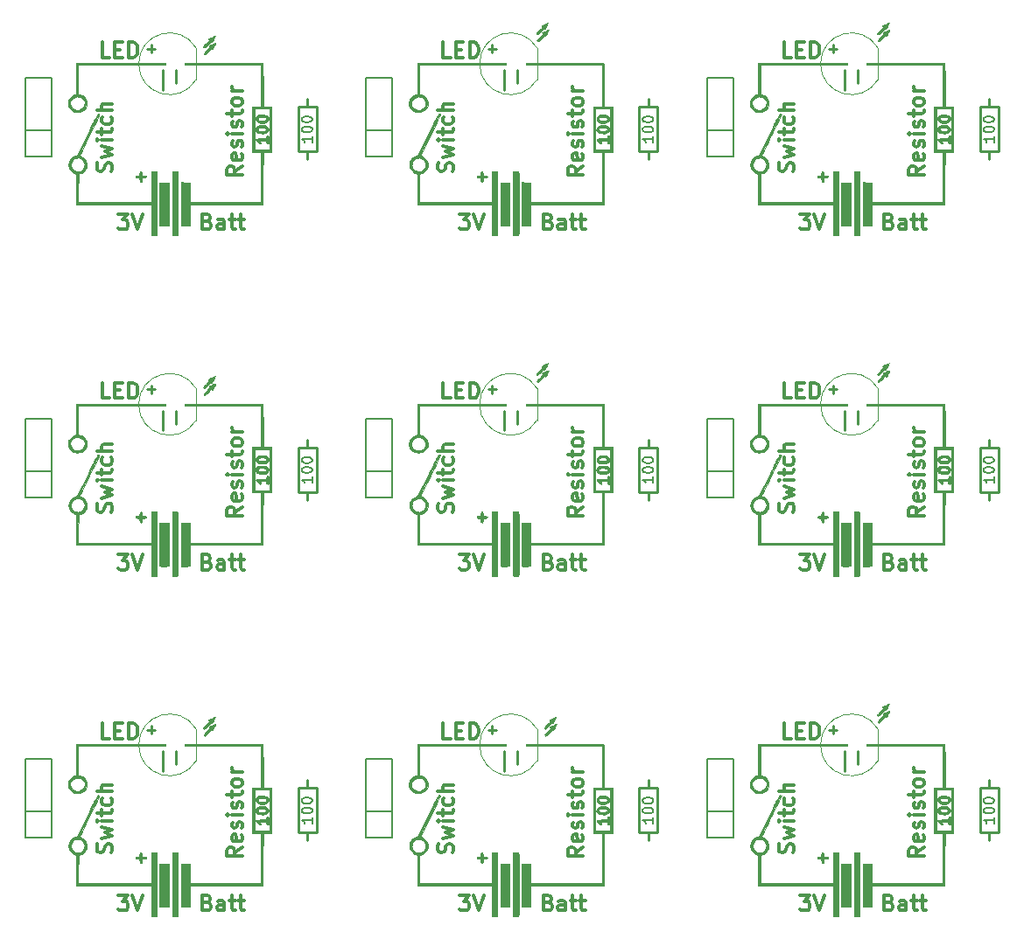
<source format=gto>
%MOIN*%
%OFA0B0*%
%FSLAX46Y46*%
%IPPOS*%
%LPD*%
%ADD10C,0.0039370078740157488*%
%ADD11C,0.011811023622047244*%
%ADD12C,0.00984251968503937*%
%ADD13C,0.01*%
%ADD14C,0.0047244094488188976*%
%ADD15C,0.005905511811023622*%
%ADD16C,0.00039370078740157485*%
%ADD27C,0.0039370078740157488*%
%ADD28C,0.011811023622047244*%
%ADD29C,0.00984251968503937*%
%ADD30C,0.01*%
%ADD31C,0.0047244094488188976*%
%ADD32C,0.005905511811023622*%
%ADD33C,0.00039370078740157485*%
%ADD34C,0.0039370078740157488*%
%ADD35C,0.011811023622047244*%
%ADD36C,0.00984251968503937*%
%ADD37C,0.01*%
%ADD38C,0.0047244094488188976*%
%ADD39C,0.005905511811023622*%
%ADD40C,0.00039370078740157485*%
%ADD41C,0.0039370078740157488*%
%ADD42C,0.011811023622047244*%
%ADD43C,0.00984251968503937*%
%ADD44C,0.01*%
%ADD45C,0.0047244094488188976*%
%ADD46C,0.005905511811023622*%
%ADD47C,0.00039370078740157485*%
%ADD48C,0.0039370078740157488*%
%ADD49C,0.011811023622047244*%
%ADD50C,0.00984251968503937*%
%ADD51C,0.01*%
%ADD52C,0.0047244094488188976*%
%ADD53C,0.005905511811023622*%
%ADD54C,0.00039370078740157485*%
%ADD55C,0.0039370078740157488*%
%ADD56C,0.011811023622047244*%
%ADD57C,0.00984251968503937*%
%ADD58C,0.01*%
%ADD59C,0.0047244094488188976*%
%ADD60C,0.005905511811023622*%
%ADD61C,0.00039370078740157485*%
%ADD62C,0.0039370078740157488*%
%ADD63C,0.011811023622047244*%
%ADD64C,0.00984251968503937*%
%ADD65C,0.01*%
%ADD66C,0.0047244094488188976*%
%ADD67C,0.005905511811023622*%
%ADD68C,0.00039370078740157485*%
%ADD69C,0.0039370078740157488*%
%ADD70C,0.011811023622047244*%
%ADD71C,0.00984251968503937*%
%ADD72C,0.01*%
%ADD73C,0.0047244094488188976*%
%ADD74C,0.005905511811023622*%
%ADD75C,0.00039370078740157485*%
%ADD76C,0.0039370078740157488*%
%ADD77C,0.011811023622047244*%
%ADD78C,0.00984251968503937*%
%ADD79C,0.01*%
%ADD80C,0.0047244094488188976*%
%ADD81C,0.005905511811023622*%
%ADD82C,0.00039370078740157485*%
G01*
D10*
D11*
X0000405005Y0000357339D02*
X0000441563Y0000357339D01*
X0000421878Y0000334842D01*
X0000430314Y0000334842D01*
X0000435939Y0000332030D01*
X0000438751Y0000329218D01*
X0000441563Y0000323594D01*
X0000441563Y0000309533D01*
X0000438751Y0000303908D01*
X0000435939Y0000301096D01*
X0000430314Y0000298284D01*
X0000413441Y0000298284D01*
X0000407817Y0000301096D01*
X0000405005Y0000303908D01*
X0000458436Y0000357339D02*
X0000478121Y0000298284D01*
X0000497806Y0000357339D01*
X0000743756Y0000329218D02*
X0000752193Y0000326406D01*
X0000755005Y0000323594D01*
X0000757817Y0000317969D01*
X0000757817Y0000309533D01*
X0000755005Y0000303908D01*
X0000752193Y0000301096D01*
X0000746568Y0000298284D01*
X0000724071Y0000298284D01*
X0000724071Y0000357339D01*
X0000743756Y0000357339D01*
X0000749381Y0000354527D01*
X0000752193Y0000351715D01*
X0000755005Y0000346091D01*
X0000755005Y0000340466D01*
X0000752193Y0000334842D01*
X0000749381Y0000332030D01*
X0000743756Y0000329218D01*
X0000724071Y0000329218D01*
X0000808436Y0000298284D02*
X0000808436Y0000329218D01*
X0000805624Y0000334842D01*
X0000799999Y0000337654D01*
X0000788751Y0000337654D01*
X0000783126Y0000334842D01*
X0000808436Y0000301096D02*
X0000802811Y0000298284D01*
X0000788751Y0000298284D01*
X0000783126Y0000301096D01*
X0000780314Y0000306721D01*
X0000780314Y0000312345D01*
X0000783126Y0000317969D01*
X0000788751Y0000320781D01*
X0000802811Y0000320781D01*
X0000808436Y0000323594D01*
X0000828121Y0000337654D02*
X0000850618Y0000337654D01*
X0000836557Y0000357339D02*
X0000836557Y0000306721D01*
X0000839369Y0000301096D01*
X0000844994Y0000298284D01*
X0000850618Y0000298284D01*
X0000861867Y0000337654D02*
X0000884364Y0000337654D01*
X0000870303Y0000357339D02*
X0000870303Y0000306721D01*
X0000873115Y0000301096D01*
X0000878740Y0000298284D01*
X0000884364Y0000298284D01*
X0000378903Y0000519235D02*
X0000381715Y0000527671D01*
X0000381715Y0000541732D01*
X0000378903Y0000547356D01*
X0000376090Y0000550168D01*
X0000370466Y0000552980D01*
X0000364842Y0000552980D01*
X0000359218Y0000550168D01*
X0000356405Y0000547356D01*
X0000353593Y0000541732D01*
X0000350781Y0000530483D01*
X0000347969Y0000524859D01*
X0000345157Y0000522047D01*
X0000339532Y0000519235D01*
X0000333908Y0000519235D01*
X0000328284Y0000522047D01*
X0000325472Y0000524859D01*
X0000322660Y0000530483D01*
X0000322660Y0000544544D01*
X0000325472Y0000552980D01*
X0000342345Y0000572665D02*
X0000381715Y0000583914D01*
X0000353593Y0000595163D01*
X0000381715Y0000606411D01*
X0000342345Y0000617660D01*
X0000381715Y0000640157D02*
X0000342345Y0000640157D01*
X0000322660Y0000640157D02*
X0000325472Y0000637345D01*
X0000328284Y0000640157D01*
X0000325472Y0000642969D01*
X0000322660Y0000640157D01*
X0000328284Y0000640157D01*
X0000342345Y0000659842D02*
X0000342345Y0000682339D01*
X0000322660Y0000668279D02*
X0000373278Y0000668279D01*
X0000378903Y0000671091D01*
X0000381715Y0000676715D01*
X0000381715Y0000682339D01*
X0000378903Y0000727334D02*
X0000381715Y0000721709D01*
X0000381715Y0000710461D01*
X0000378903Y0000704836D01*
X0000376090Y0000702024D01*
X0000370466Y0000699212D01*
X0000353593Y0000699212D01*
X0000347969Y0000702024D01*
X0000345157Y0000704836D01*
X0000342345Y0000710461D01*
X0000342345Y0000721709D01*
X0000345157Y0000727334D01*
X0000381715Y0000752643D02*
X0000322660Y0000752643D01*
X0000381715Y0000777952D02*
X0000350781Y0000777952D01*
X0000345157Y0000775140D01*
X0000342345Y0000769516D01*
X0000342345Y0000761079D01*
X0000345157Y0000755455D01*
X0000347969Y0000752643D01*
X0000876715Y0000539235D02*
X0000848593Y0000519550D01*
X0000876715Y0000505489D02*
X0000817660Y0000505489D01*
X0000817660Y0000527986D01*
X0000820472Y0000533610D01*
X0000823284Y0000536423D01*
X0000828908Y0000539235D01*
X0000837345Y0000539235D01*
X0000842969Y0000536423D01*
X0000845781Y0000533610D01*
X0000848593Y0000527986D01*
X0000848593Y0000505489D01*
X0000873903Y0000587041D02*
X0000876715Y0000581417D01*
X0000876715Y0000570168D01*
X0000873903Y0000564544D01*
X0000868278Y0000561732D01*
X0000845781Y0000561732D01*
X0000840157Y0000564544D01*
X0000837345Y0000570168D01*
X0000837345Y0000581417D01*
X0000840157Y0000587041D01*
X0000845781Y0000589853D01*
X0000851405Y0000589853D01*
X0000857030Y0000561732D01*
X0000873903Y0000612351D02*
X0000876715Y0000617975D01*
X0000876715Y0000629223D01*
X0000873903Y0000634848D01*
X0000868278Y0000637660D01*
X0000865466Y0000637660D01*
X0000859842Y0000634848D01*
X0000857030Y0000629223D01*
X0000857030Y0000620787D01*
X0000854218Y0000615163D01*
X0000848593Y0000612351D01*
X0000845781Y0000612351D01*
X0000840157Y0000615163D01*
X0000837345Y0000620787D01*
X0000837345Y0000629223D01*
X0000840157Y0000634848D01*
X0000876715Y0000662969D02*
X0000837345Y0000662969D01*
X0000817660Y0000662969D02*
X0000820472Y0000660157D01*
X0000823284Y0000662969D01*
X0000820472Y0000665781D01*
X0000817660Y0000662969D01*
X0000823284Y0000662969D01*
X0000873903Y0000688279D02*
X0000876715Y0000693903D01*
X0000876715Y0000705151D01*
X0000873903Y0000710776D01*
X0000868278Y0000713588D01*
X0000865466Y0000713588D01*
X0000859842Y0000710776D01*
X0000857030Y0000705151D01*
X0000857030Y0000696715D01*
X0000854218Y0000691091D01*
X0000848593Y0000688279D01*
X0000845781Y0000688279D01*
X0000840157Y0000691091D01*
X0000837345Y0000696715D01*
X0000837345Y0000705151D01*
X0000840157Y0000710776D01*
X0000837345Y0000730461D02*
X0000837345Y0000752958D01*
X0000817660Y0000738897D02*
X0000868278Y0000738897D01*
X0000873903Y0000741709D01*
X0000876715Y0000747334D01*
X0000876715Y0000752958D01*
X0000876715Y0000781080D02*
X0000873903Y0000775455D01*
X0000871090Y0000772643D01*
X0000865466Y0000769831D01*
X0000848593Y0000769831D01*
X0000842969Y0000772643D01*
X0000840157Y0000775455D01*
X0000837345Y0000781080D01*
X0000837345Y0000789516D01*
X0000840157Y0000795140D01*
X0000842969Y0000797952D01*
X0000848593Y0000800765D01*
X0000865466Y0000800765D01*
X0000871090Y0000797952D01*
X0000873903Y0000795140D01*
X0000876715Y0000789516D01*
X0000876715Y0000781080D01*
X0000876715Y0000826074D02*
X0000837345Y0000826074D01*
X0000848593Y0000826074D02*
X0000842969Y0000828886D01*
X0000840157Y0000831698D01*
X0000837345Y0000837322D01*
X0000837345Y0000842947D01*
X0000372035Y0000953284D02*
X0000343914Y0000953284D01*
X0000343914Y0001012339D01*
X0000391720Y0000984218D02*
X0000411405Y0000984218D01*
X0000419842Y0000953284D02*
X0000391720Y0000953284D01*
X0000391720Y0001012339D01*
X0000419842Y0001012339D01*
X0000445151Y0000953284D02*
X0000445151Y0001012339D01*
X0000459212Y0001012339D01*
X0000467648Y0001009527D01*
X0000473273Y0001003903D01*
X0000476085Y0000998279D01*
X0000478897Y0000987030D01*
X0000478897Y0000978594D01*
X0000476085Y0000967345D01*
X0000473273Y0000961721D01*
X0000467648Y0000956096D01*
X0000459212Y0000953284D01*
X0000445151Y0000953284D01*
D12*
X0000515001Y0000987187D02*
X0000544997Y0000987187D01*
X0000529999Y0000972189D02*
X0000529999Y0001002186D01*
D13*
X0001089999Y0000595000D02*
X0001159999Y0000595000D01*
X0001159999Y0000595000D02*
X0001159999Y0000765000D01*
X0001089999Y0000765000D02*
X0001089999Y0000595000D01*
X0001124999Y0000765000D02*
X0001124999Y0000795000D01*
X0001124999Y0000595000D02*
X0001124999Y0000565000D01*
X0001089999Y0000765000D02*
X0001159999Y0000765000D01*
D12*
X0000624999Y0000905000D02*
X0000624999Y0000855000D01*
X0000574999Y0000905000D02*
X0000574999Y0000830000D01*
D14*
X0000482283Y0000930018D02*
G75*
G03X0000700787Y0000869180I0000117716J-0000000018D01*
G01*
X0000482283Y0000929981D02*
G75*
G02X0000700787Y0000990820I0000117716J0000000018D01*
G01*
X0000700787Y0000869173D02*
X0000700787Y0000990826D01*
D15*
X0000149999Y0000575000D02*
X0000049999Y0000575000D01*
X0000049999Y0000575000D02*
X0000049999Y0000875000D01*
X0000049999Y0000875000D02*
X0000149999Y0000875000D01*
X0000149999Y0000875000D02*
X0000149999Y0000575000D01*
X0000049999Y0000675000D02*
X0000149999Y0000675000D01*
D16*
G36*
X0000774040Y0001007791D02*
X0000772492Y0001003840D01*
X0000770077Y0000998327D01*
X0000768855Y0000995680D01*
X0000765794Y0000989568D01*
X0000763528Y0000985935D01*
X0000762237Y0000985050D01*
X0000762053Y0000985416D01*
X0000761004Y0000987889D01*
X0000760331Y0000988333D01*
X0000758773Y0000987228D01*
X0000755408Y0000984237D01*
X0000750766Y0000979849D01*
X0000746570Y0000975737D01*
X0000740874Y0000970174D01*
X0000737000Y0000966719D01*
X0000734481Y0000965059D01*
X0000732851Y0000964879D01*
X0000731745Y0000965737D01*
X0000730751Y0000967206D01*
X0000730599Y0000968756D01*
X0000731591Y0000970851D01*
X0000734029Y0000973954D01*
X0000738217Y0000978530D01*
X0000744067Y0000984639D01*
X0000748948Y0000989877D01*
X0000751659Y0000993319D01*
X0000752487Y0000995418D01*
X0000751721Y0000996627D01*
X0000751714Y0000996631D01*
X0000750008Y0000998223D01*
X0000750048Y0000998804D01*
X0000752201Y0001000044D01*
X0000756275Y0001002015D01*
X0000761376Y0001004327D01*
X0000766611Y0001006589D01*
X0000771087Y0001008411D01*
X0000773910Y0001009402D01*
X0000774428Y0001009459D01*
X0000774040Y0001007791D01*
X0000774040Y0001007791D01*
G37*
X0000774040Y0001007791D02*
X0000772492Y0001003840D01*
X0000770077Y0000998327D01*
X0000768855Y0000995680D01*
X0000765794Y0000989568D01*
X0000763528Y0000985935D01*
X0000762237Y0000985050D01*
X0000762053Y0000985416D01*
X0000761004Y0000987889D01*
X0000760331Y0000988333D01*
X0000758773Y0000987228D01*
X0000755408Y0000984237D01*
X0000750766Y0000979849D01*
X0000746570Y0000975737D01*
X0000740874Y0000970174D01*
X0000737000Y0000966719D01*
X0000734481Y0000965059D01*
X0000732851Y0000964879D01*
X0000731745Y0000965737D01*
X0000730751Y0000967206D01*
X0000730599Y0000968756D01*
X0000731591Y0000970851D01*
X0000734029Y0000973954D01*
X0000738217Y0000978530D01*
X0000744067Y0000984639D01*
X0000748948Y0000989877D01*
X0000751659Y0000993319D01*
X0000752487Y0000995418D01*
X0000751721Y0000996627D01*
X0000751714Y0000996631D01*
X0000750008Y0000998223D01*
X0000750048Y0000998804D01*
X0000752201Y0001000044D01*
X0000756275Y0001002015D01*
X0000761376Y0001004327D01*
X0000766611Y0001006589D01*
X0000771087Y0001008411D01*
X0000773910Y0001009402D01*
X0000774428Y0001009459D01*
X0000774040Y0001007791D01*
G36*
X0000772196Y0001035265D02*
X0000770674Y0001031514D01*
X0000768329Y0001026097D01*
X0000767067Y0001023266D01*
X0000764054Y0001016844D01*
X0000761964Y0001013170D01*
X0000760537Y0001011878D01*
X0000759510Y0001012601D01*
X0000759497Y0001012622D01*
X0000758475Y0001013520D01*
X0000756767Y0001013080D01*
X0000753949Y0001011010D01*
X0000749598Y0001007013D01*
X0000745126Y0001002626D01*
X0000739462Y0000997052D01*
X0000735635Y0000993541D01*
X0000733144Y0000991783D01*
X0000731485Y0000991465D01*
X0000730158Y0000992275D01*
X0000729525Y0000992937D01*
X0000728429Y0000994436D01*
X0000728321Y0000996010D01*
X0000729526Y0000998174D01*
X0000732369Y0001001449D01*
X0000737176Y0001006351D01*
X0000739246Y0001008412D01*
X0000744792Y0001014023D01*
X0000748210Y0001017822D01*
X0000749815Y0001020269D01*
X0000749918Y0001021823D01*
X0000749050Y0001022790D01*
X0000748153Y0001023943D01*
X0000748949Y0001025278D01*
X0000751865Y0001027126D01*
X0000757327Y0001029818D01*
X0000759248Y0001030712D01*
X0000765137Y0001033409D01*
X0000769735Y0001035469D01*
X0000772315Y0001036568D01*
X0000772614Y0001036666D01*
X0000772196Y0001035265D01*
X0000772196Y0001035265D01*
G37*
X0000772196Y0001035265D02*
X0000770674Y0001031514D01*
X0000768329Y0001026097D01*
X0000767067Y0001023266D01*
X0000764054Y0001016844D01*
X0000761964Y0001013170D01*
X0000760537Y0001011878D01*
X0000759510Y0001012601D01*
X0000759497Y0001012622D01*
X0000758475Y0001013520D01*
X0000756767Y0001013080D01*
X0000753949Y0001011010D01*
X0000749598Y0001007013D01*
X0000745126Y0001002626D01*
X0000739462Y0000997052D01*
X0000735635Y0000993541D01*
X0000733144Y0000991783D01*
X0000731485Y0000991465D01*
X0000730158Y0000992275D01*
X0000729525Y0000992937D01*
X0000728429Y0000994436D01*
X0000728321Y0000996010D01*
X0000729526Y0000998174D01*
X0000732369Y0001001449D01*
X0000737176Y0001006351D01*
X0000739246Y0001008412D01*
X0000744792Y0001014023D01*
X0000748210Y0001017822D01*
X0000749815Y0001020269D01*
X0000749918Y0001021823D01*
X0000749050Y0001022790D01*
X0000748153Y0001023943D01*
X0000748949Y0001025278D01*
X0000751865Y0001027126D01*
X0000757327Y0001029818D01*
X0000759248Y0001030712D01*
X0000765137Y0001033409D01*
X0000769735Y0001035469D01*
X0000772315Y0001036568D01*
X0000772614Y0001036666D01*
X0000772196Y0001035265D01*
G36*
X0000330805Y0000738114D02*
X0000332353Y0000736408D01*
X0000332413Y0000736028D01*
X0000331820Y0000734593D01*
X0000330110Y0000730902D01*
X0000327388Y0000725170D01*
X0000323759Y0000717614D01*
X0000319328Y0000708452D01*
X0000314200Y0000697900D01*
X0000308478Y0000686174D01*
X0000302269Y0000673491D01*
X0000295677Y0000660069D01*
X0000295240Y0000659180D01*
X0000288614Y0000645696D01*
X0000282353Y0000632921D01*
X0000276563Y0000621075D01*
X0000271349Y0000610377D01*
X0000266820Y0000601046D01*
X0000263079Y0000593301D01*
X0000260235Y0000587360D01*
X0000258393Y0000583443D01*
X0000257660Y0000581769D01*
X0000257654Y0000581746D01*
X0000258573Y0000580066D01*
X0000261574Y0000578346D01*
X0000262408Y0000578026D01*
X0000270374Y0000573782D01*
X0000277044Y0000567454D01*
X0000281996Y0000559574D01*
X0000284809Y0000550675D01*
X0000284992Y0000549494D01*
X0000284881Y0000541320D01*
X0000282609Y0000533131D01*
X0000278545Y0000525516D01*
X0000273056Y0000519063D01*
X0000266510Y0000514363D01*
X0000261896Y0000512535D01*
X0000257845Y0000511428D01*
X0000254800Y0000510588D01*
X0000254137Y0000510403D01*
X0000253681Y0000509686D01*
X0000253307Y0000507682D01*
X0000253008Y0000504182D01*
X0000252778Y0000498977D01*
X0000252610Y0000491858D01*
X0000252497Y0000482618D01*
X0000252434Y0000471048D01*
X0000252413Y0000456940D01*
X0000252413Y0000456077D01*
X0000252413Y0000402241D01*
X0000529625Y0000402241D01*
X0000530344Y0000520172D01*
X0000549655Y0000520172D01*
X0000549655Y0000276034D01*
X0000540631Y0000275633D01*
X0000535864Y0000275566D01*
X0000532246Y0000275785D01*
X0000530631Y0000276207D01*
X0000530423Y0000277752D01*
X0000530231Y0000281765D01*
X0000530058Y0000287956D01*
X0000529910Y0000296035D01*
X0000529791Y0000305712D01*
X0000529707Y0000316696D01*
X0000529661Y0000328698D01*
X0000529655Y0000335568D01*
X0000529655Y0000393952D01*
X0000387241Y0000394303D01*
X0000244827Y0000394655D01*
X0000244467Y0000452717D01*
X0000244108Y0000510779D01*
X0000238888Y0000512343D01*
X0000234758Y0000514190D01*
X0000230084Y0000517143D01*
X0000227820Y0000518912D01*
X0000221253Y0000526200D01*
X0000217092Y0000534528D01*
X0000215399Y0000543442D01*
X0000223952Y0000543442D01*
X0000224715Y0000539119D01*
X0000227360Y0000533102D01*
X0000231571Y0000527390D01*
X0000236564Y0000522938D01*
X0000239284Y0000521405D01*
X0000244603Y0000520019D01*
X0000251093Y0000519593D01*
X0000257325Y0000520157D01*
X0000260254Y0000520949D01*
X0000266876Y0000524851D01*
X0000272009Y0000530695D01*
X0000275260Y0000537896D01*
X0000276255Y0000544981D01*
X0000275002Y0000553460D01*
X0000271440Y0000560702D01*
X0000265871Y0000566370D01*
X0000258594Y0000570126D01*
X0000252745Y0000571424D01*
X0000244960Y0000571082D01*
X0000237876Y0000568444D01*
X0000231863Y0000563934D01*
X0000227291Y0000557979D01*
X0000224531Y0000551007D01*
X0000223952Y0000543442D01*
X0000215399Y0000543442D01*
X0000215389Y0000543495D01*
X0000216196Y0000552701D01*
X0000219564Y0000561748D01*
X0000221769Y0000565423D01*
X0000227255Y0000571740D01*
X0000234256Y0000576348D01*
X0000240400Y0000578801D01*
X0000247177Y0000581011D01*
X0000285821Y0000659557D01*
X0000292592Y0000673289D01*
X0000299032Y0000686286D01*
X0000305034Y0000698338D01*
X0000310490Y0000709232D01*
X0000315295Y0000718757D01*
X0000319340Y0000726701D01*
X0000322519Y0000732853D01*
X0000324726Y0000737000D01*
X0000325853Y0000738931D01*
X0000325951Y0000739041D01*
X0000328204Y0000739209D01*
X0000330805Y0000738114D01*
X0000330805Y0000738114D01*
G37*
X0000330805Y0000738114D02*
X0000332353Y0000736408D01*
X0000332413Y0000736028D01*
X0000331820Y0000734593D01*
X0000330110Y0000730902D01*
X0000327388Y0000725170D01*
X0000323759Y0000717614D01*
X0000319328Y0000708452D01*
X0000314200Y0000697900D01*
X0000308478Y0000686174D01*
X0000302269Y0000673491D01*
X0000295677Y0000660069D01*
X0000295240Y0000659180D01*
X0000288614Y0000645696D01*
X0000282353Y0000632921D01*
X0000276563Y0000621075D01*
X0000271349Y0000610377D01*
X0000266820Y0000601046D01*
X0000263079Y0000593301D01*
X0000260235Y0000587360D01*
X0000258393Y0000583443D01*
X0000257660Y0000581769D01*
X0000257654Y0000581746D01*
X0000258573Y0000580066D01*
X0000261574Y0000578346D01*
X0000262408Y0000578026D01*
X0000270374Y0000573782D01*
X0000277044Y0000567454D01*
X0000281996Y0000559574D01*
X0000284809Y0000550675D01*
X0000284992Y0000549494D01*
X0000284881Y0000541320D01*
X0000282609Y0000533131D01*
X0000278545Y0000525516D01*
X0000273056Y0000519063D01*
X0000266510Y0000514363D01*
X0000261896Y0000512535D01*
X0000257845Y0000511428D01*
X0000254800Y0000510588D01*
X0000254137Y0000510403D01*
X0000253681Y0000509686D01*
X0000253307Y0000507682D01*
X0000253008Y0000504182D01*
X0000252778Y0000498977D01*
X0000252610Y0000491858D01*
X0000252497Y0000482618D01*
X0000252434Y0000471048D01*
X0000252413Y0000456940D01*
X0000252413Y0000456077D01*
X0000252413Y0000402241D01*
X0000529625Y0000402241D01*
X0000530344Y0000520172D01*
X0000549655Y0000520172D01*
X0000549655Y0000276034D01*
X0000540631Y0000275633D01*
X0000535864Y0000275566D01*
X0000532246Y0000275785D01*
X0000530631Y0000276207D01*
X0000530423Y0000277752D01*
X0000530231Y0000281765D01*
X0000530058Y0000287956D01*
X0000529910Y0000296035D01*
X0000529791Y0000305712D01*
X0000529707Y0000316696D01*
X0000529661Y0000328698D01*
X0000529655Y0000335568D01*
X0000529655Y0000393952D01*
X0000387241Y0000394303D01*
X0000244827Y0000394655D01*
X0000244467Y0000452717D01*
X0000244108Y0000510779D01*
X0000238888Y0000512343D01*
X0000234758Y0000514190D01*
X0000230084Y0000517143D01*
X0000227820Y0000518912D01*
X0000221253Y0000526200D01*
X0000217092Y0000534528D01*
X0000215399Y0000543442D01*
X0000223952Y0000543442D01*
X0000224715Y0000539119D01*
X0000227360Y0000533102D01*
X0000231571Y0000527390D01*
X0000236564Y0000522938D01*
X0000239284Y0000521405D01*
X0000244603Y0000520019D01*
X0000251093Y0000519593D01*
X0000257325Y0000520157D01*
X0000260254Y0000520949D01*
X0000266876Y0000524851D01*
X0000272009Y0000530695D01*
X0000275260Y0000537896D01*
X0000276255Y0000544981D01*
X0000275002Y0000553460D01*
X0000271440Y0000560702D01*
X0000265871Y0000566370D01*
X0000258594Y0000570126D01*
X0000252745Y0000571424D01*
X0000244960Y0000571082D01*
X0000237876Y0000568444D01*
X0000231863Y0000563934D01*
X0000227291Y0000557979D01*
X0000224531Y0000551007D01*
X0000223952Y0000543442D01*
X0000215399Y0000543442D01*
X0000215389Y0000543495D01*
X0000216196Y0000552701D01*
X0000219564Y0000561748D01*
X0000221769Y0000565423D01*
X0000227255Y0000571740D01*
X0000234256Y0000576348D01*
X0000240400Y0000578801D01*
X0000247177Y0000581011D01*
X0000285821Y0000659557D01*
X0000292592Y0000673289D01*
X0000299032Y0000686286D01*
X0000305034Y0000698338D01*
X0000310490Y0000709232D01*
X0000315295Y0000718757D01*
X0000319340Y0000726701D01*
X0000322519Y0000732853D01*
X0000324726Y0000737000D01*
X0000325853Y0000738931D01*
X0000325951Y0000739041D01*
X0000328204Y0000739209D01*
X0000330805Y0000738114D01*
G36*
X0000624575Y0000520564D02*
X0000628478Y0000519979D01*
X0000629775Y0000519382D01*
X0000630122Y0000518764D01*
X0000630426Y0000517411D01*
X0000630691Y0000515162D01*
X0000630918Y0000511854D01*
X0000631111Y0000507322D01*
X0000631272Y0000501405D01*
X0000631404Y0000493939D01*
X0000631508Y0000484761D01*
X0000631589Y0000473708D01*
X0000631648Y0000460618D01*
X0000631688Y0000445326D01*
X0000631712Y0000427671D01*
X0000631723Y0000407488D01*
X0000631723Y0000398210D01*
X0000631714Y0000376086D01*
X0000631686Y0000356588D01*
X0000631637Y0000339584D01*
X0000631565Y0000324942D01*
X0000631468Y0000312530D01*
X0000631345Y0000302214D01*
X0000631194Y0000293864D01*
X0000631013Y0000287347D01*
X0000630799Y0000282530D01*
X0000630552Y0000279281D01*
X0000630270Y0000277469D01*
X0000630068Y0000277000D01*
X0000627817Y0000276046D01*
X0000623963Y0000275492D01*
X0000619393Y0000275333D01*
X0000614994Y0000275568D01*
X0000611653Y0000276192D01*
X0000610290Y0000277069D01*
X0000610196Y0000278676D01*
X0000610113Y0000282842D01*
X0000610044Y0000289363D01*
X0000609987Y0000298040D01*
X0000609944Y0000308670D01*
X0000609915Y0000321053D01*
X0000609900Y0000334988D01*
X0000609901Y0000350273D01*
X0000609916Y0000366707D01*
X0000609948Y0000384089D01*
X0000609988Y0000399482D01*
X0000610344Y0000520172D01*
X0000619085Y0000520586D01*
X0000624575Y0000520564D01*
X0000624575Y0000520564D01*
G37*
X0000624575Y0000520564D02*
X0000628478Y0000519979D01*
X0000629775Y0000519382D01*
X0000630122Y0000518764D01*
X0000630426Y0000517411D01*
X0000630691Y0000515162D01*
X0000630918Y0000511854D01*
X0000631111Y0000507322D01*
X0000631272Y0000501405D01*
X0000631404Y0000493939D01*
X0000631508Y0000484761D01*
X0000631589Y0000473708D01*
X0000631648Y0000460618D01*
X0000631688Y0000445326D01*
X0000631712Y0000427671D01*
X0000631723Y0000407488D01*
X0000631723Y0000398210D01*
X0000631714Y0000376086D01*
X0000631686Y0000356588D01*
X0000631637Y0000339584D01*
X0000631565Y0000324942D01*
X0000631468Y0000312530D01*
X0000631345Y0000302214D01*
X0000631194Y0000293864D01*
X0000631013Y0000287347D01*
X0000630799Y0000282530D01*
X0000630552Y0000279281D01*
X0000630270Y0000277469D01*
X0000630068Y0000277000D01*
X0000627817Y0000276046D01*
X0000623963Y0000275492D01*
X0000619393Y0000275333D01*
X0000614994Y0000275568D01*
X0000611653Y0000276192D01*
X0000610290Y0000277069D01*
X0000610196Y0000278676D01*
X0000610113Y0000282842D01*
X0000610044Y0000289363D01*
X0000609987Y0000298040D01*
X0000609944Y0000308670D01*
X0000609915Y0000321053D01*
X0000609900Y0000334988D01*
X0000609901Y0000350273D01*
X0000609916Y0000366707D01*
X0000609948Y0000384089D01*
X0000609988Y0000399482D01*
X0000610344Y0000520172D01*
X0000619085Y0000520586D01*
X0000624575Y0000520564D01*
G36*
X0000596551Y0000313275D02*
X0000579628Y0000312888D01*
X0000572022Y0000312791D01*
X0000566815Y0000312927D01*
X0000563655Y0000313323D01*
X0000562188Y0000314007D01*
X0000562028Y0000314267D01*
X0000561911Y0000315934D01*
X0000561813Y0000320111D01*
X0000561734Y0000326549D01*
X0000561675Y0000335000D01*
X0000561637Y0000345216D01*
X0000561622Y0000356947D01*
X0000561630Y0000369947D01*
X0000561662Y0000383964D01*
X0000561710Y0000396724D01*
X0000562068Y0000477413D01*
X0000596551Y0000477413D01*
X0000596551Y0000313275D01*
X0000596551Y0000313275D01*
G37*
X0000596551Y0000313275D02*
X0000579628Y0000312888D01*
X0000572022Y0000312791D01*
X0000566815Y0000312927D01*
X0000563655Y0000313323D01*
X0000562188Y0000314007D01*
X0000562028Y0000314267D01*
X0000561911Y0000315934D01*
X0000561813Y0000320111D01*
X0000561734Y0000326549D01*
X0000561675Y0000335000D01*
X0000561637Y0000345216D01*
X0000561622Y0000356947D01*
X0000561630Y0000369947D01*
X0000561662Y0000383964D01*
X0000561710Y0000396724D01*
X0000562068Y0000477413D01*
X0000596551Y0000477413D01*
X0000596551Y0000313275D01*
G36*
X0000890727Y0000932993D02*
X0000905900Y0000932942D01*
X0000918801Y0000932862D01*
X0000929528Y0000932755D01*
X0000938177Y0000932618D01*
X0000944846Y0000932451D01*
X0000949632Y0000932253D01*
X0000952633Y0000932024D01*
X0000953946Y0000931762D01*
X0000953988Y0000931734D01*
X0000954391Y0000930983D01*
X0000954735Y0000929325D01*
X0000955023Y0000926567D01*
X0000955260Y0000922516D01*
X0000955451Y0000916981D01*
X0000955599Y0000909770D01*
X0000955710Y0000900689D01*
X0000955787Y0000889548D01*
X0000955835Y0000876153D01*
X0000955858Y0000860313D01*
X0000955861Y0000849012D01*
X0000955861Y0000767846D01*
X0000972068Y0000767457D01*
X0000988275Y0000767069D01*
X0000988275Y0000594655D01*
X0000972077Y0000594266D01*
X0000955880Y0000593878D01*
X0000955526Y0000494266D01*
X0000955172Y0000394655D01*
X0000677282Y0000393952D01*
X0000676917Y0000353614D01*
X0000676551Y0000313275D01*
X0000660615Y0000312889D01*
X0000654239Y0000312815D01*
X0000648902Y0000312905D01*
X0000645192Y0000313138D01*
X0000643719Y0000313464D01*
X0000643546Y0000314980D01*
X0000643382Y0000319011D01*
X0000643232Y0000325314D01*
X0000643097Y0000333646D01*
X0000642981Y0000343762D01*
X0000642886Y0000355419D01*
X0000642816Y0000368375D01*
X0000642772Y0000382385D01*
X0000642758Y0000396306D01*
X0000642758Y0000478188D01*
X0000659655Y0000477801D01*
X0000676551Y0000477413D01*
X0000676918Y0000439827D01*
X0000677285Y0000402241D01*
X0000947586Y0000402241D01*
X0000947586Y0000593878D01*
X0000931379Y0000594266D01*
X0000915172Y0000594655D01*
X0000915172Y0000759482D01*
X0000922758Y0000759482D01*
X0000922758Y0000602241D01*
X0000980689Y0000602241D01*
X0000980689Y0000759482D01*
X0000922758Y0000759482D01*
X0000915172Y0000759482D01*
X0000915172Y0000767069D01*
X0000931379Y0000767457D01*
X0000947586Y0000767846D01*
X0000947586Y0000924987D01*
X0000658620Y0000925689D01*
X0000658620Y0000932586D01*
X0000805368Y0000932937D01*
X0000830602Y0000932989D01*
X0000853175Y0000933016D01*
X0000873184Y0000933017D01*
X0000890727Y0000932993D01*
X0000890727Y0000932993D01*
G37*
X0000890727Y0000932993D02*
X0000905900Y0000932942D01*
X0000918801Y0000932862D01*
X0000929528Y0000932755D01*
X0000938177Y0000932618D01*
X0000944846Y0000932451D01*
X0000949632Y0000932253D01*
X0000952633Y0000932024D01*
X0000953946Y0000931762D01*
X0000953988Y0000931734D01*
X0000954391Y0000930983D01*
X0000954735Y0000929325D01*
X0000955023Y0000926567D01*
X0000955260Y0000922516D01*
X0000955451Y0000916981D01*
X0000955599Y0000909770D01*
X0000955710Y0000900689D01*
X0000955787Y0000889548D01*
X0000955835Y0000876153D01*
X0000955858Y0000860313D01*
X0000955861Y0000849012D01*
X0000955861Y0000767846D01*
X0000972068Y0000767457D01*
X0000988275Y0000767069D01*
X0000988275Y0000594655D01*
X0000972077Y0000594266D01*
X0000955880Y0000593878D01*
X0000955526Y0000494266D01*
X0000955172Y0000394655D01*
X0000677282Y0000393952D01*
X0000676917Y0000353614D01*
X0000676551Y0000313275D01*
X0000660615Y0000312889D01*
X0000654239Y0000312815D01*
X0000648902Y0000312905D01*
X0000645192Y0000313138D01*
X0000643719Y0000313464D01*
X0000643546Y0000314980D01*
X0000643382Y0000319011D01*
X0000643232Y0000325314D01*
X0000643097Y0000333646D01*
X0000642981Y0000343762D01*
X0000642886Y0000355419D01*
X0000642816Y0000368375D01*
X0000642772Y0000382385D01*
X0000642758Y0000396306D01*
X0000642758Y0000478188D01*
X0000659655Y0000477801D01*
X0000676551Y0000477413D01*
X0000676918Y0000439827D01*
X0000677285Y0000402241D01*
X0000947586Y0000402241D01*
X0000947586Y0000593878D01*
X0000931379Y0000594266D01*
X0000915172Y0000594655D01*
X0000915172Y0000759482D01*
X0000922758Y0000759482D01*
X0000922758Y0000602241D01*
X0000980689Y0000602241D01*
X0000980689Y0000759482D01*
X0000922758Y0000759482D01*
X0000915172Y0000759482D01*
X0000915172Y0000767069D01*
X0000931379Y0000767457D01*
X0000947586Y0000767846D01*
X0000947586Y0000924987D01*
X0000658620Y0000925689D01*
X0000658620Y0000932586D01*
X0000805368Y0000932937D01*
X0000830602Y0000932989D01*
X0000853175Y0000933016D01*
X0000873184Y0000933017D01*
X0000890727Y0000932993D01*
G36*
X0000492217Y0000519833D02*
X0000494017Y0000516576D01*
X0000494899Y0000511409D01*
X0000495316Y0000504310D01*
X0000501971Y0000504310D01*
X0000507144Y0000503781D01*
X0000510359Y0000502333D01*
X0000511336Y0000500174D01*
X0000510344Y0000498103D01*
X0000507533Y0000496627D01*
X0000502530Y0000496040D01*
X0000501899Y0000496034D01*
X0000495172Y0000496034D01*
X0000495172Y0000489413D01*
X0000494594Y0000484403D01*
X0000493093Y0000480938D01*
X0000491021Y0000479330D01*
X0000488728Y0000479888D01*
X0000486944Y0000482150D01*
X0000486010Y0000485257D01*
X0000485532Y0000489503D01*
X0000485517Y0000490354D01*
X0000485517Y0000495890D01*
X0000478275Y0000496307D01*
X0000474048Y0000496663D01*
X0000471891Y0000497345D01*
X0000471119Y0000498718D01*
X0000471034Y0000500172D01*
X0000471271Y0000502199D01*
X0000472442Y0000503293D01*
X0000475233Y0000503821D01*
X0000478275Y0000504037D01*
X0000485517Y0000504454D01*
X0000485517Y0000510325D01*
X0000486172Y0000515973D01*
X0000487822Y0000519477D01*
X0000489994Y0000520782D01*
X0000492217Y0000519833D01*
X0000492217Y0000519833D01*
G37*
X0000492217Y0000519833D02*
X0000494017Y0000516576D01*
X0000494899Y0000511409D01*
X0000495316Y0000504310D01*
X0000501971Y0000504310D01*
X0000507144Y0000503781D01*
X0000510359Y0000502333D01*
X0000511336Y0000500174D01*
X0000510344Y0000498103D01*
X0000507533Y0000496627D01*
X0000502530Y0000496040D01*
X0000501899Y0000496034D01*
X0000495172Y0000496034D01*
X0000495172Y0000489413D01*
X0000494594Y0000484403D01*
X0000493093Y0000480938D01*
X0000491021Y0000479330D01*
X0000488728Y0000479888D01*
X0000486944Y0000482150D01*
X0000486010Y0000485257D01*
X0000485532Y0000489503D01*
X0000485517Y0000490354D01*
X0000485517Y0000495890D01*
X0000478275Y0000496307D01*
X0000474048Y0000496663D01*
X0000471891Y0000497345D01*
X0000471119Y0000498718D01*
X0000471034Y0000500172D01*
X0000471271Y0000502199D01*
X0000472442Y0000503293D01*
X0000475233Y0000503821D01*
X0000478275Y0000504037D01*
X0000485517Y0000504454D01*
X0000485517Y0000510325D01*
X0000486172Y0000515973D01*
X0000487822Y0000519477D01*
X0000489994Y0000520782D01*
X0000492217Y0000519833D01*
G36*
X0000582758Y0000925689D02*
X0000417586Y0000925339D01*
X0000252413Y0000924988D01*
X0000252413Y0000813518D01*
X0000257859Y0000812598D01*
X0000265878Y0000809932D01*
X0000272919Y0000805109D01*
X0000278650Y0000798634D01*
X0000282738Y0000791013D01*
X0000284851Y0000782750D01*
X0000284654Y0000774351D01*
X0000284257Y0000772490D01*
X0000281256Y0000764260D01*
X0000276617Y0000757675D01*
X0000269929Y0000752257D01*
X0000264137Y0000749060D01*
X0000256270Y0000746535D01*
X0000247420Y0000745765D01*
X0000238778Y0000746803D01*
X0000235521Y0000747782D01*
X0000227091Y0000752290D01*
X0000220028Y0000758916D01*
X0000216828Y0000763491D01*
X0000214692Y0000767671D01*
X0000213553Y0000771732D01*
X0000213132Y0000776865D01*
X0000213122Y0000777770D01*
X0000221185Y0000777770D01*
X0000222740Y0000770671D01*
X0000226342Y0000764498D01*
X0000231648Y0000759532D01*
X0000238312Y0000756055D01*
X0000245993Y0000754349D01*
X0000254344Y0000754696D01*
X0000258427Y0000755656D01*
X0000265234Y0000759009D01*
X0000270733Y0000764268D01*
X0000274559Y0000770830D01*
X0000276350Y0000778092D01*
X0000275932Y0000784689D01*
X0000273061Y0000792002D01*
X0000268418Y0000797674D01*
X0000262452Y0000801699D01*
X0000255615Y0000804070D01*
X0000248356Y0000804779D01*
X0000241125Y0000803821D01*
X0000234374Y0000801188D01*
X0000228551Y0000796872D01*
X0000224108Y0000790869D01*
X0000222020Y0000785511D01*
X0000221185Y0000777770D01*
X0000213122Y0000777770D01*
X0000213103Y0000779482D01*
X0000213307Y0000785326D01*
X0000214112Y0000789642D01*
X0000215808Y0000793643D01*
X0000216988Y0000795747D01*
X0000222500Y0000802792D01*
X0000229636Y0000808453D01*
X0000237550Y0000812075D01*
X0000238256Y0000812274D01*
X0000244108Y0000813840D01*
X0000244468Y0000873213D01*
X0000244827Y0000932586D01*
X0000582758Y0000932586D01*
X0000582758Y0000925689D01*
X0000582758Y0000925689D01*
G37*
X0000582758Y0000925689D02*
X0000417586Y0000925339D01*
X0000252413Y0000924988D01*
X0000252413Y0000813518D01*
X0000257859Y0000812598D01*
X0000265878Y0000809932D01*
X0000272919Y0000805109D01*
X0000278650Y0000798634D01*
X0000282738Y0000791013D01*
X0000284851Y0000782750D01*
X0000284654Y0000774351D01*
X0000284257Y0000772490D01*
X0000281256Y0000764260D01*
X0000276617Y0000757675D01*
X0000269929Y0000752257D01*
X0000264137Y0000749060D01*
X0000256270Y0000746535D01*
X0000247420Y0000745765D01*
X0000238778Y0000746803D01*
X0000235521Y0000747782D01*
X0000227091Y0000752290D01*
X0000220028Y0000758916D01*
X0000216828Y0000763491D01*
X0000214692Y0000767671D01*
X0000213553Y0000771732D01*
X0000213132Y0000776865D01*
X0000213122Y0000777770D01*
X0000221185Y0000777770D01*
X0000222740Y0000770671D01*
X0000226342Y0000764498D01*
X0000231648Y0000759532D01*
X0000238312Y0000756055D01*
X0000245993Y0000754349D01*
X0000254344Y0000754696D01*
X0000258427Y0000755656D01*
X0000265234Y0000759009D01*
X0000270733Y0000764268D01*
X0000274559Y0000770830D01*
X0000276350Y0000778092D01*
X0000275932Y0000784689D01*
X0000273061Y0000792002D01*
X0000268418Y0000797674D01*
X0000262452Y0000801699D01*
X0000255615Y0000804070D01*
X0000248356Y0000804779D01*
X0000241125Y0000803821D01*
X0000234374Y0000801188D01*
X0000228551Y0000796872D01*
X0000224108Y0000790869D01*
X0000222020Y0000785511D01*
X0000221185Y0000777770D01*
X0000213122Y0000777770D01*
X0000213103Y0000779482D01*
X0000213307Y0000785326D01*
X0000214112Y0000789642D01*
X0000215808Y0000793643D01*
X0000216988Y0000795747D01*
X0000222500Y0000802792D01*
X0000229636Y0000808453D01*
X0000237550Y0000812075D01*
X0000238256Y0000812274D01*
X0000244108Y0000813840D01*
X0000244468Y0000873213D01*
X0000244827Y0000932586D01*
X0000582758Y0000932586D01*
X0000582758Y0000925689D01*
G36*
X0000973935Y0000656929D02*
X0000975763Y0000655246D01*
X0000976937Y0000653236D01*
X0000977624Y0000649742D01*
X0000977910Y0000644233D01*
X0000977930Y0000641566D01*
X0000977828Y0000634665D01*
X0000977432Y0000630073D01*
X0000976606Y0000627343D01*
X0000975214Y0000626030D01*
X0000973122Y0000625689D01*
X0000973103Y0000625689D01*
X0000970131Y0000626675D01*
X0000968584Y0000629778D01*
X0000968275Y0000633388D01*
X0000968156Y0000634996D01*
X0000967438Y0000635981D01*
X0000965578Y0000636495D01*
X0000962033Y0000636692D01*
X0000956403Y0000636724D01*
X0000950692Y0000636675D01*
X0000947259Y0000636456D01*
X0000945623Y0000635961D01*
X0000945306Y0000635082D01*
X0000945555Y0000634310D01*
X0000946923Y0000629740D01*
X0000946508Y0000627070D01*
X0000944544Y0000626316D01*
X0000941268Y0000627499D01*
X0000936913Y0000630637D01*
X0000933956Y0000633391D01*
X0000930209Y0000637330D01*
X0000928052Y0000640266D01*
X0000927675Y0000642345D01*
X0000929268Y0000643712D01*
X0000933020Y0000644513D01*
X0000939123Y0000644893D01*
X0000947767Y0000644999D01*
X0000949134Y0000645000D01*
X0000968275Y0000645000D01*
X0000968275Y0000649039D01*
X0000968993Y0000652753D01*
X0000970443Y0000655246D01*
X0000972483Y0000657062D01*
X0000973935Y0000656929D01*
X0000973935Y0000656929D01*
G37*
X0000973935Y0000656929D02*
X0000975763Y0000655246D01*
X0000976937Y0000653236D01*
X0000977624Y0000649742D01*
X0000977910Y0000644233D01*
X0000977930Y0000641566D01*
X0000977828Y0000634665D01*
X0000977432Y0000630073D01*
X0000976606Y0000627343D01*
X0000975214Y0000626030D01*
X0000973122Y0000625689D01*
X0000973103Y0000625689D01*
X0000970131Y0000626675D01*
X0000968584Y0000629778D01*
X0000968275Y0000633388D01*
X0000968156Y0000634996D01*
X0000967438Y0000635981D01*
X0000965578Y0000636495D01*
X0000962033Y0000636692D01*
X0000956403Y0000636724D01*
X0000950692Y0000636675D01*
X0000947259Y0000636456D01*
X0000945623Y0000635961D01*
X0000945306Y0000635082D01*
X0000945555Y0000634310D01*
X0000946923Y0000629740D01*
X0000946508Y0000627070D01*
X0000944544Y0000626316D01*
X0000941268Y0000627499D01*
X0000936913Y0000630637D01*
X0000933956Y0000633391D01*
X0000930209Y0000637330D01*
X0000928052Y0000640266D01*
X0000927675Y0000642345D01*
X0000929268Y0000643712D01*
X0000933020Y0000644513D01*
X0000939123Y0000644893D01*
X0000947767Y0000644999D01*
X0000949134Y0000645000D01*
X0000968275Y0000645000D01*
X0000968275Y0000649039D01*
X0000968993Y0000652753D01*
X0000970443Y0000655246D01*
X0000972483Y0000657062D01*
X0000973935Y0000656929D01*
G36*
X0000955803Y0000695910D02*
X0000962067Y0000695283D01*
X0000966870Y0000694162D01*
X0000967700Y0000693818D01*
X0000971710Y0000690976D01*
X0000975206Y0000686913D01*
X0000977466Y0000682594D01*
X0000977930Y0000680139D01*
X0000977130Y0000677522D01*
X0000975138Y0000674062D01*
X0000974444Y0000673103D01*
X0000969572Y0000668851D01*
X0000962829Y0000666000D01*
X0000954792Y0000664678D01*
X0000946038Y0000665012D01*
X0000941641Y0000665823D01*
X0000935905Y0000667545D01*
X0000932120Y0000669777D01*
X0000929478Y0000673046D01*
X0000928857Y0000674174D01*
X0000927300Y0000679841D01*
X0000927409Y0000680475D01*
X0000936803Y0000680475D01*
X0000937066Y0000677719D01*
X0000938835Y0000675842D01*
X0000942459Y0000674700D01*
X0000948283Y0000674152D01*
X0000952451Y0000674052D01*
X0000959329Y0000674340D01*
X0000963858Y0000675384D01*
X0000965210Y0000676112D01*
X0000967903Y0000678985D01*
X0000968119Y0000681803D01*
X0000966130Y0000684324D01*
X0000962210Y0000686303D01*
X0000956635Y0000687498D01*
X0000952137Y0000687738D01*
X0000944871Y0000687171D01*
X0000939994Y0000685465D01*
X0000937352Y0000682546D01*
X0000936803Y0000680475D01*
X0000927409Y0000680475D01*
X0000928251Y0000685344D01*
X0000931482Y0000690188D01*
X0000936761Y0000693881D01*
X0000938365Y0000694563D01*
X0000942939Y0000695575D01*
X0000949090Y0000696016D01*
X0000955803Y0000695910D01*
X0000955803Y0000695910D01*
G37*
X0000955803Y0000695910D02*
X0000962067Y0000695283D01*
X0000966870Y0000694162D01*
X0000967700Y0000693818D01*
X0000971710Y0000690976D01*
X0000975206Y0000686913D01*
X0000977466Y0000682594D01*
X0000977930Y0000680139D01*
X0000977130Y0000677522D01*
X0000975138Y0000674062D01*
X0000974444Y0000673103D01*
X0000969572Y0000668851D01*
X0000962829Y0000666000D01*
X0000954792Y0000664678D01*
X0000946038Y0000665012D01*
X0000941641Y0000665823D01*
X0000935905Y0000667545D01*
X0000932120Y0000669777D01*
X0000929478Y0000673046D01*
X0000928857Y0000674174D01*
X0000927300Y0000679841D01*
X0000927409Y0000680475D01*
X0000936803Y0000680475D01*
X0000937066Y0000677719D01*
X0000938835Y0000675842D01*
X0000942459Y0000674700D01*
X0000948283Y0000674152D01*
X0000952451Y0000674052D01*
X0000959329Y0000674340D01*
X0000963858Y0000675384D01*
X0000965210Y0000676112D01*
X0000967903Y0000678985D01*
X0000968119Y0000681803D01*
X0000966130Y0000684324D01*
X0000962210Y0000686303D01*
X0000956635Y0000687498D01*
X0000952137Y0000687738D01*
X0000944871Y0000687171D01*
X0000939994Y0000685465D01*
X0000937352Y0000682546D01*
X0000936803Y0000680475D01*
X0000927409Y0000680475D01*
X0000928251Y0000685344D01*
X0000931482Y0000690188D01*
X0000936761Y0000693881D01*
X0000938365Y0000694563D01*
X0000942939Y0000695575D01*
X0000949090Y0000696016D01*
X0000955803Y0000695910D01*
G36*
X0000964131Y0000734704D02*
X0000969312Y0000732281D01*
X0000973690Y0000728353D01*
X0000973723Y0000728316D01*
X0000976928Y0000723718D01*
X0000977695Y0000719535D01*
X0000976078Y0000715000D01*
X0000974827Y0000712990D01*
X0000970488Y0000708899D01*
X0000964143Y0000706089D01*
X0000956279Y0000704660D01*
X0000947382Y0000704708D01*
X0000939697Y0000705910D01*
X0000933923Y0000708351D01*
X0000929767Y0000712399D01*
X0000927565Y0000717491D01*
X0000927588Y0000719015D01*
X0000936640Y0000719015D01*
X0000937626Y0000716347D01*
X0000938155Y0000715895D01*
X0000942360Y0000714335D01*
X0000948223Y0000713433D01*
X0000954711Y0000713233D01*
X0000960792Y0000713780D01*
X0000964603Y0000714760D01*
X0000967376Y0000716908D01*
X0000968029Y0000719907D01*
X0000966729Y0000723062D01*
X0000963641Y0000725679D01*
X0000961801Y0000726467D01*
X0000957474Y0000727278D01*
X0000952035Y0000727473D01*
X0000946439Y0000727115D01*
X0000941644Y0000726266D01*
X0000938607Y0000724988D01*
X0000938568Y0000724957D01*
X0000936975Y0000722333D01*
X0000936640Y0000719015D01*
X0000927588Y0000719015D01*
X0000927651Y0000723062D01*
X0000928301Y0000725062D01*
X0000931232Y0000729781D01*
X0000935702Y0000733020D01*
X0000942084Y0000734973D01*
X0000948989Y0000735751D01*
X0000957555Y0000735802D01*
X0000964131Y0000734704D01*
X0000964131Y0000734704D01*
G37*
X0000964131Y0000734704D02*
X0000969312Y0000732281D01*
X0000973690Y0000728353D01*
X0000973723Y0000728316D01*
X0000976928Y0000723718D01*
X0000977695Y0000719535D01*
X0000976078Y0000715000D01*
X0000974827Y0000712990D01*
X0000970488Y0000708899D01*
X0000964143Y0000706089D01*
X0000956279Y0000704660D01*
X0000947382Y0000704708D01*
X0000939697Y0000705910D01*
X0000933923Y0000708351D01*
X0000929767Y0000712399D01*
X0000927565Y0000717491D01*
X0000927588Y0000719015D01*
X0000936640Y0000719015D01*
X0000937626Y0000716347D01*
X0000938155Y0000715895D01*
X0000942360Y0000714335D01*
X0000948223Y0000713433D01*
X0000954711Y0000713233D01*
X0000960792Y0000713780D01*
X0000964603Y0000714760D01*
X0000967376Y0000716908D01*
X0000968029Y0000719907D01*
X0000966729Y0000723062D01*
X0000963641Y0000725679D01*
X0000961801Y0000726467D01*
X0000957474Y0000727278D01*
X0000952035Y0000727473D01*
X0000946439Y0000727115D01*
X0000941644Y0000726266D01*
X0000938607Y0000724988D01*
X0000938568Y0000724957D01*
X0000936975Y0000722333D01*
X0000936640Y0000719015D01*
X0000927588Y0000719015D01*
X0000927651Y0000723062D01*
X0000928301Y0000725062D01*
X0000931232Y0000729781D01*
X0000935702Y0000733020D01*
X0000942084Y0000734973D01*
X0000948989Y0000735751D01*
X0000957555Y0000735802D01*
X0000964131Y0000734704D01*
D15*
X0001142810Y0000653753D02*
X0001142810Y0000631256D01*
X0001142810Y0000642504D02*
X0001103440Y0000642504D01*
X0001109064Y0000638755D01*
X0001112813Y0000635005D01*
X0001114688Y0000631256D01*
X0001103440Y0000678125D02*
X0001103440Y0000681874D01*
X0001105314Y0000685624D01*
X0001107189Y0000687499D01*
X0001110939Y0000689373D01*
X0001118438Y0000691248D01*
X0001127811Y0000691248D01*
X0001135311Y0000689373D01*
X0001139060Y0000687499D01*
X0001140935Y0000685624D01*
X0001142810Y0000681874D01*
X0001142810Y0000678125D01*
X0001140935Y0000674375D01*
X0001139060Y0000672501D01*
X0001135311Y0000670626D01*
X0001127811Y0000668751D01*
X0001118438Y0000668751D01*
X0001110939Y0000670626D01*
X0001107189Y0000672501D01*
X0001105314Y0000674375D01*
X0001103440Y0000678125D01*
X0001103440Y0000715620D02*
X0001103440Y0000719370D01*
X0001105314Y0000723119D01*
X0001107189Y0000724994D01*
X0001110939Y0000726869D01*
X0001118438Y0000728744D01*
X0001127811Y0000728744D01*
X0001135311Y0000726869D01*
X0001139060Y0000724994D01*
X0001140935Y0000723119D01*
X0001142810Y0000719370D01*
X0001142810Y0000715620D01*
X0001140935Y0000711871D01*
X0001139060Y0000709996D01*
X0001135311Y0000708121D01*
X0001127811Y0000706246D01*
X0001118438Y0000706246D01*
X0001110939Y0000708121D01*
X0001107189Y0000709996D01*
X0001105314Y0000711871D01*
X0001103440Y0000715620D01*
G04 next file*
G04 #@! TF.FileFunction,Legend,Top*
G04 Gerber Fmt 4.6, Leading zero omitted, Abs format (unit mm)*
G04 Created by KiCad (PCBNEW 4.0.7) date 09/22/19 21:58:39*
G01*
G04 APERTURE LIST*
G04 APERTURE END LIST*
D27*
D28*
X0000405005Y0001655765D02*
X0000441563Y0001655765D01*
X0000421878Y0001633267D01*
X0000430314Y0001633267D01*
X0000435939Y0001630455D01*
X0000438751Y0001627643D01*
X0000441563Y0001622019D01*
X0000441563Y0001607958D01*
X0000438751Y0001602334D01*
X0000435939Y0001599522D01*
X0000430314Y0001596710D01*
X0000413441Y0001596710D01*
X0000407817Y0001599522D01*
X0000405005Y0001602334D01*
X0000458436Y0001655765D02*
X0000478121Y0001596710D01*
X0000497806Y0001655765D01*
X0000743756Y0001627643D02*
X0000752193Y0001624831D01*
X0000755005Y0001622019D01*
X0000757817Y0001616395D01*
X0000757817Y0001607958D01*
X0000755005Y0001602334D01*
X0000752193Y0001599522D01*
X0000746568Y0001596710D01*
X0000724071Y0001596710D01*
X0000724071Y0001655765D01*
X0000743756Y0001655765D01*
X0000749381Y0001652952D01*
X0000752193Y0001650140D01*
X0000755005Y0001644516D01*
X0000755005Y0001638892D01*
X0000752193Y0001633267D01*
X0000749381Y0001630455D01*
X0000743756Y0001627643D01*
X0000724071Y0001627643D01*
X0000808436Y0001596710D02*
X0000808436Y0001627643D01*
X0000805624Y0001633267D01*
X0000799999Y0001636080D01*
X0000788751Y0001636080D01*
X0000783126Y0001633267D01*
X0000808436Y0001599522D02*
X0000802811Y0001596710D01*
X0000788751Y0001596710D01*
X0000783126Y0001599522D01*
X0000780314Y0001605146D01*
X0000780314Y0001610770D01*
X0000783126Y0001616395D01*
X0000788751Y0001619207D01*
X0000802811Y0001619207D01*
X0000808436Y0001622019D01*
X0000828121Y0001636080D02*
X0000850618Y0001636080D01*
X0000836557Y0001655765D02*
X0000836557Y0001605146D01*
X0000839369Y0001599522D01*
X0000844994Y0001596710D01*
X0000850618Y0001596710D01*
X0000861867Y0001636080D02*
X0000884364Y0001636080D01*
X0000870303Y0001655765D02*
X0000870303Y0001605146D01*
X0000873115Y0001599522D01*
X0000878740Y0001596710D01*
X0000884364Y0001596710D01*
X0000378903Y0001817660D02*
X0000381715Y0001826096D01*
X0000381715Y0001840157D01*
X0000378903Y0001845782D01*
X0000376090Y0001848594D01*
X0000370466Y0001851406D01*
X0000364842Y0001851406D01*
X0000359218Y0001848594D01*
X0000356405Y0001845782D01*
X0000353593Y0001840157D01*
X0000350781Y0001828909D01*
X0000347969Y0001823284D01*
X0000345157Y0001820472D01*
X0000339532Y0001817660D01*
X0000333908Y0001817660D01*
X0000328284Y0001820472D01*
X0000325472Y0001823284D01*
X0000322660Y0001828909D01*
X0000322660Y0001842969D01*
X0000325472Y0001851406D01*
X0000342345Y0001871091D02*
X0000381715Y0001882339D01*
X0000353593Y0001893588D01*
X0000381715Y0001904837D01*
X0000342345Y0001916085D01*
X0000381715Y0001938582D02*
X0000342345Y0001938582D01*
X0000322660Y0001938582D02*
X0000325472Y0001935770D01*
X0000328284Y0001938582D01*
X0000325472Y0001941395D01*
X0000322660Y0001938582D01*
X0000328284Y0001938582D01*
X0000342345Y0001958267D02*
X0000342345Y0001980765D01*
X0000322660Y0001966704D02*
X0000373278Y0001966704D01*
X0000378903Y0001969516D01*
X0000381715Y0001975140D01*
X0000381715Y0001980765D01*
X0000378903Y0002025759D02*
X0000381715Y0002020135D01*
X0000381715Y0002008886D01*
X0000378903Y0002003262D01*
X0000376090Y0002000450D01*
X0000370466Y0001997638D01*
X0000353593Y0001997638D01*
X0000347969Y0002000450D01*
X0000345157Y0002003262D01*
X0000342345Y0002008886D01*
X0000342345Y0002020135D01*
X0000345157Y0002025759D01*
X0000381715Y0002051068D02*
X0000322660Y0002051068D01*
X0000381715Y0002076378D02*
X0000350781Y0002076378D01*
X0000345157Y0002073566D01*
X0000342345Y0002067941D01*
X0000342345Y0002059505D01*
X0000345157Y0002053880D01*
X0000347969Y0002051068D01*
X0000876715Y0001837660D02*
X0000848593Y0001817975D01*
X0000876715Y0001803914D02*
X0000817660Y0001803914D01*
X0000817660Y0001826411D01*
X0000820472Y0001832036D01*
X0000823284Y0001834848D01*
X0000828908Y0001837660D01*
X0000837345Y0001837660D01*
X0000842969Y0001834848D01*
X0000845781Y0001832036D01*
X0000848593Y0001826411D01*
X0000848593Y0001803914D01*
X0000873903Y0001885467D02*
X0000876715Y0001879842D01*
X0000876715Y0001868594D01*
X0000873903Y0001862969D01*
X0000868278Y0001860157D01*
X0000845781Y0001860157D01*
X0000840157Y0001862969D01*
X0000837345Y0001868594D01*
X0000837345Y0001879842D01*
X0000840157Y0001885467D01*
X0000845781Y0001888279D01*
X0000851405Y0001888279D01*
X0000857030Y0001860157D01*
X0000873903Y0001910776D02*
X0000876715Y0001916400D01*
X0000876715Y0001927649D01*
X0000873903Y0001933273D01*
X0000868278Y0001936085D01*
X0000865466Y0001936085D01*
X0000859842Y0001933273D01*
X0000857030Y0001927649D01*
X0000857030Y0001919212D01*
X0000854218Y0001913588D01*
X0000848593Y0001910776D01*
X0000845781Y0001910776D01*
X0000840157Y0001913588D01*
X0000837345Y0001919212D01*
X0000837345Y0001927649D01*
X0000840157Y0001933273D01*
X0000876715Y0001961395D02*
X0000837345Y0001961395D01*
X0000817660Y0001961395D02*
X0000820472Y0001958582D01*
X0000823284Y0001961395D01*
X0000820472Y0001964207D01*
X0000817660Y0001961395D01*
X0000823284Y0001961395D01*
X0000873903Y0001986704D02*
X0000876715Y0001992328D01*
X0000876715Y0002003577D01*
X0000873903Y0002009201D01*
X0000868278Y0002012013D01*
X0000865466Y0002012013D01*
X0000859842Y0002009201D01*
X0000857030Y0002003577D01*
X0000857030Y0001995140D01*
X0000854218Y0001989516D01*
X0000848593Y0001986704D01*
X0000845781Y0001986704D01*
X0000840157Y0001989516D01*
X0000837345Y0001995140D01*
X0000837345Y0002003577D01*
X0000840157Y0002009201D01*
X0000837345Y0002028886D02*
X0000837345Y0002051383D01*
X0000817660Y0002037323D02*
X0000868278Y0002037323D01*
X0000873903Y0002040135D01*
X0000876715Y0002045759D01*
X0000876715Y0002051383D01*
X0000876715Y0002079505D02*
X0000873903Y0002073881D01*
X0000871090Y0002071068D01*
X0000865466Y0002068256D01*
X0000848593Y0002068256D01*
X0000842969Y0002071068D01*
X0000840157Y0002073881D01*
X0000837345Y0002079505D01*
X0000837345Y0002087941D01*
X0000840157Y0002093566D01*
X0000842969Y0002096378D01*
X0000848593Y0002099190D01*
X0000865466Y0002099190D01*
X0000871090Y0002096378D01*
X0000873903Y0002093566D01*
X0000876715Y0002087941D01*
X0000876715Y0002079505D01*
X0000876715Y0002124499D02*
X0000837345Y0002124499D01*
X0000848593Y0002124499D02*
X0000842969Y0002127311D01*
X0000840157Y0002130124D01*
X0000837345Y0002135748D01*
X0000837345Y0002141372D01*
X0000372035Y0002251710D02*
X0000343914Y0002251710D01*
X0000343914Y0002310765D01*
X0000391720Y0002282643D02*
X0000411405Y0002282643D01*
X0000419842Y0002251710D02*
X0000391720Y0002251710D01*
X0000391720Y0002310765D01*
X0000419842Y0002310765D01*
X0000445151Y0002251710D02*
X0000445151Y0002310765D01*
X0000459212Y0002310765D01*
X0000467648Y0002307952D01*
X0000473273Y0002302328D01*
X0000476085Y0002296704D01*
X0000478897Y0002285455D01*
X0000478897Y0002277019D01*
X0000476085Y0002265770D01*
X0000473273Y0002260146D01*
X0000467648Y0002254522D01*
X0000459212Y0002251710D01*
X0000445151Y0002251710D01*
D29*
X0000515001Y0002285613D02*
X0000544997Y0002285613D01*
X0000529999Y0002270615D02*
X0000529999Y0002300611D01*
D30*
X0001089999Y0001893425D02*
X0001159999Y0001893425D01*
X0001159999Y0001893425D02*
X0001159999Y0002063425D01*
X0001089999Y0002063425D02*
X0001089999Y0001893425D01*
X0001124999Y0002063425D02*
X0001124999Y0002093425D01*
X0001124999Y0001893425D02*
X0001124999Y0001863425D01*
X0001089999Y0002063425D02*
X0001159999Y0002063425D01*
D29*
X0000624999Y0002203425D02*
X0000624999Y0002153425D01*
X0000574999Y0002203425D02*
X0000574999Y0002128425D01*
D31*
X0000482283Y0002228443D02*
G75*
G03X0000700787Y0002167605I0000117716J-0000000018D01*
G01*
X0000482283Y0002228407D02*
G75*
G02X0000700787Y0002289245I0000117716J0000000018D01*
G01*
X0000700787Y0002167598D02*
X0000700787Y0002289252D01*
D32*
X0000149999Y0001873425D02*
X0000049999Y0001873425D01*
X0000049999Y0001873425D02*
X0000049999Y0002173425D01*
X0000049999Y0002173425D02*
X0000149999Y0002173425D01*
X0000149999Y0002173425D02*
X0000149999Y0001873425D01*
X0000049999Y0001973425D02*
X0000149999Y0001973425D01*
D33*
G36*
X0000774040Y0002306216D02*
X0000772492Y0002302265D01*
X0000770077Y0002296752D01*
X0000768855Y0002294106D01*
X0000765794Y0002287993D01*
X0000763528Y0002284360D01*
X0000762237Y0002283475D01*
X0000762053Y0002283842D01*
X0000761004Y0002286314D01*
X0000760331Y0002286758D01*
X0000758773Y0002285653D01*
X0000755408Y0002282663D01*
X0000750766Y0002278274D01*
X0000746570Y0002274163D01*
X0000740874Y0002268599D01*
X0000737000Y0002265145D01*
X0000734481Y0002263485D01*
X0000732851Y0002263304D01*
X0000731745Y0002264163D01*
X0000730751Y0002265632D01*
X0000730599Y0002267182D01*
X0000731591Y0002269276D01*
X0000734029Y0002272379D01*
X0000738217Y0002276955D01*
X0000744067Y0002283064D01*
X0000748948Y0002288302D01*
X0000751659Y0002291745D01*
X0000752487Y0002293844D01*
X0000751721Y0002295053D01*
X0000751714Y0002295057D01*
X0000750008Y0002296648D01*
X0000750048Y0002297230D01*
X0000752201Y0002298469D01*
X0000756275Y0002300440D01*
X0000761376Y0002302752D01*
X0000766611Y0002305014D01*
X0000771087Y0002306836D01*
X0000773910Y0002307828D01*
X0000774428Y0002307885D01*
X0000774040Y0002306216D01*
X0000774040Y0002306216D01*
G37*
X0000774040Y0002306216D02*
X0000772492Y0002302265D01*
X0000770077Y0002296752D01*
X0000768855Y0002294106D01*
X0000765794Y0002287993D01*
X0000763528Y0002284360D01*
X0000762237Y0002283475D01*
X0000762053Y0002283842D01*
X0000761004Y0002286314D01*
X0000760331Y0002286758D01*
X0000758773Y0002285653D01*
X0000755408Y0002282663D01*
X0000750766Y0002278274D01*
X0000746570Y0002274163D01*
X0000740874Y0002268599D01*
X0000737000Y0002265145D01*
X0000734481Y0002263485D01*
X0000732851Y0002263304D01*
X0000731745Y0002264163D01*
X0000730751Y0002265632D01*
X0000730599Y0002267182D01*
X0000731591Y0002269276D01*
X0000734029Y0002272379D01*
X0000738217Y0002276955D01*
X0000744067Y0002283064D01*
X0000748948Y0002288302D01*
X0000751659Y0002291745D01*
X0000752487Y0002293844D01*
X0000751721Y0002295053D01*
X0000751714Y0002295057D01*
X0000750008Y0002296648D01*
X0000750048Y0002297230D01*
X0000752201Y0002298469D01*
X0000756275Y0002300440D01*
X0000761376Y0002302752D01*
X0000766611Y0002305014D01*
X0000771087Y0002306836D01*
X0000773910Y0002307828D01*
X0000774428Y0002307885D01*
X0000774040Y0002306216D01*
G36*
X0000772196Y0002333690D02*
X0000770674Y0002329939D01*
X0000768329Y0002324523D01*
X0000767067Y0002321691D01*
X0000764054Y0002315269D01*
X0000761964Y0002311596D01*
X0000760537Y0002310304D01*
X0000759510Y0002311026D01*
X0000759497Y0002311048D01*
X0000758475Y0002311945D01*
X0000756767Y0002311506D01*
X0000753949Y0002309435D01*
X0000749598Y0002305438D01*
X0000745126Y0002301051D01*
X0000739462Y0002295477D01*
X0000735635Y0002291966D01*
X0000733144Y0002290208D01*
X0000731485Y0002289890D01*
X0000730158Y0002290701D01*
X0000729525Y0002291362D01*
X0000728429Y0002292862D01*
X0000728321Y0002294435D01*
X0000729526Y0002296600D01*
X0000732369Y0002299874D01*
X0000737176Y0002304777D01*
X0000739246Y0002306838D01*
X0000744792Y0002312448D01*
X0000748210Y0002316247D01*
X0000749815Y0002318694D01*
X0000749918Y0002320248D01*
X0000749050Y0002321216D01*
X0000748153Y0002322368D01*
X0000748949Y0002323703D01*
X0000751865Y0002325551D01*
X0000757327Y0002328244D01*
X0000759248Y0002329137D01*
X0000765137Y0002331834D01*
X0000769735Y0002333894D01*
X0000772315Y0002334993D01*
X0000772614Y0002335092D01*
X0000772196Y0002333690D01*
X0000772196Y0002333690D01*
G37*
X0000772196Y0002333690D02*
X0000770674Y0002329939D01*
X0000768329Y0002324523D01*
X0000767067Y0002321691D01*
X0000764054Y0002315269D01*
X0000761964Y0002311596D01*
X0000760537Y0002310304D01*
X0000759510Y0002311026D01*
X0000759497Y0002311048D01*
X0000758475Y0002311945D01*
X0000756767Y0002311506D01*
X0000753949Y0002309435D01*
X0000749598Y0002305438D01*
X0000745126Y0002301051D01*
X0000739462Y0002295477D01*
X0000735635Y0002291966D01*
X0000733144Y0002290208D01*
X0000731485Y0002289890D01*
X0000730158Y0002290701D01*
X0000729525Y0002291362D01*
X0000728429Y0002292862D01*
X0000728321Y0002294435D01*
X0000729526Y0002296600D01*
X0000732369Y0002299874D01*
X0000737176Y0002304777D01*
X0000739246Y0002306838D01*
X0000744792Y0002312448D01*
X0000748210Y0002316247D01*
X0000749815Y0002318694D01*
X0000749918Y0002320248D01*
X0000749050Y0002321216D01*
X0000748153Y0002322368D01*
X0000748949Y0002323703D01*
X0000751865Y0002325551D01*
X0000757327Y0002328244D01*
X0000759248Y0002329137D01*
X0000765137Y0002331834D01*
X0000769735Y0002333894D01*
X0000772315Y0002334993D01*
X0000772614Y0002335092D01*
X0000772196Y0002333690D01*
G36*
X0000330805Y0002036539D02*
X0000332353Y0002034834D01*
X0000332413Y0002034454D01*
X0000331820Y0002033019D01*
X0000330110Y0002029327D01*
X0000327388Y0002023595D01*
X0000323759Y0002016040D01*
X0000319328Y0002006877D01*
X0000314200Y0001996325D01*
X0000308478Y0001984599D01*
X0000302269Y0001971917D01*
X0000295677Y0001958494D01*
X0000295240Y0001957606D01*
X0000288614Y0001944121D01*
X0000282353Y0001931346D01*
X0000276563Y0001919500D01*
X0000271349Y0001908802D01*
X0000266820Y0001899471D01*
X0000263079Y0001891726D01*
X0000260235Y0001885785D01*
X0000258393Y0001881868D01*
X0000257660Y0001880194D01*
X0000257654Y0001880171D01*
X0000258573Y0001878492D01*
X0000261574Y0001876772D01*
X0000262408Y0001876452D01*
X0000270374Y0001872208D01*
X0000277044Y0001865880D01*
X0000281996Y0001858000D01*
X0000284809Y0001849100D01*
X0000284992Y0001847919D01*
X0000284881Y0001839745D01*
X0000282609Y0001831556D01*
X0000278545Y0001823941D01*
X0000273056Y0001817489D01*
X0000266510Y0001812788D01*
X0000261896Y0001810961D01*
X0000257845Y0001809853D01*
X0000254800Y0001809014D01*
X0000254137Y0001808828D01*
X0000253681Y0001808112D01*
X0000253307Y0001806108D01*
X0000253008Y0001802607D01*
X0000252778Y0001797402D01*
X0000252610Y0001790283D01*
X0000252497Y0001781043D01*
X0000252434Y0001769473D01*
X0000252413Y0001755365D01*
X0000252413Y0001754503D01*
X0000252413Y0001700666D01*
X0000529625Y0001700666D01*
X0000530344Y0001818597D01*
X0000549655Y0001818597D01*
X0000549655Y0001574459D01*
X0000540631Y0001574058D01*
X0000535864Y0001573991D01*
X0000532246Y0001574210D01*
X0000530631Y0001574633D01*
X0000530423Y0001576177D01*
X0000530231Y0001580190D01*
X0000530058Y0001586381D01*
X0000529910Y0001594460D01*
X0000529791Y0001604137D01*
X0000529707Y0001615121D01*
X0000529661Y0001627123D01*
X0000529655Y0001633993D01*
X0000529655Y0001692378D01*
X0000387241Y0001692729D01*
X0000244827Y0001693080D01*
X0000244467Y0001751142D01*
X0000244108Y0001809204D01*
X0000238888Y0001810768D01*
X0000234758Y0001812615D01*
X0000230084Y0001815568D01*
X0000227820Y0001817337D01*
X0000221253Y0001824626D01*
X0000217092Y0001832953D01*
X0000215399Y0001841867D01*
X0000223952Y0001841867D01*
X0000224715Y0001837545D01*
X0000227360Y0001831527D01*
X0000231571Y0001825815D01*
X0000236564Y0001821363D01*
X0000239284Y0001819830D01*
X0000244603Y0001818444D01*
X0000251093Y0001818018D01*
X0000257325Y0001818583D01*
X0000260254Y0001819375D01*
X0000266876Y0001823276D01*
X0000272009Y0001829121D01*
X0000275260Y0001836321D01*
X0000276255Y0001843406D01*
X0000275002Y0001851885D01*
X0000271440Y0001859128D01*
X0000265871Y0001864795D01*
X0000258594Y0001868551D01*
X0000252745Y0001869850D01*
X0000244960Y0001869508D01*
X0000237876Y0001866869D01*
X0000231863Y0001862359D01*
X0000227291Y0001856405D01*
X0000224531Y0001849432D01*
X0000223952Y0001841867D01*
X0000215399Y0001841867D01*
X0000215389Y0001841920D01*
X0000216196Y0001851126D01*
X0000219564Y0001860173D01*
X0000221769Y0001863848D01*
X0000227255Y0001870165D01*
X0000234256Y0001874773D01*
X0000240400Y0001877227D01*
X0000247177Y0001879436D01*
X0000285821Y0001957982D01*
X0000292592Y0001971714D01*
X0000299032Y0001984711D01*
X0000305034Y0001996763D01*
X0000310490Y0002007657D01*
X0000315295Y0002017182D01*
X0000319340Y0002025126D01*
X0000322519Y0002031278D01*
X0000324726Y0002035425D01*
X0000325853Y0002037357D01*
X0000325951Y0002037467D01*
X0000328204Y0002037635D01*
X0000330805Y0002036539D01*
X0000330805Y0002036539D01*
G37*
X0000330805Y0002036539D02*
X0000332353Y0002034834D01*
X0000332413Y0002034454D01*
X0000331820Y0002033019D01*
X0000330110Y0002029327D01*
X0000327388Y0002023595D01*
X0000323759Y0002016040D01*
X0000319328Y0002006877D01*
X0000314200Y0001996325D01*
X0000308478Y0001984599D01*
X0000302269Y0001971917D01*
X0000295677Y0001958494D01*
X0000295240Y0001957606D01*
X0000288614Y0001944121D01*
X0000282353Y0001931346D01*
X0000276563Y0001919500D01*
X0000271349Y0001908802D01*
X0000266820Y0001899471D01*
X0000263079Y0001891726D01*
X0000260235Y0001885785D01*
X0000258393Y0001881868D01*
X0000257660Y0001880194D01*
X0000257654Y0001880171D01*
X0000258573Y0001878492D01*
X0000261574Y0001876772D01*
X0000262408Y0001876452D01*
X0000270374Y0001872208D01*
X0000277044Y0001865880D01*
X0000281996Y0001858000D01*
X0000284809Y0001849100D01*
X0000284992Y0001847919D01*
X0000284881Y0001839745D01*
X0000282609Y0001831556D01*
X0000278545Y0001823941D01*
X0000273056Y0001817489D01*
X0000266510Y0001812788D01*
X0000261896Y0001810961D01*
X0000257845Y0001809853D01*
X0000254800Y0001809014D01*
X0000254137Y0001808828D01*
X0000253681Y0001808112D01*
X0000253307Y0001806108D01*
X0000253008Y0001802607D01*
X0000252778Y0001797402D01*
X0000252610Y0001790283D01*
X0000252497Y0001781043D01*
X0000252434Y0001769473D01*
X0000252413Y0001755365D01*
X0000252413Y0001754503D01*
X0000252413Y0001700666D01*
X0000529625Y0001700666D01*
X0000530344Y0001818597D01*
X0000549655Y0001818597D01*
X0000549655Y0001574459D01*
X0000540631Y0001574058D01*
X0000535864Y0001573991D01*
X0000532246Y0001574210D01*
X0000530631Y0001574633D01*
X0000530423Y0001576177D01*
X0000530231Y0001580190D01*
X0000530058Y0001586381D01*
X0000529910Y0001594460D01*
X0000529791Y0001604137D01*
X0000529707Y0001615121D01*
X0000529661Y0001627123D01*
X0000529655Y0001633993D01*
X0000529655Y0001692378D01*
X0000387241Y0001692729D01*
X0000244827Y0001693080D01*
X0000244467Y0001751142D01*
X0000244108Y0001809204D01*
X0000238888Y0001810768D01*
X0000234758Y0001812615D01*
X0000230084Y0001815568D01*
X0000227820Y0001817337D01*
X0000221253Y0001824626D01*
X0000217092Y0001832953D01*
X0000215399Y0001841867D01*
X0000223952Y0001841867D01*
X0000224715Y0001837545D01*
X0000227360Y0001831527D01*
X0000231571Y0001825815D01*
X0000236564Y0001821363D01*
X0000239284Y0001819830D01*
X0000244603Y0001818444D01*
X0000251093Y0001818018D01*
X0000257325Y0001818583D01*
X0000260254Y0001819375D01*
X0000266876Y0001823276D01*
X0000272009Y0001829121D01*
X0000275260Y0001836321D01*
X0000276255Y0001843406D01*
X0000275002Y0001851885D01*
X0000271440Y0001859128D01*
X0000265871Y0001864795D01*
X0000258594Y0001868551D01*
X0000252745Y0001869850D01*
X0000244960Y0001869508D01*
X0000237876Y0001866869D01*
X0000231863Y0001862359D01*
X0000227291Y0001856405D01*
X0000224531Y0001849432D01*
X0000223952Y0001841867D01*
X0000215399Y0001841867D01*
X0000215389Y0001841920D01*
X0000216196Y0001851126D01*
X0000219564Y0001860173D01*
X0000221769Y0001863848D01*
X0000227255Y0001870165D01*
X0000234256Y0001874773D01*
X0000240400Y0001877227D01*
X0000247177Y0001879436D01*
X0000285821Y0001957982D01*
X0000292592Y0001971714D01*
X0000299032Y0001984711D01*
X0000305034Y0001996763D01*
X0000310490Y0002007657D01*
X0000315295Y0002017182D01*
X0000319340Y0002025126D01*
X0000322519Y0002031278D01*
X0000324726Y0002035425D01*
X0000325853Y0002037357D01*
X0000325951Y0002037467D01*
X0000328204Y0002037635D01*
X0000330805Y0002036539D01*
G36*
X0000624575Y0001818989D02*
X0000628478Y0001818405D01*
X0000629775Y0001817808D01*
X0000630122Y0001817189D01*
X0000630426Y0001815837D01*
X0000630691Y0001813588D01*
X0000630918Y0001810279D01*
X0000631111Y0001805747D01*
X0000631272Y0001799830D01*
X0000631404Y0001792364D01*
X0000631508Y0001783186D01*
X0000631589Y0001772134D01*
X0000631648Y0001759043D01*
X0000631688Y0001743752D01*
X0000631712Y0001726096D01*
X0000631723Y0001705914D01*
X0000631723Y0001696635D01*
X0000631714Y0001674511D01*
X0000631686Y0001655013D01*
X0000631637Y0001638010D01*
X0000631565Y0001623367D01*
X0000631468Y0001610955D01*
X0000631345Y0001600640D01*
X0000631194Y0001592290D01*
X0000631013Y0001585772D01*
X0000630799Y0001580955D01*
X0000630552Y0001577707D01*
X0000630270Y0001575894D01*
X0000630068Y0001575425D01*
X0000627817Y0001574472D01*
X0000623963Y0001573917D01*
X0000619393Y0001573759D01*
X0000614994Y0001573993D01*
X0000611653Y0001574617D01*
X0000610290Y0001575494D01*
X0000610196Y0001577102D01*
X0000610113Y0001581267D01*
X0000610044Y0001587789D01*
X0000609987Y0001596465D01*
X0000609944Y0001607096D01*
X0000609915Y0001619479D01*
X0000609900Y0001633413D01*
X0000609901Y0001648698D01*
X0000609916Y0001665132D01*
X0000609948Y0001682514D01*
X0000609988Y0001697908D01*
X0000610344Y0001818597D01*
X0000619085Y0001819011D01*
X0000624575Y0001818989D01*
X0000624575Y0001818989D01*
G37*
X0000624575Y0001818989D02*
X0000628478Y0001818405D01*
X0000629775Y0001817808D01*
X0000630122Y0001817189D01*
X0000630426Y0001815837D01*
X0000630691Y0001813588D01*
X0000630918Y0001810279D01*
X0000631111Y0001805747D01*
X0000631272Y0001799830D01*
X0000631404Y0001792364D01*
X0000631508Y0001783186D01*
X0000631589Y0001772134D01*
X0000631648Y0001759043D01*
X0000631688Y0001743752D01*
X0000631712Y0001726096D01*
X0000631723Y0001705914D01*
X0000631723Y0001696635D01*
X0000631714Y0001674511D01*
X0000631686Y0001655013D01*
X0000631637Y0001638010D01*
X0000631565Y0001623367D01*
X0000631468Y0001610955D01*
X0000631345Y0001600640D01*
X0000631194Y0001592290D01*
X0000631013Y0001585772D01*
X0000630799Y0001580955D01*
X0000630552Y0001577707D01*
X0000630270Y0001575894D01*
X0000630068Y0001575425D01*
X0000627817Y0001574472D01*
X0000623963Y0001573917D01*
X0000619393Y0001573759D01*
X0000614994Y0001573993D01*
X0000611653Y0001574617D01*
X0000610290Y0001575494D01*
X0000610196Y0001577102D01*
X0000610113Y0001581267D01*
X0000610044Y0001587789D01*
X0000609987Y0001596465D01*
X0000609944Y0001607096D01*
X0000609915Y0001619479D01*
X0000609900Y0001633413D01*
X0000609901Y0001648698D01*
X0000609916Y0001665132D01*
X0000609948Y0001682514D01*
X0000609988Y0001697908D01*
X0000610344Y0001818597D01*
X0000619085Y0001819011D01*
X0000624575Y0001818989D01*
G36*
X0000596551Y0001611701D02*
X0000579628Y0001611313D01*
X0000572022Y0001611216D01*
X0000566815Y0001611352D01*
X0000563655Y0001611748D01*
X0000562188Y0001612432D01*
X0000562028Y0001612693D01*
X0000561911Y0001614359D01*
X0000561813Y0001618536D01*
X0000561734Y0001624974D01*
X0000561675Y0001633426D01*
X0000561637Y0001643641D01*
X0000561622Y0001655373D01*
X0000561630Y0001668372D01*
X0000561662Y0001682390D01*
X0000561710Y0001695149D01*
X0000562068Y0001775839D01*
X0000596551Y0001775839D01*
X0000596551Y0001611701D01*
X0000596551Y0001611701D01*
G37*
X0000596551Y0001611701D02*
X0000579628Y0001611313D01*
X0000572022Y0001611216D01*
X0000566815Y0001611352D01*
X0000563655Y0001611748D01*
X0000562188Y0001612432D01*
X0000562028Y0001612693D01*
X0000561911Y0001614359D01*
X0000561813Y0001618536D01*
X0000561734Y0001624974D01*
X0000561675Y0001633426D01*
X0000561637Y0001643641D01*
X0000561622Y0001655373D01*
X0000561630Y0001668372D01*
X0000561662Y0001682390D01*
X0000561710Y0001695149D01*
X0000562068Y0001775839D01*
X0000596551Y0001775839D01*
X0000596551Y0001611701D01*
G36*
X0000890727Y0002231418D02*
X0000905900Y0002231367D01*
X0000918801Y0002231288D01*
X0000929528Y0002231180D01*
X0000938177Y0002231043D01*
X0000944846Y0002230876D01*
X0000949632Y0002230679D01*
X0000952633Y0002230449D01*
X0000953946Y0002230187D01*
X0000953988Y0002230159D01*
X0000954391Y0002229409D01*
X0000954735Y0002227750D01*
X0000955023Y0002224992D01*
X0000955260Y0002220942D01*
X0000955451Y0002215407D01*
X0000955599Y0002208195D01*
X0000955710Y0002199115D01*
X0000955787Y0002187973D01*
X0000955835Y0002174578D01*
X0000955858Y0002158738D01*
X0000955861Y0002147438D01*
X0000955861Y0002066271D01*
X0000972068Y0002065882D01*
X0000988275Y0002065494D01*
X0000988275Y0001893080D01*
X0000972077Y0001892692D01*
X0000955880Y0001892303D01*
X0000955526Y0001792692D01*
X0000955172Y0001693080D01*
X0000677282Y0001692377D01*
X0000676917Y0001652039D01*
X0000676551Y0001611701D01*
X0000660615Y0001611315D01*
X0000654239Y0001611241D01*
X0000648902Y0001611330D01*
X0000645192Y0001611563D01*
X0000643719Y0001611889D01*
X0000643546Y0001613405D01*
X0000643382Y0001617437D01*
X0000643232Y0001623740D01*
X0000643097Y0001632071D01*
X0000642981Y0001642187D01*
X0000642886Y0001653845D01*
X0000642816Y0001666800D01*
X0000642772Y0001680810D01*
X0000642758Y0001694732D01*
X0000642758Y0001776613D01*
X0000659655Y0001776226D01*
X0000676551Y0001775839D01*
X0000676918Y0001738252D01*
X0000677285Y0001700666D01*
X0000947586Y0001700666D01*
X0000947586Y0001892303D01*
X0000931379Y0001892692D01*
X0000915172Y0001893080D01*
X0000915172Y0002057908D01*
X0000922758Y0002057908D01*
X0000922758Y0001900666D01*
X0000980689Y0001900666D01*
X0000980689Y0002057908D01*
X0000922758Y0002057908D01*
X0000915172Y0002057908D01*
X0000915172Y0002065494D01*
X0000931379Y0002065882D01*
X0000947586Y0002066271D01*
X0000947586Y0002223412D01*
X0000658620Y0002224115D01*
X0000658620Y0002231011D01*
X0000805368Y0002231362D01*
X0000830602Y0002231414D01*
X0000853175Y0002231441D01*
X0000873184Y0002231443D01*
X0000890727Y0002231418D01*
X0000890727Y0002231418D01*
G37*
X0000890727Y0002231418D02*
X0000905900Y0002231367D01*
X0000918801Y0002231288D01*
X0000929528Y0002231180D01*
X0000938177Y0002231043D01*
X0000944846Y0002230876D01*
X0000949632Y0002230679D01*
X0000952633Y0002230449D01*
X0000953946Y0002230187D01*
X0000953988Y0002230159D01*
X0000954391Y0002229409D01*
X0000954735Y0002227750D01*
X0000955023Y0002224992D01*
X0000955260Y0002220942D01*
X0000955451Y0002215407D01*
X0000955599Y0002208195D01*
X0000955710Y0002199115D01*
X0000955787Y0002187973D01*
X0000955835Y0002174578D01*
X0000955858Y0002158738D01*
X0000955861Y0002147438D01*
X0000955861Y0002066271D01*
X0000972068Y0002065882D01*
X0000988275Y0002065494D01*
X0000988275Y0001893080D01*
X0000972077Y0001892692D01*
X0000955880Y0001892303D01*
X0000955526Y0001792692D01*
X0000955172Y0001693080D01*
X0000677282Y0001692377D01*
X0000676917Y0001652039D01*
X0000676551Y0001611701D01*
X0000660615Y0001611315D01*
X0000654239Y0001611241D01*
X0000648902Y0001611330D01*
X0000645192Y0001611563D01*
X0000643719Y0001611889D01*
X0000643546Y0001613405D01*
X0000643382Y0001617437D01*
X0000643232Y0001623740D01*
X0000643097Y0001632071D01*
X0000642981Y0001642187D01*
X0000642886Y0001653845D01*
X0000642816Y0001666800D01*
X0000642772Y0001680810D01*
X0000642758Y0001694732D01*
X0000642758Y0001776613D01*
X0000659655Y0001776226D01*
X0000676551Y0001775839D01*
X0000676918Y0001738252D01*
X0000677285Y0001700666D01*
X0000947586Y0001700666D01*
X0000947586Y0001892303D01*
X0000931379Y0001892692D01*
X0000915172Y0001893080D01*
X0000915172Y0002057908D01*
X0000922758Y0002057908D01*
X0000922758Y0001900666D01*
X0000980689Y0001900666D01*
X0000980689Y0002057908D01*
X0000922758Y0002057908D01*
X0000915172Y0002057908D01*
X0000915172Y0002065494D01*
X0000931379Y0002065882D01*
X0000947586Y0002066271D01*
X0000947586Y0002223412D01*
X0000658620Y0002224115D01*
X0000658620Y0002231011D01*
X0000805368Y0002231362D01*
X0000830602Y0002231414D01*
X0000853175Y0002231441D01*
X0000873184Y0002231443D01*
X0000890727Y0002231418D01*
G36*
X0000492217Y0001818258D02*
X0000494017Y0001815001D01*
X0000494899Y0001809835D01*
X0000495316Y0001802735D01*
X0000501971Y0001802735D01*
X0000507144Y0001802207D01*
X0000510359Y0001800759D01*
X0000511336Y0001798599D01*
X0000510344Y0001796528D01*
X0000507533Y0001795052D01*
X0000502530Y0001794465D01*
X0000501899Y0001794459D01*
X0000495172Y0001794459D01*
X0000495172Y0001787839D01*
X0000494594Y0001782828D01*
X0000493093Y0001779364D01*
X0000491021Y0001777755D01*
X0000488728Y0001778313D01*
X0000486944Y0001780576D01*
X0000486010Y0001783682D01*
X0000485532Y0001787928D01*
X0000485517Y0001788779D01*
X0000485517Y0001794315D01*
X0000478275Y0001794732D01*
X0000474048Y0001795089D01*
X0000471891Y0001795770D01*
X0000471119Y0001797144D01*
X0000471034Y0001798597D01*
X0000471271Y0001800624D01*
X0000472442Y0001801718D01*
X0000475233Y0001802247D01*
X0000478275Y0001802463D01*
X0000485517Y0001802879D01*
X0000485517Y0001808751D01*
X0000486172Y0001814399D01*
X0000487822Y0001817902D01*
X0000489994Y0001819207D01*
X0000492217Y0001818258D01*
X0000492217Y0001818258D01*
G37*
X0000492217Y0001818258D02*
X0000494017Y0001815001D01*
X0000494899Y0001809835D01*
X0000495316Y0001802735D01*
X0000501971Y0001802735D01*
X0000507144Y0001802207D01*
X0000510359Y0001800759D01*
X0000511336Y0001798599D01*
X0000510344Y0001796528D01*
X0000507533Y0001795052D01*
X0000502530Y0001794465D01*
X0000501899Y0001794459D01*
X0000495172Y0001794459D01*
X0000495172Y0001787839D01*
X0000494594Y0001782828D01*
X0000493093Y0001779364D01*
X0000491021Y0001777755D01*
X0000488728Y0001778313D01*
X0000486944Y0001780576D01*
X0000486010Y0001783682D01*
X0000485532Y0001787928D01*
X0000485517Y0001788779D01*
X0000485517Y0001794315D01*
X0000478275Y0001794732D01*
X0000474048Y0001795089D01*
X0000471891Y0001795770D01*
X0000471119Y0001797144D01*
X0000471034Y0001798597D01*
X0000471271Y0001800624D01*
X0000472442Y0001801718D01*
X0000475233Y0001802247D01*
X0000478275Y0001802463D01*
X0000485517Y0001802879D01*
X0000485517Y0001808751D01*
X0000486172Y0001814399D01*
X0000487822Y0001817902D01*
X0000489994Y0001819207D01*
X0000492217Y0001818258D01*
G36*
X0000582758Y0002224115D02*
X0000417586Y0002223764D01*
X0000252413Y0002223414D01*
X0000252413Y0002111943D01*
X0000257859Y0002111023D01*
X0000265878Y0002108357D01*
X0000272919Y0002103534D01*
X0000278650Y0002097060D01*
X0000282738Y0002089438D01*
X0000284851Y0002081175D01*
X0000284654Y0002072777D01*
X0000284257Y0002070915D01*
X0000281256Y0002062685D01*
X0000276617Y0002056100D01*
X0000269929Y0002050682D01*
X0000264137Y0002047485D01*
X0000256270Y0002044961D01*
X0000247420Y0002044191D01*
X0000238778Y0002045229D01*
X0000235521Y0002046207D01*
X0000227091Y0002050715D01*
X0000220028Y0002057341D01*
X0000216828Y0002061917D01*
X0000214692Y0002066097D01*
X0000213553Y0002070158D01*
X0000213132Y0002075291D01*
X0000213122Y0002076195D01*
X0000221185Y0002076195D01*
X0000222740Y0002069097D01*
X0000226342Y0002062923D01*
X0000231648Y0002057957D01*
X0000238312Y0002054480D01*
X0000245993Y0002052774D01*
X0000254344Y0002053122D01*
X0000258427Y0002054081D01*
X0000265234Y0002057434D01*
X0000270733Y0002062693D01*
X0000274559Y0002069255D01*
X0000276350Y0002076518D01*
X0000275932Y0002083114D01*
X0000273061Y0002090427D01*
X0000268418Y0002096100D01*
X0000262452Y0002100125D01*
X0000255615Y0002102495D01*
X0000248356Y0002103205D01*
X0000241125Y0002102246D01*
X0000234374Y0002099613D01*
X0000228551Y0002095298D01*
X0000224108Y0002089294D01*
X0000222020Y0002083936D01*
X0000221185Y0002076195D01*
X0000213122Y0002076195D01*
X0000213103Y0002077908D01*
X0000213307Y0002083751D01*
X0000214112Y0002088067D01*
X0000215808Y0002092068D01*
X0000216988Y0002094173D01*
X0000222500Y0002101217D01*
X0000229636Y0002106879D01*
X0000237550Y0002110501D01*
X0000238256Y0002110700D01*
X0000244108Y0002112265D01*
X0000244468Y0002171638D01*
X0000244827Y0002231011D01*
X0000582758Y0002231011D01*
X0000582758Y0002224115D01*
X0000582758Y0002224115D01*
G37*
X0000582758Y0002224115D02*
X0000417586Y0002223764D01*
X0000252413Y0002223414D01*
X0000252413Y0002111943D01*
X0000257859Y0002111023D01*
X0000265878Y0002108357D01*
X0000272919Y0002103534D01*
X0000278650Y0002097060D01*
X0000282738Y0002089438D01*
X0000284851Y0002081175D01*
X0000284654Y0002072777D01*
X0000284257Y0002070915D01*
X0000281256Y0002062685D01*
X0000276617Y0002056100D01*
X0000269929Y0002050682D01*
X0000264137Y0002047485D01*
X0000256270Y0002044961D01*
X0000247420Y0002044191D01*
X0000238778Y0002045229D01*
X0000235521Y0002046207D01*
X0000227091Y0002050715D01*
X0000220028Y0002057341D01*
X0000216828Y0002061917D01*
X0000214692Y0002066097D01*
X0000213553Y0002070158D01*
X0000213132Y0002075291D01*
X0000213122Y0002076195D01*
X0000221185Y0002076195D01*
X0000222740Y0002069097D01*
X0000226342Y0002062923D01*
X0000231648Y0002057957D01*
X0000238312Y0002054480D01*
X0000245993Y0002052774D01*
X0000254344Y0002053122D01*
X0000258427Y0002054081D01*
X0000265234Y0002057434D01*
X0000270733Y0002062693D01*
X0000274559Y0002069255D01*
X0000276350Y0002076518D01*
X0000275932Y0002083114D01*
X0000273061Y0002090427D01*
X0000268418Y0002096100D01*
X0000262452Y0002100125D01*
X0000255615Y0002102495D01*
X0000248356Y0002103205D01*
X0000241125Y0002102246D01*
X0000234374Y0002099613D01*
X0000228551Y0002095298D01*
X0000224108Y0002089294D01*
X0000222020Y0002083936D01*
X0000221185Y0002076195D01*
X0000213122Y0002076195D01*
X0000213103Y0002077908D01*
X0000213307Y0002083751D01*
X0000214112Y0002088067D01*
X0000215808Y0002092068D01*
X0000216988Y0002094173D01*
X0000222500Y0002101217D01*
X0000229636Y0002106879D01*
X0000237550Y0002110501D01*
X0000238256Y0002110700D01*
X0000244108Y0002112265D01*
X0000244468Y0002171638D01*
X0000244827Y0002231011D01*
X0000582758Y0002231011D01*
X0000582758Y0002224115D01*
G36*
X0000973935Y0001955354D02*
X0000975763Y0001953671D01*
X0000976937Y0001951661D01*
X0000977624Y0001948167D01*
X0000977910Y0001942658D01*
X0000977930Y0001939991D01*
X0000977828Y0001933090D01*
X0000977432Y0001928498D01*
X0000976606Y0001925768D01*
X0000975214Y0001924456D01*
X0000973122Y0001924115D01*
X0000973103Y0001924115D01*
X0000970131Y0001925101D01*
X0000968584Y0001928204D01*
X0000968275Y0001931814D01*
X0000968156Y0001933421D01*
X0000967438Y0001934406D01*
X0000965578Y0001934921D01*
X0000962033Y0001935117D01*
X0000956403Y0001935149D01*
X0000950692Y0001935100D01*
X0000947259Y0001934881D01*
X0000945623Y0001934386D01*
X0000945306Y0001933507D01*
X0000945555Y0001932735D01*
X0000946923Y0001928166D01*
X0000946508Y0001925495D01*
X0000944544Y0001924742D01*
X0000941268Y0001925925D01*
X0000936913Y0001929062D01*
X0000933956Y0001931816D01*
X0000930209Y0001935755D01*
X0000928052Y0001938691D01*
X0000927675Y0001940770D01*
X0000929268Y0001942137D01*
X0000933020Y0001942938D01*
X0000939123Y0001943319D01*
X0000947767Y0001943424D01*
X0000949134Y0001943425D01*
X0000968275Y0001943425D01*
X0000968275Y0001947464D01*
X0000968993Y0001951178D01*
X0000970443Y0001953671D01*
X0000972483Y0001955487D01*
X0000973935Y0001955354D01*
X0000973935Y0001955354D01*
G37*
X0000973935Y0001955354D02*
X0000975763Y0001953671D01*
X0000976937Y0001951661D01*
X0000977624Y0001948167D01*
X0000977910Y0001942658D01*
X0000977930Y0001939991D01*
X0000977828Y0001933090D01*
X0000977432Y0001928498D01*
X0000976606Y0001925768D01*
X0000975214Y0001924456D01*
X0000973122Y0001924115D01*
X0000973103Y0001924115D01*
X0000970131Y0001925101D01*
X0000968584Y0001928204D01*
X0000968275Y0001931814D01*
X0000968156Y0001933421D01*
X0000967438Y0001934406D01*
X0000965578Y0001934921D01*
X0000962033Y0001935117D01*
X0000956403Y0001935149D01*
X0000950692Y0001935100D01*
X0000947259Y0001934881D01*
X0000945623Y0001934386D01*
X0000945306Y0001933507D01*
X0000945555Y0001932735D01*
X0000946923Y0001928166D01*
X0000946508Y0001925495D01*
X0000944544Y0001924742D01*
X0000941268Y0001925925D01*
X0000936913Y0001929062D01*
X0000933956Y0001931816D01*
X0000930209Y0001935755D01*
X0000928052Y0001938691D01*
X0000927675Y0001940770D01*
X0000929268Y0001942137D01*
X0000933020Y0001942938D01*
X0000939123Y0001943319D01*
X0000947767Y0001943424D01*
X0000949134Y0001943425D01*
X0000968275Y0001943425D01*
X0000968275Y0001947464D01*
X0000968993Y0001951178D01*
X0000970443Y0001953671D01*
X0000972483Y0001955487D01*
X0000973935Y0001955354D01*
G36*
X0000955803Y0001994335D02*
X0000962067Y0001993709D01*
X0000966870Y0001992587D01*
X0000967700Y0001992244D01*
X0000971710Y0001989401D01*
X0000975206Y0001985338D01*
X0000977466Y0001981020D01*
X0000977930Y0001978565D01*
X0000977130Y0001975947D01*
X0000975138Y0001972487D01*
X0000974444Y0001971528D01*
X0000969572Y0001967277D01*
X0000962829Y0001964426D01*
X0000954792Y0001963103D01*
X0000946038Y0001963437D01*
X0000941641Y0001964249D01*
X0000935905Y0001965970D01*
X0000932120Y0001968202D01*
X0000929478Y0001971471D01*
X0000928857Y0001972599D01*
X0000927300Y0001978267D01*
X0000927409Y0001978900D01*
X0000936803Y0001978900D01*
X0000937066Y0001976145D01*
X0000938835Y0001974267D01*
X0000942459Y0001973125D01*
X0000948283Y0001972577D01*
X0000952451Y0001972478D01*
X0000959329Y0001972766D01*
X0000963858Y0001973810D01*
X0000965210Y0001974538D01*
X0000967903Y0001977410D01*
X0000968119Y0001980229D01*
X0000966130Y0001982749D01*
X0000962210Y0001984729D01*
X0000956635Y0001985923D01*
X0000952137Y0001986163D01*
X0000944871Y0001985596D01*
X0000939994Y0001983890D01*
X0000937352Y0001980972D01*
X0000936803Y0001978900D01*
X0000927409Y0001978900D01*
X0000928251Y0001983769D01*
X0000931482Y0001988614D01*
X0000936761Y0001992306D01*
X0000938365Y0001992988D01*
X0000942939Y0001994001D01*
X0000949090Y0001994441D01*
X0000955803Y0001994335D01*
X0000955803Y0001994335D01*
G37*
X0000955803Y0001994335D02*
X0000962067Y0001993709D01*
X0000966870Y0001992587D01*
X0000967700Y0001992244D01*
X0000971710Y0001989401D01*
X0000975206Y0001985338D01*
X0000977466Y0001981020D01*
X0000977930Y0001978565D01*
X0000977130Y0001975947D01*
X0000975138Y0001972487D01*
X0000974444Y0001971528D01*
X0000969572Y0001967277D01*
X0000962829Y0001964426D01*
X0000954792Y0001963103D01*
X0000946038Y0001963437D01*
X0000941641Y0001964249D01*
X0000935905Y0001965970D01*
X0000932120Y0001968202D01*
X0000929478Y0001971471D01*
X0000928857Y0001972599D01*
X0000927300Y0001978267D01*
X0000927409Y0001978900D01*
X0000936803Y0001978900D01*
X0000937066Y0001976145D01*
X0000938835Y0001974267D01*
X0000942459Y0001973125D01*
X0000948283Y0001972577D01*
X0000952451Y0001972478D01*
X0000959329Y0001972766D01*
X0000963858Y0001973810D01*
X0000965210Y0001974538D01*
X0000967903Y0001977410D01*
X0000968119Y0001980229D01*
X0000966130Y0001982749D01*
X0000962210Y0001984729D01*
X0000956635Y0001985923D01*
X0000952137Y0001986163D01*
X0000944871Y0001985596D01*
X0000939994Y0001983890D01*
X0000937352Y0001980972D01*
X0000936803Y0001978900D01*
X0000927409Y0001978900D01*
X0000928251Y0001983769D01*
X0000931482Y0001988614D01*
X0000936761Y0001992306D01*
X0000938365Y0001992988D01*
X0000942939Y0001994001D01*
X0000949090Y0001994441D01*
X0000955803Y0001994335D01*
G36*
X0000964131Y0002033130D02*
X0000969312Y0002030706D01*
X0000973690Y0002026779D01*
X0000973723Y0002026741D01*
X0000976928Y0002022144D01*
X0000977695Y0002017960D01*
X0000976078Y0002013425D01*
X0000974827Y0002011415D01*
X0000970488Y0002007324D01*
X0000964143Y0002004515D01*
X0000956279Y0002003085D01*
X0000947382Y0002003133D01*
X0000939697Y0002004335D01*
X0000933923Y0002006777D01*
X0000929767Y0002010825D01*
X0000927565Y0002015916D01*
X0000927588Y0002017440D01*
X0000936640Y0002017440D01*
X0000937626Y0002014773D01*
X0000938155Y0002014321D01*
X0000942360Y0002012761D01*
X0000948223Y0002011858D01*
X0000954711Y0002011659D01*
X0000960792Y0002012206D01*
X0000964603Y0002013185D01*
X0000967376Y0002015334D01*
X0000968029Y0002018332D01*
X0000966729Y0002021487D01*
X0000963641Y0002024104D01*
X0000961801Y0002024892D01*
X0000957474Y0002025703D01*
X0000952035Y0002025898D01*
X0000946439Y0002025540D01*
X0000941644Y0002024691D01*
X0000938607Y0002023413D01*
X0000938568Y0002023382D01*
X0000936975Y0002020759D01*
X0000936640Y0002017440D01*
X0000927588Y0002017440D01*
X0000927651Y0002021487D01*
X0000928301Y0002023487D01*
X0000931232Y0002028206D01*
X0000935702Y0002031445D01*
X0000942084Y0002033399D01*
X0000948989Y0002034176D01*
X0000957555Y0002034227D01*
X0000964131Y0002033130D01*
X0000964131Y0002033130D01*
G37*
X0000964131Y0002033130D02*
X0000969312Y0002030706D01*
X0000973690Y0002026779D01*
X0000973723Y0002026741D01*
X0000976928Y0002022144D01*
X0000977695Y0002017960D01*
X0000976078Y0002013425D01*
X0000974827Y0002011415D01*
X0000970488Y0002007324D01*
X0000964143Y0002004515D01*
X0000956279Y0002003085D01*
X0000947382Y0002003133D01*
X0000939697Y0002004335D01*
X0000933923Y0002006777D01*
X0000929767Y0002010825D01*
X0000927565Y0002015916D01*
X0000927588Y0002017440D01*
X0000936640Y0002017440D01*
X0000937626Y0002014773D01*
X0000938155Y0002014321D01*
X0000942360Y0002012761D01*
X0000948223Y0002011858D01*
X0000954711Y0002011659D01*
X0000960792Y0002012206D01*
X0000964603Y0002013185D01*
X0000967376Y0002015334D01*
X0000968029Y0002018332D01*
X0000966729Y0002021487D01*
X0000963641Y0002024104D01*
X0000961801Y0002024892D01*
X0000957474Y0002025703D01*
X0000952035Y0002025898D01*
X0000946439Y0002025540D01*
X0000941644Y0002024691D01*
X0000938607Y0002023413D01*
X0000938568Y0002023382D01*
X0000936975Y0002020759D01*
X0000936640Y0002017440D01*
X0000927588Y0002017440D01*
X0000927651Y0002021487D01*
X0000928301Y0002023487D01*
X0000931232Y0002028206D01*
X0000935702Y0002031445D01*
X0000942084Y0002033399D01*
X0000948989Y0002034176D01*
X0000957555Y0002034227D01*
X0000964131Y0002033130D01*
D32*
X0001142810Y0001952178D02*
X0001142810Y0001929681D01*
X0001142810Y0001940930D02*
X0001103440Y0001940930D01*
X0001109064Y0001937180D01*
X0001112813Y0001933431D01*
X0001114688Y0001929681D01*
X0001103440Y0001976550D02*
X0001103440Y0001980300D01*
X0001105314Y0001984049D01*
X0001107189Y0001985924D01*
X0001110939Y0001987799D01*
X0001118438Y0001989674D01*
X0001127811Y0001989674D01*
X0001135311Y0001987799D01*
X0001139060Y0001985924D01*
X0001140935Y0001984049D01*
X0001142810Y0001980300D01*
X0001142810Y0001976550D01*
X0001140935Y0001972801D01*
X0001139060Y0001970926D01*
X0001135311Y0001969051D01*
X0001127811Y0001967176D01*
X0001118438Y0001967176D01*
X0001110939Y0001969051D01*
X0001107189Y0001970926D01*
X0001105314Y0001972801D01*
X0001103440Y0001976550D01*
X0001103440Y0002014045D02*
X0001103440Y0002017795D01*
X0001105314Y0002021545D01*
X0001107189Y0002023419D01*
X0001110939Y0002025294D01*
X0001118438Y0002027169D01*
X0001127811Y0002027169D01*
X0001135311Y0002025294D01*
X0001139060Y0002023419D01*
X0001140935Y0002021545D01*
X0001142810Y0002017795D01*
X0001142810Y0002014045D01*
X0001140935Y0002010296D01*
X0001139060Y0002008421D01*
X0001135311Y0002006546D01*
X0001127811Y0002004672D01*
X0001118438Y0002004672D01*
X0001110939Y0002006546D01*
X0001107189Y0002008421D01*
X0001105314Y0002010296D01*
X0001103440Y0002014045D01*
G04 next file*
G04 #@! TF.FileFunction,Legend,Top*
G04 Gerber Fmt 4.6, Leading zero omitted, Abs format (unit mm)*
G04 Created by KiCad (PCBNEW 4.0.7) date 09/22/19 21:58:39*
G01*
G04 APERTURE LIST*
G04 APERTURE END LIST*
D34*
D35*
X0000405005Y0002954190D02*
X0000441563Y0002954190D01*
X0000421878Y0002931692D01*
X0000430314Y0002931692D01*
X0000435939Y0002928880D01*
X0000438751Y0002926068D01*
X0000441563Y0002920444D01*
X0000441563Y0002906383D01*
X0000438751Y0002900759D01*
X0000435939Y0002897947D01*
X0000430314Y0002895135D01*
X0000413441Y0002895135D01*
X0000407817Y0002897947D01*
X0000405005Y0002900759D01*
X0000458436Y0002954190D02*
X0000478121Y0002895135D01*
X0000497806Y0002954190D01*
X0000743756Y0002926068D02*
X0000752193Y0002923256D01*
X0000755005Y0002920444D01*
X0000757817Y0002914820D01*
X0000757817Y0002906383D01*
X0000755005Y0002900759D01*
X0000752193Y0002897947D01*
X0000746568Y0002895135D01*
X0000724071Y0002895135D01*
X0000724071Y0002954190D01*
X0000743756Y0002954190D01*
X0000749381Y0002951377D01*
X0000752193Y0002948565D01*
X0000755005Y0002942941D01*
X0000755005Y0002937317D01*
X0000752193Y0002931692D01*
X0000749381Y0002928880D01*
X0000743756Y0002926068D01*
X0000724071Y0002926068D01*
X0000808436Y0002895135D02*
X0000808436Y0002926068D01*
X0000805624Y0002931692D01*
X0000799999Y0002934505D01*
X0000788751Y0002934505D01*
X0000783126Y0002931692D01*
X0000808436Y0002897947D02*
X0000802811Y0002895135D01*
X0000788751Y0002895135D01*
X0000783126Y0002897947D01*
X0000780314Y0002903571D01*
X0000780314Y0002909195D01*
X0000783126Y0002914820D01*
X0000788751Y0002917632D01*
X0000802811Y0002917632D01*
X0000808436Y0002920444D01*
X0000828121Y0002934505D02*
X0000850618Y0002934505D01*
X0000836557Y0002954190D02*
X0000836557Y0002903571D01*
X0000839369Y0002897947D01*
X0000844994Y0002895135D01*
X0000850618Y0002895135D01*
X0000861867Y0002934505D02*
X0000884364Y0002934505D01*
X0000870303Y0002954190D02*
X0000870303Y0002903571D01*
X0000873115Y0002897947D01*
X0000878740Y0002895135D01*
X0000884364Y0002895135D01*
X0000378903Y0003116085D02*
X0000381715Y0003124521D01*
X0000381715Y0003138582D01*
X0000378903Y0003144207D01*
X0000376090Y0003147019D01*
X0000370466Y0003149831D01*
X0000364842Y0003149831D01*
X0000359218Y0003147019D01*
X0000356405Y0003144207D01*
X0000353593Y0003138582D01*
X0000350781Y0003127334D01*
X0000347969Y0003121709D01*
X0000345157Y0003118897D01*
X0000339532Y0003116085D01*
X0000333908Y0003116085D01*
X0000328284Y0003118897D01*
X0000325472Y0003121709D01*
X0000322660Y0003127334D01*
X0000322660Y0003141394D01*
X0000325472Y0003149831D01*
X0000342345Y0003169516D02*
X0000381715Y0003180764D01*
X0000353593Y0003192013D01*
X0000381715Y0003203262D01*
X0000342345Y0003214510D01*
X0000381715Y0003237007D02*
X0000342345Y0003237007D01*
X0000322660Y0003237007D02*
X0000325472Y0003234195D01*
X0000328284Y0003237007D01*
X0000325472Y0003239820D01*
X0000322660Y0003237007D01*
X0000328284Y0003237007D01*
X0000342345Y0003256692D02*
X0000342345Y0003279190D01*
X0000322660Y0003265129D02*
X0000373278Y0003265129D01*
X0000378903Y0003267941D01*
X0000381715Y0003273565D01*
X0000381715Y0003279190D01*
X0000378903Y0003324184D02*
X0000381715Y0003318560D01*
X0000381715Y0003307311D01*
X0000378903Y0003301687D01*
X0000376090Y0003298875D01*
X0000370466Y0003296063D01*
X0000353593Y0003296063D01*
X0000347969Y0003298875D01*
X0000345157Y0003301687D01*
X0000342345Y0003307311D01*
X0000342345Y0003318560D01*
X0000345157Y0003324184D01*
X0000381715Y0003349493D02*
X0000322660Y0003349493D01*
X0000381715Y0003374803D02*
X0000350781Y0003374803D01*
X0000345157Y0003371991D01*
X0000342345Y0003366366D01*
X0000342345Y0003357930D01*
X0000345157Y0003352305D01*
X0000347969Y0003349493D01*
X0000876715Y0003136085D02*
X0000848593Y0003116400D01*
X0000876715Y0003102339D02*
X0000817660Y0003102339D01*
X0000817660Y0003124836D01*
X0000820472Y0003130461D01*
X0000823284Y0003133273D01*
X0000828908Y0003136085D01*
X0000837345Y0003136085D01*
X0000842969Y0003133273D01*
X0000845781Y0003130461D01*
X0000848593Y0003124836D01*
X0000848593Y0003102339D01*
X0000873903Y0003183892D02*
X0000876715Y0003178267D01*
X0000876715Y0003167019D01*
X0000873903Y0003161394D01*
X0000868278Y0003158582D01*
X0000845781Y0003158582D01*
X0000840157Y0003161394D01*
X0000837345Y0003167019D01*
X0000837345Y0003178267D01*
X0000840157Y0003183892D01*
X0000845781Y0003186704D01*
X0000851405Y0003186704D01*
X0000857030Y0003158582D01*
X0000873903Y0003209201D02*
X0000876715Y0003214825D01*
X0000876715Y0003226074D01*
X0000873903Y0003231698D01*
X0000868278Y0003234510D01*
X0000865466Y0003234510D01*
X0000859842Y0003231698D01*
X0000857030Y0003226074D01*
X0000857030Y0003217637D01*
X0000854218Y0003212013D01*
X0000848593Y0003209201D01*
X0000845781Y0003209201D01*
X0000840157Y0003212013D01*
X0000837345Y0003217637D01*
X0000837345Y0003226074D01*
X0000840157Y0003231698D01*
X0000876715Y0003259820D02*
X0000837345Y0003259820D01*
X0000817660Y0003259820D02*
X0000820472Y0003257007D01*
X0000823284Y0003259820D01*
X0000820472Y0003262632D01*
X0000817660Y0003259820D01*
X0000823284Y0003259820D01*
X0000873903Y0003285129D02*
X0000876715Y0003290753D01*
X0000876715Y0003302002D01*
X0000873903Y0003307626D01*
X0000868278Y0003310438D01*
X0000865466Y0003310438D01*
X0000859842Y0003307626D01*
X0000857030Y0003302002D01*
X0000857030Y0003293565D01*
X0000854218Y0003287941D01*
X0000848593Y0003285129D01*
X0000845781Y0003285129D01*
X0000840157Y0003287941D01*
X0000837345Y0003293565D01*
X0000837345Y0003302002D01*
X0000840157Y0003307626D01*
X0000837345Y0003327311D02*
X0000837345Y0003349808D01*
X0000817660Y0003335748D02*
X0000868278Y0003335748D01*
X0000873903Y0003338560D01*
X0000876715Y0003344184D01*
X0000876715Y0003349808D01*
X0000876715Y0003377930D02*
X0000873903Y0003372306D01*
X0000871090Y0003369493D01*
X0000865466Y0003366681D01*
X0000848593Y0003366681D01*
X0000842969Y0003369493D01*
X0000840157Y0003372306D01*
X0000837345Y0003377930D01*
X0000837345Y0003386366D01*
X0000840157Y0003391991D01*
X0000842969Y0003394803D01*
X0000848593Y0003397615D01*
X0000865466Y0003397615D01*
X0000871090Y0003394803D01*
X0000873903Y0003391991D01*
X0000876715Y0003386366D01*
X0000876715Y0003377930D01*
X0000876715Y0003422924D02*
X0000837345Y0003422924D01*
X0000848593Y0003422924D02*
X0000842969Y0003425736D01*
X0000840157Y0003428549D01*
X0000837345Y0003434173D01*
X0000837345Y0003439797D01*
X0000372035Y0003550135D02*
X0000343914Y0003550135D01*
X0000343914Y0003609190D01*
X0000391720Y0003581068D02*
X0000411405Y0003581068D01*
X0000419842Y0003550135D02*
X0000391720Y0003550135D01*
X0000391720Y0003609190D01*
X0000419842Y0003609190D01*
X0000445151Y0003550135D02*
X0000445151Y0003609190D01*
X0000459212Y0003609190D01*
X0000467648Y0003606377D01*
X0000473273Y0003600753D01*
X0000476085Y0003595129D01*
X0000478897Y0003583880D01*
X0000478897Y0003575444D01*
X0000476085Y0003564195D01*
X0000473273Y0003558571D01*
X0000467648Y0003552947D01*
X0000459212Y0003550135D01*
X0000445151Y0003550135D01*
D36*
X0000515001Y0003584038D02*
X0000544997Y0003584038D01*
X0000529999Y0003569040D02*
X0000529999Y0003599036D01*
D37*
X0001089999Y0003191850D02*
X0001159999Y0003191850D01*
X0001159999Y0003191850D02*
X0001159999Y0003361850D01*
X0001089999Y0003361850D02*
X0001089999Y0003191850D01*
X0001124999Y0003361850D02*
X0001124999Y0003391850D01*
X0001124999Y0003191850D02*
X0001124999Y0003161850D01*
X0001089999Y0003361850D02*
X0001159999Y0003361850D01*
D36*
X0000624999Y0003501850D02*
X0000624999Y0003451850D01*
X0000574999Y0003501850D02*
X0000574999Y0003426850D01*
D38*
X0000482283Y0003526868D02*
G75*
G03X0000700787Y0003466030I0000117716J-0000000018D01*
G01*
X0000482283Y0003526832D02*
G75*
G02X0000700787Y0003587670I0000117716J0000000018D01*
G01*
X0000700787Y0003466023D02*
X0000700787Y0003587677D01*
D39*
X0000149999Y0003171850D02*
X0000049999Y0003171850D01*
X0000049999Y0003171850D02*
X0000049999Y0003471850D01*
X0000049999Y0003471850D02*
X0000149999Y0003471850D01*
X0000149999Y0003471850D02*
X0000149999Y0003171850D01*
X0000049999Y0003271850D02*
X0000149999Y0003271850D01*
D40*
G36*
X0000774040Y0003604641D02*
X0000772492Y0003600690D01*
X0000770077Y0003595177D01*
X0000768855Y0003592531D01*
X0000765794Y0003586418D01*
X0000763528Y0003582785D01*
X0000762237Y0003581900D01*
X0000762053Y0003582267D01*
X0000761004Y0003584739D01*
X0000760331Y0003585183D01*
X0000758773Y0003584078D01*
X0000755408Y0003581088D01*
X0000750766Y0003576699D01*
X0000746570Y0003572588D01*
X0000740874Y0003567024D01*
X0000737000Y0003563570D01*
X0000734481Y0003561910D01*
X0000732851Y0003561729D01*
X0000731745Y0003562588D01*
X0000730751Y0003564057D01*
X0000730599Y0003565607D01*
X0000731591Y0003567701D01*
X0000734029Y0003570804D01*
X0000738217Y0003575380D01*
X0000744067Y0003581489D01*
X0000748948Y0003586727D01*
X0000751659Y0003590170D01*
X0000752487Y0003592269D01*
X0000751721Y0003593478D01*
X0000751714Y0003593482D01*
X0000750008Y0003595073D01*
X0000750048Y0003595655D01*
X0000752201Y0003596894D01*
X0000756275Y0003598865D01*
X0000761376Y0003601177D01*
X0000766611Y0003603439D01*
X0000771087Y0003605261D01*
X0000773910Y0003606253D01*
X0000774428Y0003606310D01*
X0000774040Y0003604641D01*
X0000774040Y0003604641D01*
G37*
X0000774040Y0003604641D02*
X0000772492Y0003600690D01*
X0000770077Y0003595177D01*
X0000768855Y0003592531D01*
X0000765794Y0003586418D01*
X0000763528Y0003582785D01*
X0000762237Y0003581900D01*
X0000762053Y0003582267D01*
X0000761004Y0003584739D01*
X0000760331Y0003585183D01*
X0000758773Y0003584078D01*
X0000755408Y0003581088D01*
X0000750766Y0003576699D01*
X0000746570Y0003572588D01*
X0000740874Y0003567024D01*
X0000737000Y0003563570D01*
X0000734481Y0003561910D01*
X0000732851Y0003561729D01*
X0000731745Y0003562588D01*
X0000730751Y0003564057D01*
X0000730599Y0003565607D01*
X0000731591Y0003567701D01*
X0000734029Y0003570804D01*
X0000738217Y0003575380D01*
X0000744067Y0003581489D01*
X0000748948Y0003586727D01*
X0000751659Y0003590170D01*
X0000752487Y0003592269D01*
X0000751721Y0003593478D01*
X0000751714Y0003593482D01*
X0000750008Y0003595073D01*
X0000750048Y0003595655D01*
X0000752201Y0003596894D01*
X0000756275Y0003598865D01*
X0000761376Y0003601177D01*
X0000766611Y0003603439D01*
X0000771087Y0003605261D01*
X0000773910Y0003606253D01*
X0000774428Y0003606310D01*
X0000774040Y0003604641D01*
G36*
X0000772196Y0003632115D02*
X0000770674Y0003628364D01*
X0000768329Y0003622948D01*
X0000767067Y0003620116D01*
X0000764054Y0003613694D01*
X0000761964Y0003610021D01*
X0000760537Y0003608729D01*
X0000759510Y0003609451D01*
X0000759497Y0003609473D01*
X0000758475Y0003610370D01*
X0000756767Y0003609931D01*
X0000753949Y0003607860D01*
X0000749598Y0003603863D01*
X0000745126Y0003599476D01*
X0000739462Y0003593902D01*
X0000735635Y0003590391D01*
X0000733144Y0003588633D01*
X0000731485Y0003588315D01*
X0000730158Y0003589126D01*
X0000729525Y0003589787D01*
X0000728429Y0003591287D01*
X0000728321Y0003592860D01*
X0000729526Y0003595025D01*
X0000732369Y0003598299D01*
X0000737176Y0003603202D01*
X0000739246Y0003605263D01*
X0000744792Y0003610873D01*
X0000748210Y0003614672D01*
X0000749815Y0003617119D01*
X0000749918Y0003618673D01*
X0000749050Y0003619641D01*
X0000748153Y0003620793D01*
X0000748949Y0003622128D01*
X0000751865Y0003623976D01*
X0000757327Y0003626669D01*
X0000759248Y0003627562D01*
X0000765137Y0003630259D01*
X0000769735Y0003632319D01*
X0000772315Y0003633418D01*
X0000772614Y0003633517D01*
X0000772196Y0003632115D01*
X0000772196Y0003632115D01*
G37*
X0000772196Y0003632115D02*
X0000770674Y0003628364D01*
X0000768329Y0003622948D01*
X0000767067Y0003620116D01*
X0000764054Y0003613694D01*
X0000761964Y0003610021D01*
X0000760537Y0003608729D01*
X0000759510Y0003609451D01*
X0000759497Y0003609473D01*
X0000758475Y0003610370D01*
X0000756767Y0003609931D01*
X0000753949Y0003607860D01*
X0000749598Y0003603863D01*
X0000745126Y0003599476D01*
X0000739462Y0003593902D01*
X0000735635Y0003590391D01*
X0000733144Y0003588633D01*
X0000731485Y0003588315D01*
X0000730158Y0003589126D01*
X0000729525Y0003589787D01*
X0000728429Y0003591287D01*
X0000728321Y0003592860D01*
X0000729526Y0003595025D01*
X0000732369Y0003598299D01*
X0000737176Y0003603202D01*
X0000739246Y0003605263D01*
X0000744792Y0003610873D01*
X0000748210Y0003614672D01*
X0000749815Y0003617119D01*
X0000749918Y0003618673D01*
X0000749050Y0003619641D01*
X0000748153Y0003620793D01*
X0000748949Y0003622128D01*
X0000751865Y0003623976D01*
X0000757327Y0003626669D01*
X0000759248Y0003627562D01*
X0000765137Y0003630259D01*
X0000769735Y0003632319D01*
X0000772315Y0003633418D01*
X0000772614Y0003633517D01*
X0000772196Y0003632115D01*
G36*
X0000330805Y0003334964D02*
X0000332353Y0003333259D01*
X0000332413Y0003332879D01*
X0000331820Y0003331444D01*
X0000330110Y0003327752D01*
X0000327388Y0003322020D01*
X0000323759Y0003314465D01*
X0000319328Y0003305302D01*
X0000314200Y0003294750D01*
X0000308478Y0003283024D01*
X0000302269Y0003270342D01*
X0000295677Y0003256919D01*
X0000295240Y0003256031D01*
X0000288614Y0003242546D01*
X0000282353Y0003229771D01*
X0000276563Y0003217925D01*
X0000271349Y0003207227D01*
X0000266820Y0003197896D01*
X0000263079Y0003190151D01*
X0000260235Y0003184210D01*
X0000258393Y0003180293D01*
X0000257660Y0003178619D01*
X0000257654Y0003178596D01*
X0000258573Y0003176917D01*
X0000261574Y0003175197D01*
X0000262408Y0003174877D01*
X0000270374Y0003170633D01*
X0000277044Y0003164305D01*
X0000281996Y0003156425D01*
X0000284809Y0003147525D01*
X0000284992Y0003146344D01*
X0000284881Y0003138170D01*
X0000282609Y0003129981D01*
X0000278545Y0003122366D01*
X0000273056Y0003115914D01*
X0000266510Y0003111213D01*
X0000261896Y0003109386D01*
X0000257845Y0003108278D01*
X0000254800Y0003107439D01*
X0000254137Y0003107253D01*
X0000253681Y0003106537D01*
X0000253307Y0003104533D01*
X0000253008Y0003101032D01*
X0000252778Y0003095827D01*
X0000252610Y0003088708D01*
X0000252497Y0003079468D01*
X0000252434Y0003067898D01*
X0000252413Y0003053790D01*
X0000252413Y0003052928D01*
X0000252413Y0002999091D01*
X0000529625Y0002999091D01*
X0000530344Y0003117022D01*
X0000549655Y0003117022D01*
X0000549655Y0002872884D01*
X0000540631Y0002872483D01*
X0000535864Y0002872416D01*
X0000532246Y0002872635D01*
X0000530631Y0002873058D01*
X0000530423Y0002874602D01*
X0000530231Y0002878615D01*
X0000530058Y0002884806D01*
X0000529910Y0002892885D01*
X0000529791Y0002902562D01*
X0000529707Y0002913546D01*
X0000529661Y0002925548D01*
X0000529655Y0002932418D01*
X0000529655Y0002990803D01*
X0000387241Y0002991154D01*
X0000244827Y0002991505D01*
X0000244467Y0003049567D01*
X0000244108Y0003107629D01*
X0000238888Y0003109193D01*
X0000234758Y0003111040D01*
X0000230084Y0003113993D01*
X0000227820Y0003115762D01*
X0000221253Y0003123051D01*
X0000217092Y0003131378D01*
X0000215399Y0003140292D01*
X0000223952Y0003140292D01*
X0000224715Y0003135970D01*
X0000227360Y0003129952D01*
X0000231571Y0003124240D01*
X0000236564Y0003119788D01*
X0000239284Y0003118255D01*
X0000244603Y0003116869D01*
X0000251093Y0003116443D01*
X0000257325Y0003117008D01*
X0000260254Y0003117800D01*
X0000266876Y0003121701D01*
X0000272009Y0003127546D01*
X0000275260Y0003134746D01*
X0000276255Y0003141831D01*
X0000275002Y0003150310D01*
X0000271440Y0003157553D01*
X0000265871Y0003163220D01*
X0000258594Y0003166976D01*
X0000252745Y0003168275D01*
X0000244960Y0003167933D01*
X0000237876Y0003165294D01*
X0000231863Y0003160784D01*
X0000227291Y0003154830D01*
X0000224531Y0003147857D01*
X0000223952Y0003140292D01*
X0000215399Y0003140292D01*
X0000215389Y0003140345D01*
X0000216196Y0003149551D01*
X0000219564Y0003158598D01*
X0000221769Y0003162273D01*
X0000227255Y0003168590D01*
X0000234256Y0003173198D01*
X0000240400Y0003175652D01*
X0000247177Y0003177861D01*
X0000285821Y0003256407D01*
X0000292592Y0003270139D01*
X0000299032Y0003283136D01*
X0000305034Y0003295188D01*
X0000310490Y0003306082D01*
X0000315295Y0003315607D01*
X0000319340Y0003323551D01*
X0000322519Y0003329703D01*
X0000324726Y0003333850D01*
X0000325853Y0003335782D01*
X0000325951Y0003335892D01*
X0000328204Y0003336060D01*
X0000330805Y0003334964D01*
X0000330805Y0003334964D01*
G37*
X0000330805Y0003334964D02*
X0000332353Y0003333259D01*
X0000332413Y0003332879D01*
X0000331820Y0003331444D01*
X0000330110Y0003327752D01*
X0000327388Y0003322020D01*
X0000323759Y0003314465D01*
X0000319328Y0003305302D01*
X0000314200Y0003294750D01*
X0000308478Y0003283024D01*
X0000302269Y0003270342D01*
X0000295677Y0003256919D01*
X0000295240Y0003256031D01*
X0000288614Y0003242546D01*
X0000282353Y0003229771D01*
X0000276563Y0003217925D01*
X0000271349Y0003207227D01*
X0000266820Y0003197896D01*
X0000263079Y0003190151D01*
X0000260235Y0003184210D01*
X0000258393Y0003180293D01*
X0000257660Y0003178619D01*
X0000257654Y0003178596D01*
X0000258573Y0003176917D01*
X0000261574Y0003175197D01*
X0000262408Y0003174877D01*
X0000270374Y0003170633D01*
X0000277044Y0003164305D01*
X0000281996Y0003156425D01*
X0000284809Y0003147525D01*
X0000284992Y0003146344D01*
X0000284881Y0003138170D01*
X0000282609Y0003129981D01*
X0000278545Y0003122366D01*
X0000273056Y0003115914D01*
X0000266510Y0003111213D01*
X0000261896Y0003109386D01*
X0000257845Y0003108278D01*
X0000254800Y0003107439D01*
X0000254137Y0003107253D01*
X0000253681Y0003106537D01*
X0000253307Y0003104533D01*
X0000253008Y0003101032D01*
X0000252778Y0003095827D01*
X0000252610Y0003088708D01*
X0000252497Y0003079468D01*
X0000252434Y0003067898D01*
X0000252413Y0003053790D01*
X0000252413Y0003052928D01*
X0000252413Y0002999091D01*
X0000529625Y0002999091D01*
X0000530344Y0003117022D01*
X0000549655Y0003117022D01*
X0000549655Y0002872884D01*
X0000540631Y0002872483D01*
X0000535864Y0002872416D01*
X0000532246Y0002872635D01*
X0000530631Y0002873058D01*
X0000530423Y0002874602D01*
X0000530231Y0002878615D01*
X0000530058Y0002884806D01*
X0000529910Y0002892885D01*
X0000529791Y0002902562D01*
X0000529707Y0002913546D01*
X0000529661Y0002925548D01*
X0000529655Y0002932418D01*
X0000529655Y0002990803D01*
X0000387241Y0002991154D01*
X0000244827Y0002991505D01*
X0000244467Y0003049567D01*
X0000244108Y0003107629D01*
X0000238888Y0003109193D01*
X0000234758Y0003111040D01*
X0000230084Y0003113993D01*
X0000227820Y0003115762D01*
X0000221253Y0003123051D01*
X0000217092Y0003131378D01*
X0000215399Y0003140292D01*
X0000223952Y0003140292D01*
X0000224715Y0003135970D01*
X0000227360Y0003129952D01*
X0000231571Y0003124240D01*
X0000236564Y0003119788D01*
X0000239284Y0003118255D01*
X0000244603Y0003116869D01*
X0000251093Y0003116443D01*
X0000257325Y0003117008D01*
X0000260254Y0003117800D01*
X0000266876Y0003121701D01*
X0000272009Y0003127546D01*
X0000275260Y0003134746D01*
X0000276255Y0003141831D01*
X0000275002Y0003150310D01*
X0000271440Y0003157553D01*
X0000265871Y0003163220D01*
X0000258594Y0003166976D01*
X0000252745Y0003168275D01*
X0000244960Y0003167933D01*
X0000237876Y0003165294D01*
X0000231863Y0003160784D01*
X0000227291Y0003154830D01*
X0000224531Y0003147857D01*
X0000223952Y0003140292D01*
X0000215399Y0003140292D01*
X0000215389Y0003140345D01*
X0000216196Y0003149551D01*
X0000219564Y0003158598D01*
X0000221769Y0003162273D01*
X0000227255Y0003168590D01*
X0000234256Y0003173198D01*
X0000240400Y0003175652D01*
X0000247177Y0003177861D01*
X0000285821Y0003256407D01*
X0000292592Y0003270139D01*
X0000299032Y0003283136D01*
X0000305034Y0003295188D01*
X0000310490Y0003306082D01*
X0000315295Y0003315607D01*
X0000319340Y0003323551D01*
X0000322519Y0003329703D01*
X0000324726Y0003333850D01*
X0000325853Y0003335782D01*
X0000325951Y0003335892D01*
X0000328204Y0003336060D01*
X0000330805Y0003334964D01*
G36*
X0000624575Y0003117414D02*
X0000628478Y0003116830D01*
X0000629775Y0003116233D01*
X0000630122Y0003115614D01*
X0000630426Y0003114262D01*
X0000630691Y0003112013D01*
X0000630918Y0003108704D01*
X0000631111Y0003104172D01*
X0000631272Y0003098255D01*
X0000631404Y0003090789D01*
X0000631508Y0003081611D01*
X0000631589Y0003070559D01*
X0000631648Y0003057468D01*
X0000631688Y0003042177D01*
X0000631712Y0003024521D01*
X0000631723Y0003004339D01*
X0000631723Y0002995060D01*
X0000631714Y0002972936D01*
X0000631686Y0002953438D01*
X0000631637Y0002936435D01*
X0000631565Y0002921792D01*
X0000631468Y0002909380D01*
X0000631345Y0002899065D01*
X0000631194Y0002890715D01*
X0000631013Y0002884197D01*
X0000630799Y0002879380D01*
X0000630552Y0002876132D01*
X0000630270Y0002874319D01*
X0000630068Y0002873850D01*
X0000627817Y0002872897D01*
X0000623963Y0002872342D01*
X0000619393Y0002872184D01*
X0000614994Y0002872418D01*
X0000611653Y0002873042D01*
X0000610290Y0002873919D01*
X0000610196Y0002875527D01*
X0000610113Y0002879692D01*
X0000610044Y0002886214D01*
X0000609987Y0002894890D01*
X0000609944Y0002905521D01*
X0000609915Y0002917904D01*
X0000609900Y0002931838D01*
X0000609901Y0002947123D01*
X0000609916Y0002963557D01*
X0000609948Y0002980939D01*
X0000609988Y0002996333D01*
X0000610344Y0003117022D01*
X0000619085Y0003117436D01*
X0000624575Y0003117414D01*
X0000624575Y0003117414D01*
G37*
X0000624575Y0003117414D02*
X0000628478Y0003116830D01*
X0000629775Y0003116233D01*
X0000630122Y0003115614D01*
X0000630426Y0003114262D01*
X0000630691Y0003112013D01*
X0000630918Y0003108704D01*
X0000631111Y0003104172D01*
X0000631272Y0003098255D01*
X0000631404Y0003090789D01*
X0000631508Y0003081611D01*
X0000631589Y0003070559D01*
X0000631648Y0003057468D01*
X0000631688Y0003042177D01*
X0000631712Y0003024521D01*
X0000631723Y0003004339D01*
X0000631723Y0002995060D01*
X0000631714Y0002972936D01*
X0000631686Y0002953438D01*
X0000631637Y0002936435D01*
X0000631565Y0002921792D01*
X0000631468Y0002909380D01*
X0000631345Y0002899065D01*
X0000631194Y0002890715D01*
X0000631013Y0002884197D01*
X0000630799Y0002879380D01*
X0000630552Y0002876132D01*
X0000630270Y0002874319D01*
X0000630068Y0002873850D01*
X0000627817Y0002872897D01*
X0000623963Y0002872342D01*
X0000619393Y0002872184D01*
X0000614994Y0002872418D01*
X0000611653Y0002873042D01*
X0000610290Y0002873919D01*
X0000610196Y0002875527D01*
X0000610113Y0002879692D01*
X0000610044Y0002886214D01*
X0000609987Y0002894890D01*
X0000609944Y0002905521D01*
X0000609915Y0002917904D01*
X0000609900Y0002931838D01*
X0000609901Y0002947123D01*
X0000609916Y0002963557D01*
X0000609948Y0002980939D01*
X0000609988Y0002996333D01*
X0000610344Y0003117022D01*
X0000619085Y0003117436D01*
X0000624575Y0003117414D01*
G36*
X0000596551Y0002910126D02*
X0000579628Y0002909738D01*
X0000572022Y0002909641D01*
X0000566815Y0002909777D01*
X0000563655Y0002910173D01*
X0000562188Y0002910857D01*
X0000562028Y0002911118D01*
X0000561911Y0002912784D01*
X0000561813Y0002916961D01*
X0000561734Y0002923399D01*
X0000561675Y0002931851D01*
X0000561637Y0002942066D01*
X0000561622Y0002953798D01*
X0000561630Y0002966797D01*
X0000561662Y0002980815D01*
X0000561710Y0002993574D01*
X0000562068Y0003074264D01*
X0000596551Y0003074264D01*
X0000596551Y0002910126D01*
X0000596551Y0002910126D01*
G37*
X0000596551Y0002910126D02*
X0000579628Y0002909738D01*
X0000572022Y0002909641D01*
X0000566815Y0002909777D01*
X0000563655Y0002910173D01*
X0000562188Y0002910857D01*
X0000562028Y0002911118D01*
X0000561911Y0002912784D01*
X0000561813Y0002916961D01*
X0000561734Y0002923399D01*
X0000561675Y0002931851D01*
X0000561637Y0002942066D01*
X0000561622Y0002953798D01*
X0000561630Y0002966797D01*
X0000561662Y0002980815D01*
X0000561710Y0002993574D01*
X0000562068Y0003074264D01*
X0000596551Y0003074264D01*
X0000596551Y0002910126D01*
G36*
X0000890727Y0003529843D02*
X0000905900Y0003529792D01*
X0000918801Y0003529713D01*
X0000929528Y0003529605D01*
X0000938177Y0003529468D01*
X0000944846Y0003529301D01*
X0000949632Y0003529104D01*
X0000952633Y0003528874D01*
X0000953946Y0003528612D01*
X0000953988Y0003528584D01*
X0000954391Y0003527834D01*
X0000954735Y0003526175D01*
X0000955023Y0003523417D01*
X0000955260Y0003519367D01*
X0000955451Y0003513832D01*
X0000955599Y0003506620D01*
X0000955710Y0003497540D01*
X0000955787Y0003486398D01*
X0000955835Y0003473003D01*
X0000955858Y0003457163D01*
X0000955861Y0003445863D01*
X0000955861Y0003364696D01*
X0000972068Y0003364307D01*
X0000988275Y0003363919D01*
X0000988275Y0003191505D01*
X0000972077Y0003191117D01*
X0000955880Y0003190728D01*
X0000955526Y0003091117D01*
X0000955172Y0002991505D01*
X0000677282Y0002990802D01*
X0000676917Y0002950464D01*
X0000676551Y0002910126D01*
X0000660615Y0002909740D01*
X0000654239Y0002909666D01*
X0000648902Y0002909755D01*
X0000645192Y0002909988D01*
X0000643719Y0002910314D01*
X0000643546Y0002911830D01*
X0000643382Y0002915862D01*
X0000643232Y0002922165D01*
X0000643097Y0002930496D01*
X0000642981Y0002940612D01*
X0000642886Y0002952270D01*
X0000642816Y0002965225D01*
X0000642772Y0002979235D01*
X0000642758Y0002993157D01*
X0000642758Y0003075038D01*
X0000659655Y0003074651D01*
X0000676551Y0003074264D01*
X0000676918Y0003036677D01*
X0000677285Y0002999091D01*
X0000947586Y0002999091D01*
X0000947586Y0003190728D01*
X0000931379Y0003191117D01*
X0000915172Y0003191505D01*
X0000915172Y0003356333D01*
X0000922758Y0003356333D01*
X0000922758Y0003199091D01*
X0000980689Y0003199091D01*
X0000980689Y0003356333D01*
X0000922758Y0003356333D01*
X0000915172Y0003356333D01*
X0000915172Y0003363919D01*
X0000931379Y0003364307D01*
X0000947586Y0003364696D01*
X0000947586Y0003521837D01*
X0000658620Y0003522540D01*
X0000658620Y0003529436D01*
X0000805368Y0003529787D01*
X0000830602Y0003529839D01*
X0000853175Y0003529866D01*
X0000873184Y0003529868D01*
X0000890727Y0003529843D01*
X0000890727Y0003529843D01*
G37*
X0000890727Y0003529843D02*
X0000905900Y0003529792D01*
X0000918801Y0003529713D01*
X0000929528Y0003529605D01*
X0000938177Y0003529468D01*
X0000944846Y0003529301D01*
X0000949632Y0003529104D01*
X0000952633Y0003528874D01*
X0000953946Y0003528612D01*
X0000953988Y0003528584D01*
X0000954391Y0003527834D01*
X0000954735Y0003526175D01*
X0000955023Y0003523417D01*
X0000955260Y0003519367D01*
X0000955451Y0003513832D01*
X0000955599Y0003506620D01*
X0000955710Y0003497540D01*
X0000955787Y0003486398D01*
X0000955835Y0003473003D01*
X0000955858Y0003457163D01*
X0000955861Y0003445863D01*
X0000955861Y0003364696D01*
X0000972068Y0003364307D01*
X0000988275Y0003363919D01*
X0000988275Y0003191505D01*
X0000972077Y0003191117D01*
X0000955880Y0003190728D01*
X0000955526Y0003091117D01*
X0000955172Y0002991505D01*
X0000677282Y0002990802D01*
X0000676917Y0002950464D01*
X0000676551Y0002910126D01*
X0000660615Y0002909740D01*
X0000654239Y0002909666D01*
X0000648902Y0002909755D01*
X0000645192Y0002909988D01*
X0000643719Y0002910314D01*
X0000643546Y0002911830D01*
X0000643382Y0002915862D01*
X0000643232Y0002922165D01*
X0000643097Y0002930496D01*
X0000642981Y0002940612D01*
X0000642886Y0002952270D01*
X0000642816Y0002965225D01*
X0000642772Y0002979235D01*
X0000642758Y0002993157D01*
X0000642758Y0003075038D01*
X0000659655Y0003074651D01*
X0000676551Y0003074264D01*
X0000676918Y0003036677D01*
X0000677285Y0002999091D01*
X0000947586Y0002999091D01*
X0000947586Y0003190728D01*
X0000931379Y0003191117D01*
X0000915172Y0003191505D01*
X0000915172Y0003356333D01*
X0000922758Y0003356333D01*
X0000922758Y0003199091D01*
X0000980689Y0003199091D01*
X0000980689Y0003356333D01*
X0000922758Y0003356333D01*
X0000915172Y0003356333D01*
X0000915172Y0003363919D01*
X0000931379Y0003364307D01*
X0000947586Y0003364696D01*
X0000947586Y0003521837D01*
X0000658620Y0003522540D01*
X0000658620Y0003529436D01*
X0000805368Y0003529787D01*
X0000830602Y0003529839D01*
X0000853175Y0003529866D01*
X0000873184Y0003529868D01*
X0000890727Y0003529843D01*
G36*
X0000492217Y0003116683D02*
X0000494017Y0003113426D01*
X0000494899Y0003108260D01*
X0000495316Y0003101160D01*
X0000501971Y0003101160D01*
X0000507144Y0003100632D01*
X0000510359Y0003099184D01*
X0000511336Y0003097024D01*
X0000510344Y0003094953D01*
X0000507533Y0003093477D01*
X0000502530Y0003092890D01*
X0000501899Y0003092884D01*
X0000495172Y0003092884D01*
X0000495172Y0003086264D01*
X0000494594Y0003081253D01*
X0000493093Y0003077789D01*
X0000491021Y0003076180D01*
X0000488728Y0003076738D01*
X0000486944Y0003079001D01*
X0000486010Y0003082107D01*
X0000485532Y0003086353D01*
X0000485517Y0003087204D01*
X0000485517Y0003092740D01*
X0000478275Y0003093157D01*
X0000474048Y0003093514D01*
X0000471891Y0003094195D01*
X0000471119Y0003095569D01*
X0000471034Y0003097022D01*
X0000471271Y0003099049D01*
X0000472442Y0003100143D01*
X0000475233Y0003100672D01*
X0000478275Y0003100888D01*
X0000485517Y0003101304D01*
X0000485517Y0003107176D01*
X0000486172Y0003112824D01*
X0000487822Y0003116327D01*
X0000489994Y0003117632D01*
X0000492217Y0003116683D01*
X0000492217Y0003116683D01*
G37*
X0000492217Y0003116683D02*
X0000494017Y0003113426D01*
X0000494899Y0003108260D01*
X0000495316Y0003101160D01*
X0000501971Y0003101160D01*
X0000507144Y0003100632D01*
X0000510359Y0003099184D01*
X0000511336Y0003097024D01*
X0000510344Y0003094953D01*
X0000507533Y0003093477D01*
X0000502530Y0003092890D01*
X0000501899Y0003092884D01*
X0000495172Y0003092884D01*
X0000495172Y0003086264D01*
X0000494594Y0003081253D01*
X0000493093Y0003077789D01*
X0000491021Y0003076180D01*
X0000488728Y0003076738D01*
X0000486944Y0003079001D01*
X0000486010Y0003082107D01*
X0000485532Y0003086353D01*
X0000485517Y0003087204D01*
X0000485517Y0003092740D01*
X0000478275Y0003093157D01*
X0000474048Y0003093514D01*
X0000471891Y0003094195D01*
X0000471119Y0003095569D01*
X0000471034Y0003097022D01*
X0000471271Y0003099049D01*
X0000472442Y0003100143D01*
X0000475233Y0003100672D01*
X0000478275Y0003100888D01*
X0000485517Y0003101304D01*
X0000485517Y0003107176D01*
X0000486172Y0003112824D01*
X0000487822Y0003116327D01*
X0000489994Y0003117632D01*
X0000492217Y0003116683D01*
G36*
X0000582758Y0003522540D02*
X0000417586Y0003522189D01*
X0000252413Y0003521839D01*
X0000252413Y0003410368D01*
X0000257859Y0003409448D01*
X0000265878Y0003406782D01*
X0000272919Y0003401959D01*
X0000278650Y0003395485D01*
X0000282738Y0003387863D01*
X0000284851Y0003379600D01*
X0000284654Y0003371202D01*
X0000284257Y0003369340D01*
X0000281256Y0003361110D01*
X0000276617Y0003354525D01*
X0000269929Y0003349107D01*
X0000264137Y0003345910D01*
X0000256270Y0003343386D01*
X0000247420Y0003342616D01*
X0000238778Y0003343654D01*
X0000235521Y0003344632D01*
X0000227091Y0003349140D01*
X0000220028Y0003355766D01*
X0000216828Y0003360342D01*
X0000214692Y0003364522D01*
X0000213553Y0003368583D01*
X0000213132Y0003373716D01*
X0000213122Y0003374620D01*
X0000221185Y0003374620D01*
X0000222740Y0003367522D01*
X0000226342Y0003361348D01*
X0000231648Y0003356382D01*
X0000238312Y0003352905D01*
X0000245993Y0003351199D01*
X0000254344Y0003351547D01*
X0000258427Y0003352506D01*
X0000265234Y0003355859D01*
X0000270733Y0003361118D01*
X0000274559Y0003367680D01*
X0000276350Y0003374943D01*
X0000275932Y0003381539D01*
X0000273061Y0003388852D01*
X0000268418Y0003394525D01*
X0000262452Y0003398550D01*
X0000255615Y0003400920D01*
X0000248356Y0003401630D01*
X0000241125Y0003400671D01*
X0000234374Y0003398038D01*
X0000228551Y0003393723D01*
X0000224108Y0003387719D01*
X0000222020Y0003382361D01*
X0000221185Y0003374620D01*
X0000213122Y0003374620D01*
X0000213103Y0003376333D01*
X0000213307Y0003382176D01*
X0000214112Y0003386492D01*
X0000215808Y0003390493D01*
X0000216988Y0003392598D01*
X0000222500Y0003399642D01*
X0000229636Y0003405304D01*
X0000237550Y0003408926D01*
X0000238256Y0003409125D01*
X0000244108Y0003410690D01*
X0000244468Y0003470063D01*
X0000244827Y0003529436D01*
X0000582758Y0003529436D01*
X0000582758Y0003522540D01*
X0000582758Y0003522540D01*
G37*
X0000582758Y0003522540D02*
X0000417586Y0003522189D01*
X0000252413Y0003521839D01*
X0000252413Y0003410368D01*
X0000257859Y0003409448D01*
X0000265878Y0003406782D01*
X0000272919Y0003401959D01*
X0000278650Y0003395485D01*
X0000282738Y0003387863D01*
X0000284851Y0003379600D01*
X0000284654Y0003371202D01*
X0000284257Y0003369340D01*
X0000281256Y0003361110D01*
X0000276617Y0003354525D01*
X0000269929Y0003349107D01*
X0000264137Y0003345910D01*
X0000256270Y0003343386D01*
X0000247420Y0003342616D01*
X0000238778Y0003343654D01*
X0000235521Y0003344632D01*
X0000227091Y0003349140D01*
X0000220028Y0003355766D01*
X0000216828Y0003360342D01*
X0000214692Y0003364522D01*
X0000213553Y0003368583D01*
X0000213132Y0003373716D01*
X0000213122Y0003374620D01*
X0000221185Y0003374620D01*
X0000222740Y0003367522D01*
X0000226342Y0003361348D01*
X0000231648Y0003356382D01*
X0000238312Y0003352905D01*
X0000245993Y0003351199D01*
X0000254344Y0003351547D01*
X0000258427Y0003352506D01*
X0000265234Y0003355859D01*
X0000270733Y0003361118D01*
X0000274559Y0003367680D01*
X0000276350Y0003374943D01*
X0000275932Y0003381539D01*
X0000273061Y0003388852D01*
X0000268418Y0003394525D01*
X0000262452Y0003398550D01*
X0000255615Y0003400920D01*
X0000248356Y0003401630D01*
X0000241125Y0003400671D01*
X0000234374Y0003398038D01*
X0000228551Y0003393723D01*
X0000224108Y0003387719D01*
X0000222020Y0003382361D01*
X0000221185Y0003374620D01*
X0000213122Y0003374620D01*
X0000213103Y0003376333D01*
X0000213307Y0003382176D01*
X0000214112Y0003386492D01*
X0000215808Y0003390493D01*
X0000216988Y0003392598D01*
X0000222500Y0003399642D01*
X0000229636Y0003405304D01*
X0000237550Y0003408926D01*
X0000238256Y0003409125D01*
X0000244108Y0003410690D01*
X0000244468Y0003470063D01*
X0000244827Y0003529436D01*
X0000582758Y0003529436D01*
X0000582758Y0003522540D01*
G36*
X0000973935Y0003253779D02*
X0000975763Y0003252096D01*
X0000976937Y0003250086D01*
X0000977624Y0003246592D01*
X0000977910Y0003241083D01*
X0000977930Y0003238416D01*
X0000977828Y0003231515D01*
X0000977432Y0003226923D01*
X0000976606Y0003224193D01*
X0000975214Y0003222881D01*
X0000973122Y0003222540D01*
X0000973103Y0003222540D01*
X0000970131Y0003223526D01*
X0000968584Y0003226629D01*
X0000968275Y0003230239D01*
X0000968156Y0003231846D01*
X0000967438Y0003232831D01*
X0000965578Y0003233346D01*
X0000962033Y0003233542D01*
X0000956403Y0003233574D01*
X0000950692Y0003233525D01*
X0000947259Y0003233306D01*
X0000945623Y0003232811D01*
X0000945306Y0003231932D01*
X0000945555Y0003231160D01*
X0000946923Y0003226591D01*
X0000946508Y0003223920D01*
X0000944544Y0003223167D01*
X0000941268Y0003224350D01*
X0000936913Y0003227487D01*
X0000933956Y0003230241D01*
X0000930209Y0003234180D01*
X0000928052Y0003237116D01*
X0000927675Y0003239195D01*
X0000929268Y0003240562D01*
X0000933020Y0003241363D01*
X0000939123Y0003241744D01*
X0000947767Y0003241849D01*
X0000949134Y0003241850D01*
X0000968275Y0003241850D01*
X0000968275Y0003245889D01*
X0000968993Y0003249603D01*
X0000970443Y0003252096D01*
X0000972483Y0003253912D01*
X0000973935Y0003253779D01*
X0000973935Y0003253779D01*
G37*
X0000973935Y0003253779D02*
X0000975763Y0003252096D01*
X0000976937Y0003250086D01*
X0000977624Y0003246592D01*
X0000977910Y0003241083D01*
X0000977930Y0003238416D01*
X0000977828Y0003231515D01*
X0000977432Y0003226923D01*
X0000976606Y0003224193D01*
X0000975214Y0003222881D01*
X0000973122Y0003222540D01*
X0000973103Y0003222540D01*
X0000970131Y0003223526D01*
X0000968584Y0003226629D01*
X0000968275Y0003230239D01*
X0000968156Y0003231846D01*
X0000967438Y0003232831D01*
X0000965578Y0003233346D01*
X0000962033Y0003233542D01*
X0000956403Y0003233574D01*
X0000950692Y0003233525D01*
X0000947259Y0003233306D01*
X0000945623Y0003232811D01*
X0000945306Y0003231932D01*
X0000945555Y0003231160D01*
X0000946923Y0003226591D01*
X0000946508Y0003223920D01*
X0000944544Y0003223167D01*
X0000941268Y0003224350D01*
X0000936913Y0003227487D01*
X0000933956Y0003230241D01*
X0000930209Y0003234180D01*
X0000928052Y0003237116D01*
X0000927675Y0003239195D01*
X0000929268Y0003240562D01*
X0000933020Y0003241363D01*
X0000939123Y0003241744D01*
X0000947767Y0003241849D01*
X0000949134Y0003241850D01*
X0000968275Y0003241850D01*
X0000968275Y0003245889D01*
X0000968993Y0003249603D01*
X0000970443Y0003252096D01*
X0000972483Y0003253912D01*
X0000973935Y0003253779D01*
G36*
X0000955803Y0003292760D02*
X0000962067Y0003292134D01*
X0000966870Y0003291012D01*
X0000967700Y0003290669D01*
X0000971710Y0003287826D01*
X0000975206Y0003283763D01*
X0000977466Y0003279445D01*
X0000977930Y0003276990D01*
X0000977130Y0003274372D01*
X0000975138Y0003270912D01*
X0000974444Y0003269953D01*
X0000969572Y0003265702D01*
X0000962829Y0003262851D01*
X0000954792Y0003261528D01*
X0000946038Y0003261862D01*
X0000941641Y0003262674D01*
X0000935905Y0003264395D01*
X0000932120Y0003266627D01*
X0000929478Y0003269896D01*
X0000928857Y0003271024D01*
X0000927300Y0003276692D01*
X0000927409Y0003277325D01*
X0000936803Y0003277325D01*
X0000937066Y0003274570D01*
X0000938835Y0003272692D01*
X0000942459Y0003271550D01*
X0000948283Y0003271002D01*
X0000952451Y0003270903D01*
X0000959329Y0003271191D01*
X0000963858Y0003272235D01*
X0000965210Y0003272963D01*
X0000967903Y0003275835D01*
X0000968119Y0003278654D01*
X0000966130Y0003281174D01*
X0000962210Y0003283154D01*
X0000956635Y0003284348D01*
X0000952137Y0003284588D01*
X0000944871Y0003284021D01*
X0000939994Y0003282315D01*
X0000937352Y0003279397D01*
X0000936803Y0003277325D01*
X0000927409Y0003277325D01*
X0000928251Y0003282194D01*
X0000931482Y0003287039D01*
X0000936761Y0003290731D01*
X0000938365Y0003291413D01*
X0000942939Y0003292426D01*
X0000949090Y0003292866D01*
X0000955803Y0003292760D01*
X0000955803Y0003292760D01*
G37*
X0000955803Y0003292760D02*
X0000962067Y0003292134D01*
X0000966870Y0003291012D01*
X0000967700Y0003290669D01*
X0000971710Y0003287826D01*
X0000975206Y0003283763D01*
X0000977466Y0003279445D01*
X0000977930Y0003276990D01*
X0000977130Y0003274372D01*
X0000975138Y0003270912D01*
X0000974444Y0003269953D01*
X0000969572Y0003265702D01*
X0000962829Y0003262851D01*
X0000954792Y0003261528D01*
X0000946038Y0003261862D01*
X0000941641Y0003262674D01*
X0000935905Y0003264395D01*
X0000932120Y0003266627D01*
X0000929478Y0003269896D01*
X0000928857Y0003271024D01*
X0000927300Y0003276692D01*
X0000927409Y0003277325D01*
X0000936803Y0003277325D01*
X0000937066Y0003274570D01*
X0000938835Y0003272692D01*
X0000942459Y0003271550D01*
X0000948283Y0003271002D01*
X0000952451Y0003270903D01*
X0000959329Y0003271191D01*
X0000963858Y0003272235D01*
X0000965210Y0003272963D01*
X0000967903Y0003275835D01*
X0000968119Y0003278654D01*
X0000966130Y0003281174D01*
X0000962210Y0003283154D01*
X0000956635Y0003284348D01*
X0000952137Y0003284588D01*
X0000944871Y0003284021D01*
X0000939994Y0003282315D01*
X0000937352Y0003279397D01*
X0000936803Y0003277325D01*
X0000927409Y0003277325D01*
X0000928251Y0003282194D01*
X0000931482Y0003287039D01*
X0000936761Y0003290731D01*
X0000938365Y0003291413D01*
X0000942939Y0003292426D01*
X0000949090Y0003292866D01*
X0000955803Y0003292760D01*
G36*
X0000964131Y0003331555D02*
X0000969312Y0003329131D01*
X0000973690Y0003325204D01*
X0000973723Y0003325166D01*
X0000976928Y0003320569D01*
X0000977695Y0003316385D01*
X0000976078Y0003311850D01*
X0000974827Y0003309840D01*
X0000970488Y0003305749D01*
X0000964143Y0003302940D01*
X0000956279Y0003301510D01*
X0000947382Y0003301558D01*
X0000939697Y0003302760D01*
X0000933923Y0003305202D01*
X0000929767Y0003309250D01*
X0000927565Y0003314341D01*
X0000927588Y0003315865D01*
X0000936640Y0003315865D01*
X0000937626Y0003313198D01*
X0000938155Y0003312746D01*
X0000942360Y0003311186D01*
X0000948223Y0003310283D01*
X0000954711Y0003310084D01*
X0000960792Y0003310631D01*
X0000964603Y0003311610D01*
X0000967376Y0003313759D01*
X0000968029Y0003316757D01*
X0000966729Y0003319912D01*
X0000963641Y0003322529D01*
X0000961801Y0003323317D01*
X0000957474Y0003324128D01*
X0000952035Y0003324323D01*
X0000946439Y0003323965D01*
X0000941644Y0003323116D01*
X0000938607Y0003321838D01*
X0000938568Y0003321807D01*
X0000936975Y0003319184D01*
X0000936640Y0003315865D01*
X0000927588Y0003315865D01*
X0000927651Y0003319912D01*
X0000928301Y0003321912D01*
X0000931232Y0003326631D01*
X0000935702Y0003329870D01*
X0000942084Y0003331824D01*
X0000948989Y0003332601D01*
X0000957555Y0003332652D01*
X0000964131Y0003331555D01*
X0000964131Y0003331555D01*
G37*
X0000964131Y0003331555D02*
X0000969312Y0003329131D01*
X0000973690Y0003325204D01*
X0000973723Y0003325166D01*
X0000976928Y0003320569D01*
X0000977695Y0003316385D01*
X0000976078Y0003311850D01*
X0000974827Y0003309840D01*
X0000970488Y0003305749D01*
X0000964143Y0003302940D01*
X0000956279Y0003301510D01*
X0000947382Y0003301558D01*
X0000939697Y0003302760D01*
X0000933923Y0003305202D01*
X0000929767Y0003309250D01*
X0000927565Y0003314341D01*
X0000927588Y0003315865D01*
X0000936640Y0003315865D01*
X0000937626Y0003313198D01*
X0000938155Y0003312746D01*
X0000942360Y0003311186D01*
X0000948223Y0003310283D01*
X0000954711Y0003310084D01*
X0000960792Y0003310631D01*
X0000964603Y0003311610D01*
X0000967376Y0003313759D01*
X0000968029Y0003316757D01*
X0000966729Y0003319912D01*
X0000963641Y0003322529D01*
X0000961801Y0003323317D01*
X0000957474Y0003324128D01*
X0000952035Y0003324323D01*
X0000946439Y0003323965D01*
X0000941644Y0003323116D01*
X0000938607Y0003321838D01*
X0000938568Y0003321807D01*
X0000936975Y0003319184D01*
X0000936640Y0003315865D01*
X0000927588Y0003315865D01*
X0000927651Y0003319912D01*
X0000928301Y0003321912D01*
X0000931232Y0003326631D01*
X0000935702Y0003329870D01*
X0000942084Y0003331824D01*
X0000948989Y0003332601D01*
X0000957555Y0003332652D01*
X0000964131Y0003331555D01*
D39*
X0001142810Y0003250603D02*
X0001142810Y0003228106D01*
X0001142810Y0003239355D02*
X0001103440Y0003239355D01*
X0001109064Y0003235605D01*
X0001112813Y0003231856D01*
X0001114688Y0003228106D01*
X0001103440Y0003274975D02*
X0001103440Y0003278725D01*
X0001105314Y0003282474D01*
X0001107189Y0003284349D01*
X0001110939Y0003286224D01*
X0001118438Y0003288099D01*
X0001127811Y0003288099D01*
X0001135311Y0003286224D01*
X0001139060Y0003284349D01*
X0001140935Y0003282474D01*
X0001142810Y0003278725D01*
X0001142810Y0003274975D01*
X0001140935Y0003271226D01*
X0001139060Y0003269351D01*
X0001135311Y0003267476D01*
X0001127811Y0003265601D01*
X0001118438Y0003265601D01*
X0001110939Y0003267476D01*
X0001107189Y0003269351D01*
X0001105314Y0003271226D01*
X0001103440Y0003274975D01*
X0001103440Y0003312470D02*
X0001103440Y0003316220D01*
X0001105314Y0003319970D01*
X0001107189Y0003321844D01*
X0001110939Y0003323719D01*
X0001118438Y0003325594D01*
X0001127811Y0003325594D01*
X0001135311Y0003323719D01*
X0001139060Y0003321844D01*
X0001140935Y0003319970D01*
X0001142810Y0003316220D01*
X0001142810Y0003312470D01*
X0001140935Y0003308721D01*
X0001139060Y0003306846D01*
X0001135311Y0003304971D01*
X0001127811Y0003303097D01*
X0001118438Y0003303097D01*
X0001110939Y0003304971D01*
X0001107189Y0003306846D01*
X0001105314Y0003308721D01*
X0001103440Y0003312470D01*
G04 next file*
G04 #@! TF.FileFunction,Legend,Top*
G04 Gerber Fmt 4.6, Leading zero omitted, Abs format (unit mm)*
G04 Created by KiCad (PCBNEW 4.0.7) date 09/22/19 21:58:39*
G01*
G04 APERTURE LIST*
G04 APERTURE END LIST*
D41*
D42*
X0001703430Y0000357339D02*
X0001739988Y0000357339D01*
X0001720303Y0000334842D01*
X0001728740Y0000334842D01*
X0001734364Y0000332030D01*
X0001737176Y0000329218D01*
X0001739988Y0000323594D01*
X0001739988Y0000309533D01*
X0001737176Y0000303908D01*
X0001734364Y0000301096D01*
X0001728740Y0000298284D01*
X0001711867Y0000298284D01*
X0001706242Y0000301096D01*
X0001703430Y0000303908D01*
X0001756861Y0000357339D02*
X0001776546Y0000298284D01*
X0001796231Y0000357339D01*
X0002042182Y0000329218D02*
X0002050618Y0000326406D01*
X0002053430Y0000323594D01*
X0002056242Y0000317969D01*
X0002056242Y0000309533D01*
X0002053430Y0000303908D01*
X0002050618Y0000301096D01*
X0002044994Y0000298284D01*
X0002022497Y0000298284D01*
X0002022497Y0000357339D01*
X0002042182Y0000357339D01*
X0002047806Y0000354527D01*
X0002050618Y0000351715D01*
X0002053430Y0000346091D01*
X0002053430Y0000340466D01*
X0002050618Y0000334842D01*
X0002047806Y0000332030D01*
X0002042182Y0000329218D01*
X0002022497Y0000329218D01*
X0002106861Y0000298284D02*
X0002106861Y0000329218D01*
X0002104049Y0000334842D01*
X0002098425Y0000337654D01*
X0002087176Y0000337654D01*
X0002081552Y0000334842D01*
X0002106861Y0000301096D02*
X0002101237Y0000298284D01*
X0002087176Y0000298284D01*
X0002081552Y0000301096D01*
X0002078740Y0000306721D01*
X0002078740Y0000312345D01*
X0002081552Y0000317969D01*
X0002087176Y0000320781D01*
X0002101237Y0000320781D01*
X0002106861Y0000323594D01*
X0002126546Y0000337654D02*
X0002149043Y0000337654D01*
X0002134983Y0000357339D02*
X0002134983Y0000306721D01*
X0002137795Y0000301096D01*
X0002143419Y0000298284D01*
X0002149043Y0000298284D01*
X0002160292Y0000337654D02*
X0002182789Y0000337654D01*
X0002168728Y0000357339D02*
X0002168728Y0000306721D01*
X0002171541Y0000301096D01*
X0002177165Y0000298284D01*
X0002182789Y0000298284D01*
X0001677328Y0000519235D02*
X0001680140Y0000527671D01*
X0001680140Y0000541732D01*
X0001677328Y0000547356D01*
X0001674516Y0000550168D01*
X0001668891Y0000552980D01*
X0001663267Y0000552980D01*
X0001657643Y0000550168D01*
X0001654831Y0000547356D01*
X0001652019Y0000541732D01*
X0001649206Y0000530483D01*
X0001646394Y0000524859D01*
X0001643582Y0000522047D01*
X0001637958Y0000519235D01*
X0001632334Y0000519235D01*
X0001626709Y0000522047D01*
X0001623897Y0000524859D01*
X0001621085Y0000530483D01*
X0001621085Y0000544544D01*
X0001623897Y0000552980D01*
X0001640770Y0000572665D02*
X0001680140Y0000583914D01*
X0001652019Y0000595163D01*
X0001680140Y0000606411D01*
X0001640770Y0000617660D01*
X0001680140Y0000640157D02*
X0001640770Y0000640157D01*
X0001621085Y0000640157D02*
X0001623897Y0000637345D01*
X0001626709Y0000640157D01*
X0001623897Y0000642969D01*
X0001621085Y0000640157D01*
X0001626709Y0000640157D01*
X0001640770Y0000659842D02*
X0001640770Y0000682339D01*
X0001621085Y0000668279D02*
X0001671704Y0000668279D01*
X0001677328Y0000671091D01*
X0001680140Y0000676715D01*
X0001680140Y0000682339D01*
X0001677328Y0000727334D02*
X0001680140Y0000721709D01*
X0001680140Y0000710461D01*
X0001677328Y0000704836D01*
X0001674516Y0000702024D01*
X0001668891Y0000699212D01*
X0001652019Y0000699212D01*
X0001646394Y0000702024D01*
X0001643582Y0000704836D01*
X0001640770Y0000710461D01*
X0001640770Y0000721709D01*
X0001643582Y0000727334D01*
X0001680140Y0000752643D02*
X0001621085Y0000752643D01*
X0001680140Y0000777952D02*
X0001649206Y0000777952D01*
X0001643582Y0000775140D01*
X0001640770Y0000769516D01*
X0001640770Y0000761079D01*
X0001643582Y0000755455D01*
X0001646394Y0000752643D01*
X0002175140Y0000539235D02*
X0002147019Y0000519550D01*
X0002175140Y0000505489D02*
X0002116085Y0000505489D01*
X0002116085Y0000527986D01*
X0002118897Y0000533610D01*
X0002121709Y0000536423D01*
X0002127334Y0000539235D01*
X0002135770Y0000539235D01*
X0002141394Y0000536423D01*
X0002144206Y0000533610D01*
X0002147019Y0000527986D01*
X0002147019Y0000505489D01*
X0002172328Y0000587041D02*
X0002175140Y0000581417D01*
X0002175140Y0000570168D01*
X0002172328Y0000564544D01*
X0002166704Y0000561732D01*
X0002144206Y0000561732D01*
X0002138582Y0000564544D01*
X0002135770Y0000570168D01*
X0002135770Y0000581417D01*
X0002138582Y0000587041D01*
X0002144206Y0000589853D01*
X0002149831Y0000589853D01*
X0002155455Y0000561732D01*
X0002172328Y0000612351D02*
X0002175140Y0000617975D01*
X0002175140Y0000629223D01*
X0002172328Y0000634848D01*
X0002166704Y0000637660D01*
X0002163891Y0000637660D01*
X0002158267Y0000634848D01*
X0002155455Y0000629223D01*
X0002155455Y0000620787D01*
X0002152643Y0000615163D01*
X0002147019Y0000612351D01*
X0002144206Y0000612351D01*
X0002138582Y0000615163D01*
X0002135770Y0000620787D01*
X0002135770Y0000629223D01*
X0002138582Y0000634848D01*
X0002175140Y0000662969D02*
X0002135770Y0000662969D01*
X0002116085Y0000662969D02*
X0002118897Y0000660157D01*
X0002121709Y0000662969D01*
X0002118897Y0000665781D01*
X0002116085Y0000662969D01*
X0002121709Y0000662969D01*
X0002172328Y0000688279D02*
X0002175140Y0000693903D01*
X0002175140Y0000705151D01*
X0002172328Y0000710776D01*
X0002166704Y0000713588D01*
X0002163891Y0000713588D01*
X0002158267Y0000710776D01*
X0002155455Y0000705151D01*
X0002155455Y0000696715D01*
X0002152643Y0000691091D01*
X0002147019Y0000688279D01*
X0002144206Y0000688279D01*
X0002138582Y0000691091D01*
X0002135770Y0000696715D01*
X0002135770Y0000705151D01*
X0002138582Y0000710776D01*
X0002135770Y0000730461D02*
X0002135770Y0000752958D01*
X0002116085Y0000738897D02*
X0002166704Y0000738897D01*
X0002172328Y0000741709D01*
X0002175140Y0000747334D01*
X0002175140Y0000752958D01*
X0002175140Y0000781080D02*
X0002172328Y0000775455D01*
X0002169516Y0000772643D01*
X0002163891Y0000769831D01*
X0002147019Y0000769831D01*
X0002141394Y0000772643D01*
X0002138582Y0000775455D01*
X0002135770Y0000781080D01*
X0002135770Y0000789516D01*
X0002138582Y0000795140D01*
X0002141394Y0000797952D01*
X0002147019Y0000800765D01*
X0002163891Y0000800765D01*
X0002169516Y0000797952D01*
X0002172328Y0000795140D01*
X0002175140Y0000789516D01*
X0002175140Y0000781080D01*
X0002175140Y0000826074D02*
X0002135770Y0000826074D01*
X0002147019Y0000826074D02*
X0002141394Y0000828886D01*
X0002138582Y0000831698D01*
X0002135770Y0000837322D01*
X0002135770Y0000842947D01*
X0001670461Y0000953284D02*
X0001642339Y0000953284D01*
X0001642339Y0001012339D01*
X0001690146Y0000984218D02*
X0001709831Y0000984218D01*
X0001718267Y0000953284D02*
X0001690146Y0000953284D01*
X0001690146Y0001012339D01*
X0001718267Y0001012339D01*
X0001743577Y0000953284D02*
X0001743577Y0001012339D01*
X0001757637Y0001012339D01*
X0001766074Y0001009527D01*
X0001771698Y0001003903D01*
X0001774510Y0000998279D01*
X0001777322Y0000987030D01*
X0001777322Y0000978594D01*
X0001774510Y0000967345D01*
X0001771698Y0000961721D01*
X0001766074Y0000956096D01*
X0001757637Y0000953284D01*
X0001743577Y0000953284D01*
D43*
X0001813427Y0000987187D02*
X0001843423Y0000987187D01*
X0001828425Y0000972189D02*
X0001828425Y0001002186D01*
D44*
X0002388425Y0000595000D02*
X0002458425Y0000595000D01*
X0002458425Y0000595000D02*
X0002458425Y0000765000D01*
X0002388425Y0000765000D02*
X0002388425Y0000595000D01*
X0002423425Y0000765000D02*
X0002423425Y0000795000D01*
X0002423425Y0000595000D02*
X0002423425Y0000565000D01*
X0002388425Y0000765000D02*
X0002458425Y0000765000D01*
D43*
X0001923425Y0000905000D02*
X0001923425Y0000855000D01*
X0001873425Y0000905000D02*
X0001873425Y0000830000D01*
D45*
X0001780708Y0000930018D02*
G75*
G03X0001999212Y0000869180I0000117716J-0000000018D01*
G01*
X0001780708Y0000929981D02*
G75*
G02X0001999212Y0000990820I0000117716J0000000018D01*
G01*
X0001999212Y0000869173D02*
X0001999212Y0000990826D01*
D46*
X0001448425Y0000575000D02*
X0001348425Y0000575000D01*
X0001348425Y0000575000D02*
X0001348425Y0000875000D01*
X0001348425Y0000875000D02*
X0001448425Y0000875000D01*
X0001448425Y0000875000D02*
X0001448425Y0000575000D01*
X0001348425Y0000675000D02*
X0001448425Y0000675000D01*
D47*
G36*
X0002072465Y0001007791D02*
X0002070918Y0001003840D01*
X0002068502Y0000998327D01*
X0002067281Y0000995680D01*
X0002064219Y0000989568D01*
X0002061954Y0000985935D01*
X0002060662Y0000985050D01*
X0002060478Y0000985416D01*
X0002059429Y0000987889D01*
X0002058756Y0000988333D01*
X0002057199Y0000987228D01*
X0002053833Y0000984237D01*
X0002049191Y0000979849D01*
X0002044995Y0000975737D01*
X0002039299Y0000970174D01*
X0002035425Y0000966719D01*
X0002032906Y0000965059D01*
X0002031276Y0000964879D01*
X0002030171Y0000965737D01*
X0002029177Y0000967206D01*
X0002029024Y0000968756D01*
X0002030016Y0000970851D01*
X0002032455Y0000973954D01*
X0002036642Y0000978530D01*
X0002042492Y0000984639D01*
X0002047374Y0000989877D01*
X0002050084Y0000993319D01*
X0002050912Y0000995418D01*
X0002050147Y0000996627D01*
X0002050140Y0000996631D01*
X0002048433Y0000998223D01*
X0002048473Y0000998804D01*
X0002050626Y0001000044D01*
X0002054700Y0001002015D01*
X0002059801Y0001004327D01*
X0002065036Y0001006589D01*
X0002069512Y0001008411D01*
X0002072335Y0001009402D01*
X0002072854Y0001009459D01*
X0002072465Y0001007791D01*
X0002072465Y0001007791D01*
G37*
X0002072465Y0001007791D02*
X0002070918Y0001003840D01*
X0002068502Y0000998327D01*
X0002067281Y0000995680D01*
X0002064219Y0000989568D01*
X0002061954Y0000985935D01*
X0002060662Y0000985050D01*
X0002060478Y0000985416D01*
X0002059429Y0000987889D01*
X0002058756Y0000988333D01*
X0002057199Y0000987228D01*
X0002053833Y0000984237D01*
X0002049191Y0000979849D01*
X0002044995Y0000975737D01*
X0002039299Y0000970174D01*
X0002035425Y0000966719D01*
X0002032906Y0000965059D01*
X0002031276Y0000964879D01*
X0002030171Y0000965737D01*
X0002029177Y0000967206D01*
X0002029024Y0000968756D01*
X0002030016Y0000970851D01*
X0002032455Y0000973954D01*
X0002036642Y0000978530D01*
X0002042492Y0000984639D01*
X0002047374Y0000989877D01*
X0002050084Y0000993319D01*
X0002050912Y0000995418D01*
X0002050147Y0000996627D01*
X0002050140Y0000996631D01*
X0002048433Y0000998223D01*
X0002048473Y0000998804D01*
X0002050626Y0001000044D01*
X0002054700Y0001002015D01*
X0002059801Y0001004327D01*
X0002065036Y0001006589D01*
X0002069512Y0001008411D01*
X0002072335Y0001009402D01*
X0002072854Y0001009459D01*
X0002072465Y0001007791D01*
G36*
X0002070622Y0001035265D02*
X0002069099Y0001031514D01*
X0002066754Y0001026097D01*
X0002065492Y0001023266D01*
X0002062479Y0001016844D01*
X0002060390Y0001013170D01*
X0002058962Y0001011878D01*
X0002057935Y0001012601D01*
X0002057923Y0001012622D01*
X0002056900Y0001013520D01*
X0002055192Y0001013080D01*
X0002052374Y0001011010D01*
X0002048024Y0001007013D01*
X0002043552Y0001002626D01*
X0002037888Y0000997052D01*
X0002034061Y0000993541D01*
X0002031569Y0000991783D01*
X0002029910Y0000991465D01*
X0002028583Y0000992275D01*
X0002027950Y0000992937D01*
X0002026855Y0000994436D01*
X0002026747Y0000996010D01*
X0002027952Y0000998174D01*
X0002030795Y0001001449D01*
X0002035601Y0001006351D01*
X0002037671Y0001008412D01*
X0002043217Y0001014023D01*
X0002046636Y0001017822D01*
X0002048240Y0001020269D01*
X0002048343Y0001021823D01*
X0002047476Y0001022790D01*
X0002046578Y0001023943D01*
X0002047374Y0001025278D01*
X0002050290Y0001027126D01*
X0002055752Y0001029818D01*
X0002057673Y0001030712D01*
X0002063562Y0001033409D01*
X0002068160Y0001035469D01*
X0002070740Y0001036568D01*
X0002071040Y0001036666D01*
X0002070622Y0001035265D01*
X0002070622Y0001035265D01*
G37*
X0002070622Y0001035265D02*
X0002069099Y0001031514D01*
X0002066754Y0001026097D01*
X0002065492Y0001023266D01*
X0002062479Y0001016844D01*
X0002060390Y0001013170D01*
X0002058962Y0001011878D01*
X0002057935Y0001012601D01*
X0002057923Y0001012622D01*
X0002056900Y0001013520D01*
X0002055192Y0001013080D01*
X0002052374Y0001011010D01*
X0002048024Y0001007013D01*
X0002043552Y0001002626D01*
X0002037888Y0000997052D01*
X0002034061Y0000993541D01*
X0002031569Y0000991783D01*
X0002029910Y0000991465D01*
X0002028583Y0000992275D01*
X0002027950Y0000992937D01*
X0002026855Y0000994436D01*
X0002026747Y0000996010D01*
X0002027952Y0000998174D01*
X0002030795Y0001001449D01*
X0002035601Y0001006351D01*
X0002037671Y0001008412D01*
X0002043217Y0001014023D01*
X0002046636Y0001017822D01*
X0002048240Y0001020269D01*
X0002048343Y0001021823D01*
X0002047476Y0001022790D01*
X0002046578Y0001023943D01*
X0002047374Y0001025278D01*
X0002050290Y0001027126D01*
X0002055752Y0001029818D01*
X0002057673Y0001030712D01*
X0002063562Y0001033409D01*
X0002068160Y0001035469D01*
X0002070740Y0001036568D01*
X0002071040Y0001036666D01*
X0002070622Y0001035265D01*
G36*
X0001629230Y0000738114D02*
X0001630778Y0000736408D01*
X0001630838Y0000736028D01*
X0001630245Y0000734593D01*
X0001628535Y0000730902D01*
X0001625813Y0000725170D01*
X0001622185Y0000717614D01*
X0001617753Y0000708452D01*
X0001612625Y0000697900D01*
X0001606904Y0000686174D01*
X0001600695Y0000673491D01*
X0001594103Y0000660069D01*
X0001593665Y0000659180D01*
X0001587040Y0000645696D01*
X0001580778Y0000632921D01*
X0001574988Y0000621075D01*
X0001569775Y0000610377D01*
X0001565245Y0000601046D01*
X0001561505Y0000593301D01*
X0001558661Y0000587360D01*
X0001556819Y0000583443D01*
X0001556085Y0000581769D01*
X0001556079Y0000581746D01*
X0001556999Y0000580066D01*
X0001559999Y0000578346D01*
X0001560834Y0000578026D01*
X0001568800Y0000573782D01*
X0001575469Y0000567454D01*
X0001580421Y0000559574D01*
X0001583234Y0000550675D01*
X0001583417Y0000549494D01*
X0001583306Y0000541320D01*
X0001581035Y0000533131D01*
X0001576970Y0000525516D01*
X0001571481Y0000519063D01*
X0001564936Y0000514363D01*
X0001560322Y0000512535D01*
X0001556270Y0000511428D01*
X0001553226Y0000510588D01*
X0001552563Y0000510403D01*
X0001552106Y0000509686D01*
X0001551732Y0000507682D01*
X0001551433Y0000504182D01*
X0001551203Y0000498977D01*
X0001551035Y0000491858D01*
X0001550923Y0000482618D01*
X0001550859Y0000471048D01*
X0001550839Y0000456940D01*
X0001550838Y0000456077D01*
X0001550838Y0000402241D01*
X0001828050Y0000402241D01*
X0001828770Y0000520172D01*
X0001848080Y0000520172D01*
X0001848080Y0000276034D01*
X0001839056Y0000275633D01*
X0001834289Y0000275566D01*
X0001830671Y0000275785D01*
X0001829056Y0000276207D01*
X0001828848Y0000277752D01*
X0001828656Y0000281765D01*
X0001828483Y0000287956D01*
X0001828335Y0000296035D01*
X0001828217Y0000305712D01*
X0001828132Y0000316696D01*
X0001828087Y0000328698D01*
X0001828080Y0000335568D01*
X0001828080Y0000393952D01*
X0001685666Y0000394303D01*
X0001543252Y0000394655D01*
X0001542893Y0000452717D01*
X0001542533Y0000510779D01*
X0001537313Y0000512343D01*
X0001533183Y0000514190D01*
X0001528510Y0000517143D01*
X0001526246Y0000518912D01*
X0001519678Y0000526200D01*
X0001515517Y0000534528D01*
X0001513824Y0000543442D01*
X0001522378Y0000543442D01*
X0001523140Y0000539119D01*
X0001525785Y0000533102D01*
X0001529997Y0000527390D01*
X0001534990Y0000522938D01*
X0001537709Y0000521405D01*
X0001543029Y0000520019D01*
X0001549518Y0000519593D01*
X0001555750Y0000520157D01*
X0001558680Y0000520949D01*
X0001565302Y0000524851D01*
X0001570434Y0000530695D01*
X0001573686Y0000537896D01*
X0001574681Y0000544981D01*
X0001573427Y0000553460D01*
X0001569865Y0000560702D01*
X0001564296Y0000566370D01*
X0001557019Y0000570126D01*
X0001551171Y0000571424D01*
X0001543385Y0000571082D01*
X0001536301Y0000568444D01*
X0001530288Y0000563934D01*
X0001525717Y0000557979D01*
X0001522957Y0000551007D01*
X0001522378Y0000543442D01*
X0001513824Y0000543442D01*
X0001513814Y0000543495D01*
X0001514621Y0000552701D01*
X0001517990Y0000561748D01*
X0001520194Y0000565423D01*
X0001525680Y0000571740D01*
X0001532681Y0000576348D01*
X0001538825Y0000578801D01*
X0001545603Y0000581011D01*
X0001584246Y0000659557D01*
X0001591018Y0000673289D01*
X0001597458Y0000686286D01*
X0001603459Y0000698338D01*
X0001608916Y0000709232D01*
X0001613720Y0000718757D01*
X0001617765Y0000726701D01*
X0001620945Y0000732853D01*
X0001623151Y0000737000D01*
X0001624278Y0000738931D01*
X0001624376Y0000739041D01*
X0001626629Y0000739209D01*
X0001629230Y0000738114D01*
X0001629230Y0000738114D01*
G37*
X0001629230Y0000738114D02*
X0001630778Y0000736408D01*
X0001630838Y0000736028D01*
X0001630245Y0000734593D01*
X0001628535Y0000730902D01*
X0001625813Y0000725170D01*
X0001622185Y0000717614D01*
X0001617753Y0000708452D01*
X0001612625Y0000697900D01*
X0001606904Y0000686174D01*
X0001600695Y0000673491D01*
X0001594103Y0000660069D01*
X0001593665Y0000659180D01*
X0001587040Y0000645696D01*
X0001580778Y0000632921D01*
X0001574988Y0000621075D01*
X0001569775Y0000610377D01*
X0001565245Y0000601046D01*
X0001561505Y0000593301D01*
X0001558661Y0000587360D01*
X0001556819Y0000583443D01*
X0001556085Y0000581769D01*
X0001556079Y0000581746D01*
X0001556999Y0000580066D01*
X0001559999Y0000578346D01*
X0001560834Y0000578026D01*
X0001568800Y0000573782D01*
X0001575469Y0000567454D01*
X0001580421Y0000559574D01*
X0001583234Y0000550675D01*
X0001583417Y0000549494D01*
X0001583306Y0000541320D01*
X0001581035Y0000533131D01*
X0001576970Y0000525516D01*
X0001571481Y0000519063D01*
X0001564936Y0000514363D01*
X0001560322Y0000512535D01*
X0001556270Y0000511428D01*
X0001553226Y0000510588D01*
X0001552563Y0000510403D01*
X0001552106Y0000509686D01*
X0001551732Y0000507682D01*
X0001551433Y0000504182D01*
X0001551203Y0000498977D01*
X0001551035Y0000491858D01*
X0001550923Y0000482618D01*
X0001550859Y0000471048D01*
X0001550839Y0000456940D01*
X0001550838Y0000456077D01*
X0001550838Y0000402241D01*
X0001828050Y0000402241D01*
X0001828770Y0000520172D01*
X0001848080Y0000520172D01*
X0001848080Y0000276034D01*
X0001839056Y0000275633D01*
X0001834289Y0000275566D01*
X0001830671Y0000275785D01*
X0001829056Y0000276207D01*
X0001828848Y0000277752D01*
X0001828656Y0000281765D01*
X0001828483Y0000287956D01*
X0001828335Y0000296035D01*
X0001828217Y0000305712D01*
X0001828132Y0000316696D01*
X0001828087Y0000328698D01*
X0001828080Y0000335568D01*
X0001828080Y0000393952D01*
X0001685666Y0000394303D01*
X0001543252Y0000394655D01*
X0001542893Y0000452717D01*
X0001542533Y0000510779D01*
X0001537313Y0000512343D01*
X0001533183Y0000514190D01*
X0001528510Y0000517143D01*
X0001526246Y0000518912D01*
X0001519678Y0000526200D01*
X0001515517Y0000534528D01*
X0001513824Y0000543442D01*
X0001522378Y0000543442D01*
X0001523140Y0000539119D01*
X0001525785Y0000533102D01*
X0001529997Y0000527390D01*
X0001534990Y0000522938D01*
X0001537709Y0000521405D01*
X0001543029Y0000520019D01*
X0001549518Y0000519593D01*
X0001555750Y0000520157D01*
X0001558680Y0000520949D01*
X0001565302Y0000524851D01*
X0001570434Y0000530695D01*
X0001573686Y0000537896D01*
X0001574681Y0000544981D01*
X0001573427Y0000553460D01*
X0001569865Y0000560702D01*
X0001564296Y0000566370D01*
X0001557019Y0000570126D01*
X0001551171Y0000571424D01*
X0001543385Y0000571082D01*
X0001536301Y0000568444D01*
X0001530288Y0000563934D01*
X0001525717Y0000557979D01*
X0001522957Y0000551007D01*
X0001522378Y0000543442D01*
X0001513824Y0000543442D01*
X0001513814Y0000543495D01*
X0001514621Y0000552701D01*
X0001517990Y0000561748D01*
X0001520194Y0000565423D01*
X0001525680Y0000571740D01*
X0001532681Y0000576348D01*
X0001538825Y0000578801D01*
X0001545603Y0000581011D01*
X0001584246Y0000659557D01*
X0001591018Y0000673289D01*
X0001597458Y0000686286D01*
X0001603459Y0000698338D01*
X0001608916Y0000709232D01*
X0001613720Y0000718757D01*
X0001617765Y0000726701D01*
X0001620945Y0000732853D01*
X0001623151Y0000737000D01*
X0001624278Y0000738931D01*
X0001624376Y0000739041D01*
X0001626629Y0000739209D01*
X0001629230Y0000738114D01*
G36*
X0001923000Y0000520564D02*
X0001926903Y0000519979D01*
X0001928200Y0000519382D01*
X0001928547Y0000518764D01*
X0001928852Y0000517411D01*
X0001929116Y0000515162D01*
X0001929344Y0000511854D01*
X0001929537Y0000507322D01*
X0001929697Y0000501405D01*
X0001929829Y0000493939D01*
X0001929934Y0000484761D01*
X0001930014Y0000473708D01*
X0001930073Y0000460618D01*
X0001930114Y0000445326D01*
X0001930138Y0000427671D01*
X0001930148Y0000407488D01*
X0001930149Y0000398210D01*
X0001930140Y0000376086D01*
X0001930112Y0000356588D01*
X0001930062Y0000339584D01*
X0001929990Y0000324942D01*
X0001929894Y0000312530D01*
X0001929771Y0000302214D01*
X0001929619Y0000293864D01*
X0001929438Y0000287347D01*
X0001929225Y0000282530D01*
X0001928978Y0000279281D01*
X0001928695Y0000277469D01*
X0001928494Y0000277000D01*
X0001926243Y0000276046D01*
X0001922389Y0000275492D01*
X0001917819Y0000275333D01*
X0001913420Y0000275568D01*
X0001910079Y0000276192D01*
X0001908715Y0000277069D01*
X0001908621Y0000278676D01*
X0001908539Y0000282842D01*
X0001908469Y0000289363D01*
X0001908412Y0000298040D01*
X0001908369Y0000308670D01*
X0001908340Y0000321053D01*
X0001908326Y0000334988D01*
X0001908326Y0000350273D01*
X0001908342Y0000366707D01*
X0001908373Y0000384089D01*
X0001908413Y0000399482D01*
X0001908770Y0000520172D01*
X0001917511Y0000520586D01*
X0001923000Y0000520564D01*
X0001923000Y0000520564D01*
G37*
X0001923000Y0000520564D02*
X0001926903Y0000519979D01*
X0001928200Y0000519382D01*
X0001928547Y0000518764D01*
X0001928852Y0000517411D01*
X0001929116Y0000515162D01*
X0001929344Y0000511854D01*
X0001929537Y0000507322D01*
X0001929697Y0000501405D01*
X0001929829Y0000493939D01*
X0001929934Y0000484761D01*
X0001930014Y0000473708D01*
X0001930073Y0000460618D01*
X0001930114Y0000445326D01*
X0001930138Y0000427671D01*
X0001930148Y0000407488D01*
X0001930149Y0000398210D01*
X0001930140Y0000376086D01*
X0001930112Y0000356588D01*
X0001930062Y0000339584D01*
X0001929990Y0000324942D01*
X0001929894Y0000312530D01*
X0001929771Y0000302214D01*
X0001929619Y0000293864D01*
X0001929438Y0000287347D01*
X0001929225Y0000282530D01*
X0001928978Y0000279281D01*
X0001928695Y0000277469D01*
X0001928494Y0000277000D01*
X0001926243Y0000276046D01*
X0001922389Y0000275492D01*
X0001917819Y0000275333D01*
X0001913420Y0000275568D01*
X0001910079Y0000276192D01*
X0001908715Y0000277069D01*
X0001908621Y0000278676D01*
X0001908539Y0000282842D01*
X0001908469Y0000289363D01*
X0001908412Y0000298040D01*
X0001908369Y0000308670D01*
X0001908340Y0000321053D01*
X0001908326Y0000334988D01*
X0001908326Y0000350273D01*
X0001908342Y0000366707D01*
X0001908373Y0000384089D01*
X0001908413Y0000399482D01*
X0001908770Y0000520172D01*
X0001917511Y0000520586D01*
X0001923000Y0000520564D01*
G36*
X0001894976Y0000313275D02*
X0001878053Y0000312888D01*
X0001870447Y0000312791D01*
X0001865240Y0000312927D01*
X0001862080Y0000313323D01*
X0001860614Y0000314007D01*
X0001860454Y0000314267D01*
X0001860337Y0000315934D01*
X0001860238Y0000320111D01*
X0001860159Y0000326549D01*
X0001860100Y0000335000D01*
X0001860063Y0000345216D01*
X0001860048Y0000356947D01*
X0001860056Y0000369947D01*
X0001860088Y0000383964D01*
X0001860136Y0000396724D01*
X0001860494Y0000477413D01*
X0001894976Y0000477413D01*
X0001894976Y0000313275D01*
X0001894976Y0000313275D01*
G37*
X0001894976Y0000313275D02*
X0001878053Y0000312888D01*
X0001870447Y0000312791D01*
X0001865240Y0000312927D01*
X0001862080Y0000313323D01*
X0001860614Y0000314007D01*
X0001860454Y0000314267D01*
X0001860337Y0000315934D01*
X0001860238Y0000320111D01*
X0001860159Y0000326549D01*
X0001860100Y0000335000D01*
X0001860063Y0000345216D01*
X0001860048Y0000356947D01*
X0001860056Y0000369947D01*
X0001860088Y0000383964D01*
X0001860136Y0000396724D01*
X0001860494Y0000477413D01*
X0001894976Y0000477413D01*
X0001894976Y0000313275D01*
G36*
X0002189152Y0000932993D02*
X0002204325Y0000932942D01*
X0002217227Y0000932862D01*
X0002227953Y0000932755D01*
X0002236602Y0000932618D01*
X0002243271Y0000932451D01*
X0002248058Y0000932253D01*
X0002251058Y0000932024D01*
X0002252371Y0000931762D01*
X0002252414Y0000931734D01*
X0002252817Y0000930983D01*
X0002253160Y0000929325D01*
X0002253448Y0000926567D01*
X0002253686Y0000922516D01*
X0002253876Y0000916981D01*
X0002254025Y0000909770D01*
X0002254135Y0000900689D01*
X0002254212Y0000889548D01*
X0002254260Y0000876153D01*
X0002254283Y0000860313D01*
X0002254287Y0000849012D01*
X0002254287Y0000767846D01*
X0002270494Y0000767457D01*
X0002286701Y0000767069D01*
X0002286701Y0000594655D01*
X0002270503Y0000594266D01*
X0002254305Y0000593878D01*
X0002253951Y0000494266D01*
X0002253597Y0000394655D01*
X0001975708Y0000393952D01*
X0001975342Y0000353614D01*
X0001974976Y0000313275D01*
X0001959041Y0000312889D01*
X0001952664Y0000312815D01*
X0001947328Y0000312905D01*
X0001943618Y0000313138D01*
X0001942144Y0000313464D01*
X0001941971Y0000314980D01*
X0001941808Y0000319011D01*
X0001941657Y0000325314D01*
X0001941523Y0000333646D01*
X0001941407Y0000343762D01*
X0001941312Y0000355419D01*
X0001941241Y0000368375D01*
X0001941197Y0000382385D01*
X0001941183Y0000396306D01*
X0001941183Y0000478188D01*
X0001958080Y0000477801D01*
X0001974976Y0000477413D01*
X0001975343Y0000439827D01*
X0001975710Y0000402241D01*
X0002246011Y0000402241D01*
X0002246011Y0000593878D01*
X0002229804Y0000594266D01*
X0002213597Y0000594655D01*
X0002213597Y0000759482D01*
X0002221183Y0000759482D01*
X0002221183Y0000602241D01*
X0002279114Y0000602241D01*
X0002279114Y0000759482D01*
X0002221183Y0000759482D01*
X0002213597Y0000759482D01*
X0002213597Y0000767069D01*
X0002229804Y0000767457D01*
X0002246011Y0000767846D01*
X0002246011Y0000924987D01*
X0001957045Y0000925689D01*
X0001957045Y0000932586D01*
X0002103793Y0000932937D01*
X0002129027Y0000932989D01*
X0002151600Y0000933016D01*
X0002171610Y0000933017D01*
X0002189152Y0000932993D01*
X0002189152Y0000932993D01*
G37*
X0002189152Y0000932993D02*
X0002204325Y0000932942D01*
X0002217227Y0000932862D01*
X0002227953Y0000932755D01*
X0002236602Y0000932618D01*
X0002243271Y0000932451D01*
X0002248058Y0000932253D01*
X0002251058Y0000932024D01*
X0002252371Y0000931762D01*
X0002252414Y0000931734D01*
X0002252817Y0000930983D01*
X0002253160Y0000929325D01*
X0002253448Y0000926567D01*
X0002253686Y0000922516D01*
X0002253876Y0000916981D01*
X0002254025Y0000909770D01*
X0002254135Y0000900689D01*
X0002254212Y0000889548D01*
X0002254260Y0000876153D01*
X0002254283Y0000860313D01*
X0002254287Y0000849012D01*
X0002254287Y0000767846D01*
X0002270494Y0000767457D01*
X0002286701Y0000767069D01*
X0002286701Y0000594655D01*
X0002270503Y0000594266D01*
X0002254305Y0000593878D01*
X0002253951Y0000494266D01*
X0002253597Y0000394655D01*
X0001975708Y0000393952D01*
X0001975342Y0000353614D01*
X0001974976Y0000313275D01*
X0001959041Y0000312889D01*
X0001952664Y0000312815D01*
X0001947328Y0000312905D01*
X0001943618Y0000313138D01*
X0001942144Y0000313464D01*
X0001941971Y0000314980D01*
X0001941808Y0000319011D01*
X0001941657Y0000325314D01*
X0001941523Y0000333646D01*
X0001941407Y0000343762D01*
X0001941312Y0000355419D01*
X0001941241Y0000368375D01*
X0001941197Y0000382385D01*
X0001941183Y0000396306D01*
X0001941183Y0000478188D01*
X0001958080Y0000477801D01*
X0001974976Y0000477413D01*
X0001975343Y0000439827D01*
X0001975710Y0000402241D01*
X0002246011Y0000402241D01*
X0002246011Y0000593878D01*
X0002229804Y0000594266D01*
X0002213597Y0000594655D01*
X0002213597Y0000759482D01*
X0002221183Y0000759482D01*
X0002221183Y0000602241D01*
X0002279114Y0000602241D01*
X0002279114Y0000759482D01*
X0002221183Y0000759482D01*
X0002213597Y0000759482D01*
X0002213597Y0000767069D01*
X0002229804Y0000767457D01*
X0002246011Y0000767846D01*
X0002246011Y0000924987D01*
X0001957045Y0000925689D01*
X0001957045Y0000932586D01*
X0002103793Y0000932937D01*
X0002129027Y0000932989D01*
X0002151600Y0000933016D01*
X0002171610Y0000933017D01*
X0002189152Y0000932993D01*
G36*
X0001790642Y0000519833D02*
X0001792442Y0000516576D01*
X0001793324Y0000511409D01*
X0001793741Y0000504310D01*
X0001800397Y0000504310D01*
X0001805569Y0000503781D01*
X0001808784Y0000502333D01*
X0001809761Y0000500174D01*
X0001808770Y0000498103D01*
X0001805958Y0000496627D01*
X0001800956Y0000496040D01*
X0001800325Y0000496034D01*
X0001793597Y0000496034D01*
X0001793597Y0000489413D01*
X0001793019Y0000484403D01*
X0001791518Y0000480938D01*
X0001789446Y0000479330D01*
X0001787154Y0000479888D01*
X0001785370Y0000482150D01*
X0001784435Y0000485257D01*
X0001783958Y0000489503D01*
X0001783942Y0000490354D01*
X0001783942Y0000495890D01*
X0001776701Y0000496307D01*
X0001772473Y0000496663D01*
X0001770317Y0000497345D01*
X0001769544Y0000498718D01*
X0001769459Y0000500172D01*
X0001769697Y0000502199D01*
X0001770867Y0000503293D01*
X0001773658Y0000503821D01*
X0001776701Y0000504037D01*
X0001783942Y0000504454D01*
X0001783942Y0000510325D01*
X0001784597Y0000515973D01*
X0001786247Y0000519477D01*
X0001788420Y0000520782D01*
X0001790642Y0000519833D01*
X0001790642Y0000519833D01*
G37*
X0001790642Y0000519833D02*
X0001792442Y0000516576D01*
X0001793324Y0000511409D01*
X0001793741Y0000504310D01*
X0001800397Y0000504310D01*
X0001805569Y0000503781D01*
X0001808784Y0000502333D01*
X0001809761Y0000500174D01*
X0001808770Y0000498103D01*
X0001805958Y0000496627D01*
X0001800956Y0000496040D01*
X0001800325Y0000496034D01*
X0001793597Y0000496034D01*
X0001793597Y0000489413D01*
X0001793019Y0000484403D01*
X0001791518Y0000480938D01*
X0001789446Y0000479330D01*
X0001787154Y0000479888D01*
X0001785370Y0000482150D01*
X0001784435Y0000485257D01*
X0001783958Y0000489503D01*
X0001783942Y0000490354D01*
X0001783942Y0000495890D01*
X0001776701Y0000496307D01*
X0001772473Y0000496663D01*
X0001770317Y0000497345D01*
X0001769544Y0000498718D01*
X0001769459Y0000500172D01*
X0001769697Y0000502199D01*
X0001770867Y0000503293D01*
X0001773658Y0000503821D01*
X0001776701Y0000504037D01*
X0001783942Y0000504454D01*
X0001783942Y0000510325D01*
X0001784597Y0000515973D01*
X0001786247Y0000519477D01*
X0001788420Y0000520782D01*
X0001790642Y0000519833D01*
G36*
X0001881183Y0000925689D02*
X0001716011Y0000925339D01*
X0001550838Y0000924988D01*
X0001550838Y0000813518D01*
X0001556284Y0000812598D01*
X0001564303Y0000809932D01*
X0001571345Y0000805109D01*
X0001577076Y0000798634D01*
X0001581164Y0000791013D01*
X0001583276Y0000782750D01*
X0001583080Y0000774351D01*
X0001582682Y0000772490D01*
X0001579681Y0000764260D01*
X0001575042Y0000757675D01*
X0001568355Y0000752257D01*
X0001562563Y0000749060D01*
X0001554695Y0000746535D01*
X0001545846Y0000745765D01*
X0001537203Y0000746803D01*
X0001533947Y0000747782D01*
X0001525517Y0000752290D01*
X0001518454Y0000758916D01*
X0001515253Y0000763491D01*
X0001513118Y0000767671D01*
X0001511978Y0000771732D01*
X0001511557Y0000776865D01*
X0001511547Y0000777770D01*
X0001519610Y0000777770D01*
X0001521165Y0000770671D01*
X0001524768Y0000764498D01*
X0001530073Y0000759532D01*
X0001536738Y0000756055D01*
X0001544418Y0000754349D01*
X0001552770Y0000754696D01*
X0001556852Y0000755656D01*
X0001563660Y0000759009D01*
X0001569158Y0000764268D01*
X0001572985Y0000770830D01*
X0001574776Y0000778092D01*
X0001574357Y0000784689D01*
X0001571486Y0000792002D01*
X0001566843Y0000797674D01*
X0001560878Y0000801699D01*
X0001554040Y0000804070D01*
X0001546781Y0000804779D01*
X0001539551Y0000803821D01*
X0001532799Y0000801188D01*
X0001526977Y0000796872D01*
X0001522534Y0000790869D01*
X0001520446Y0000785511D01*
X0001519610Y0000777770D01*
X0001511547Y0000777770D01*
X0001511528Y0000779482D01*
X0001511732Y0000785326D01*
X0001512537Y0000789642D01*
X0001514233Y0000793643D01*
X0001515413Y0000795747D01*
X0001520926Y0000802792D01*
X0001528061Y0000808453D01*
X0001535975Y0000812075D01*
X0001536681Y0000812274D01*
X0001542534Y0000813840D01*
X0001542893Y0000873213D01*
X0001543252Y0000932586D01*
X0001881183Y0000932586D01*
X0001881183Y0000925689D01*
X0001881183Y0000925689D01*
G37*
X0001881183Y0000925689D02*
X0001716011Y0000925339D01*
X0001550838Y0000924988D01*
X0001550838Y0000813518D01*
X0001556284Y0000812598D01*
X0001564303Y0000809932D01*
X0001571345Y0000805109D01*
X0001577076Y0000798634D01*
X0001581164Y0000791013D01*
X0001583276Y0000782750D01*
X0001583080Y0000774351D01*
X0001582682Y0000772490D01*
X0001579681Y0000764260D01*
X0001575042Y0000757675D01*
X0001568355Y0000752257D01*
X0001562563Y0000749060D01*
X0001554695Y0000746535D01*
X0001545846Y0000745765D01*
X0001537203Y0000746803D01*
X0001533947Y0000747782D01*
X0001525517Y0000752290D01*
X0001518454Y0000758916D01*
X0001515253Y0000763491D01*
X0001513118Y0000767671D01*
X0001511978Y0000771732D01*
X0001511557Y0000776865D01*
X0001511547Y0000777770D01*
X0001519610Y0000777770D01*
X0001521165Y0000770671D01*
X0001524768Y0000764498D01*
X0001530073Y0000759532D01*
X0001536738Y0000756055D01*
X0001544418Y0000754349D01*
X0001552770Y0000754696D01*
X0001556852Y0000755656D01*
X0001563660Y0000759009D01*
X0001569158Y0000764268D01*
X0001572985Y0000770830D01*
X0001574776Y0000778092D01*
X0001574357Y0000784689D01*
X0001571486Y0000792002D01*
X0001566843Y0000797674D01*
X0001560878Y0000801699D01*
X0001554040Y0000804070D01*
X0001546781Y0000804779D01*
X0001539551Y0000803821D01*
X0001532799Y0000801188D01*
X0001526977Y0000796872D01*
X0001522534Y0000790869D01*
X0001520446Y0000785511D01*
X0001519610Y0000777770D01*
X0001511547Y0000777770D01*
X0001511528Y0000779482D01*
X0001511732Y0000785326D01*
X0001512537Y0000789642D01*
X0001514233Y0000793643D01*
X0001515413Y0000795747D01*
X0001520926Y0000802792D01*
X0001528061Y0000808453D01*
X0001535975Y0000812075D01*
X0001536681Y0000812274D01*
X0001542534Y0000813840D01*
X0001542893Y0000873213D01*
X0001543252Y0000932586D01*
X0001881183Y0000932586D01*
X0001881183Y0000925689D01*
G36*
X0002272360Y0000656929D02*
X0002274188Y0000655246D01*
X0002275362Y0000653236D01*
X0002276050Y0000649742D01*
X0002276335Y0000644233D01*
X0002276356Y0000641566D01*
X0002276254Y0000634665D01*
X0002275857Y0000630073D01*
X0002275031Y0000627343D01*
X0002273640Y0000626030D01*
X0002271547Y0000625689D01*
X0002271528Y0000625689D01*
X0002268557Y0000626675D01*
X0002267009Y0000629778D01*
X0002266701Y0000633388D01*
X0002266582Y0000634996D01*
X0002265863Y0000635981D01*
X0002264003Y0000636495D01*
X0002260458Y0000636692D01*
X0002254829Y0000636724D01*
X0002249117Y0000636675D01*
X0002245684Y0000636456D01*
X0002244049Y0000635961D01*
X0002243731Y0000635082D01*
X0002243981Y0000634310D01*
X0002245349Y0000629740D01*
X0002244933Y0000627070D01*
X0002242970Y0000626316D01*
X0002239693Y0000627499D01*
X0002235339Y0000630637D01*
X0002232381Y0000633391D01*
X0002228635Y0000637330D01*
X0002226478Y0000640266D01*
X0002226100Y0000642345D01*
X0002227693Y0000643712D01*
X0002231446Y0000644513D01*
X0002237549Y0000644893D01*
X0002246193Y0000644999D01*
X0002247559Y0000645000D01*
X0002266701Y0000645000D01*
X0002266701Y0000649039D01*
X0002267418Y0000652753D01*
X0002268868Y0000655246D01*
X0002270909Y0000657062D01*
X0002272360Y0000656929D01*
X0002272360Y0000656929D01*
G37*
X0002272360Y0000656929D02*
X0002274188Y0000655246D01*
X0002275362Y0000653236D01*
X0002276050Y0000649742D01*
X0002276335Y0000644233D01*
X0002276356Y0000641566D01*
X0002276254Y0000634665D01*
X0002275857Y0000630073D01*
X0002275031Y0000627343D01*
X0002273640Y0000626030D01*
X0002271547Y0000625689D01*
X0002271528Y0000625689D01*
X0002268557Y0000626675D01*
X0002267009Y0000629778D01*
X0002266701Y0000633388D01*
X0002266582Y0000634996D01*
X0002265863Y0000635981D01*
X0002264003Y0000636495D01*
X0002260458Y0000636692D01*
X0002254829Y0000636724D01*
X0002249117Y0000636675D01*
X0002245684Y0000636456D01*
X0002244049Y0000635961D01*
X0002243731Y0000635082D01*
X0002243981Y0000634310D01*
X0002245349Y0000629740D01*
X0002244933Y0000627070D01*
X0002242970Y0000626316D01*
X0002239693Y0000627499D01*
X0002235339Y0000630637D01*
X0002232381Y0000633391D01*
X0002228635Y0000637330D01*
X0002226478Y0000640266D01*
X0002226100Y0000642345D01*
X0002227693Y0000643712D01*
X0002231446Y0000644513D01*
X0002237549Y0000644893D01*
X0002246193Y0000644999D01*
X0002247559Y0000645000D01*
X0002266701Y0000645000D01*
X0002266701Y0000649039D01*
X0002267418Y0000652753D01*
X0002268868Y0000655246D01*
X0002270909Y0000657062D01*
X0002272360Y0000656929D01*
G36*
X0002254228Y0000695910D02*
X0002260492Y0000695283D01*
X0002265295Y0000694162D01*
X0002266125Y0000693818D01*
X0002270136Y0000690976D01*
X0002273631Y0000686913D01*
X0002275891Y0000682594D01*
X0002276356Y0000680139D01*
X0002275555Y0000677522D01*
X0002273563Y0000674062D01*
X0002272869Y0000673103D01*
X0002267997Y0000668851D01*
X0002261254Y0000666000D01*
X0002253217Y0000664678D01*
X0002244463Y0000665012D01*
X0002240066Y0000665823D01*
X0002234330Y0000667545D01*
X0002230545Y0000669777D01*
X0002227904Y0000673046D01*
X0002227282Y0000674174D01*
X0002225725Y0000679841D01*
X0002225835Y0000680475D01*
X0002235229Y0000680475D01*
X0002235491Y0000677719D01*
X0002237261Y0000675842D01*
X0002240885Y0000674700D01*
X0002246709Y0000674152D01*
X0002250876Y0000674052D01*
X0002257754Y0000674340D01*
X0002262283Y0000675384D01*
X0002263635Y0000676112D01*
X0002266329Y0000678985D01*
X0002266544Y0000681803D01*
X0002264555Y0000684324D01*
X0002260636Y0000686303D01*
X0002255060Y0000687498D01*
X0002250562Y0000687738D01*
X0002243296Y0000687171D01*
X0002238419Y0000685465D01*
X0002235777Y0000682546D01*
X0002235229Y0000680475D01*
X0002225835Y0000680475D01*
X0002226677Y0000685344D01*
X0002229907Y0000690188D01*
X0002235186Y0000693881D01*
X0002236790Y0000694563D01*
X0002241365Y0000695575D01*
X0002247515Y0000696016D01*
X0002254228Y0000695910D01*
X0002254228Y0000695910D01*
G37*
X0002254228Y0000695910D02*
X0002260492Y0000695283D01*
X0002265295Y0000694162D01*
X0002266125Y0000693818D01*
X0002270136Y0000690976D01*
X0002273631Y0000686913D01*
X0002275891Y0000682594D01*
X0002276356Y0000680139D01*
X0002275555Y0000677522D01*
X0002273563Y0000674062D01*
X0002272869Y0000673103D01*
X0002267997Y0000668851D01*
X0002261254Y0000666000D01*
X0002253217Y0000664678D01*
X0002244463Y0000665012D01*
X0002240066Y0000665823D01*
X0002234330Y0000667545D01*
X0002230545Y0000669777D01*
X0002227904Y0000673046D01*
X0002227282Y0000674174D01*
X0002225725Y0000679841D01*
X0002225835Y0000680475D01*
X0002235229Y0000680475D01*
X0002235491Y0000677719D01*
X0002237261Y0000675842D01*
X0002240885Y0000674700D01*
X0002246709Y0000674152D01*
X0002250876Y0000674052D01*
X0002257754Y0000674340D01*
X0002262283Y0000675384D01*
X0002263635Y0000676112D01*
X0002266329Y0000678985D01*
X0002266544Y0000681803D01*
X0002264555Y0000684324D01*
X0002260636Y0000686303D01*
X0002255060Y0000687498D01*
X0002250562Y0000687738D01*
X0002243296Y0000687171D01*
X0002238419Y0000685465D01*
X0002235777Y0000682546D01*
X0002235229Y0000680475D01*
X0002225835Y0000680475D01*
X0002226677Y0000685344D01*
X0002229907Y0000690188D01*
X0002235186Y0000693881D01*
X0002236790Y0000694563D01*
X0002241365Y0000695575D01*
X0002247515Y0000696016D01*
X0002254228Y0000695910D01*
G36*
X0002262557Y0000734704D02*
X0002267738Y0000732281D01*
X0002272116Y0000728353D01*
X0002272149Y0000728316D01*
X0002275354Y0000723718D01*
X0002276120Y0000719535D01*
X0002274504Y0000715000D01*
X0002273252Y0000712990D01*
X0002268913Y0000708899D01*
X0002262569Y0000706089D01*
X0002254705Y0000704660D01*
X0002245807Y0000704708D01*
X0002238123Y0000705910D01*
X0002232349Y0000708351D01*
X0002228193Y0000712399D01*
X0002225990Y0000717491D01*
X0002226014Y0000719015D01*
X0002235066Y0000719015D01*
X0002236052Y0000716347D01*
X0002236580Y0000715895D01*
X0002240786Y0000714335D01*
X0002246649Y0000713433D01*
X0002253136Y0000713233D01*
X0002259217Y0000713780D01*
X0002263028Y0000714760D01*
X0002265801Y0000716908D01*
X0002266455Y0000719907D01*
X0002265154Y0000723062D01*
X0002262066Y0000725679D01*
X0002260227Y0000726467D01*
X0002255900Y0000727278D01*
X0002250460Y0000727473D01*
X0002244865Y0000727115D01*
X0002240070Y0000726266D01*
X0002237032Y0000724988D01*
X0002236994Y0000724957D01*
X0002235400Y0000722333D01*
X0002235066Y0000719015D01*
X0002226014Y0000719015D01*
X0002226076Y0000723062D01*
X0002226726Y0000725062D01*
X0002229658Y0000729781D01*
X0002234127Y0000733020D01*
X0002240509Y0000734973D01*
X0002247414Y0000735751D01*
X0002255980Y0000735802D01*
X0002262557Y0000734704D01*
X0002262557Y0000734704D01*
G37*
X0002262557Y0000734704D02*
X0002267738Y0000732281D01*
X0002272116Y0000728353D01*
X0002272149Y0000728316D01*
X0002275354Y0000723718D01*
X0002276120Y0000719535D01*
X0002274504Y0000715000D01*
X0002273252Y0000712990D01*
X0002268913Y0000708899D01*
X0002262569Y0000706089D01*
X0002254705Y0000704660D01*
X0002245807Y0000704708D01*
X0002238123Y0000705910D01*
X0002232349Y0000708351D01*
X0002228193Y0000712399D01*
X0002225990Y0000717491D01*
X0002226014Y0000719015D01*
X0002235066Y0000719015D01*
X0002236052Y0000716347D01*
X0002236580Y0000715895D01*
X0002240786Y0000714335D01*
X0002246649Y0000713433D01*
X0002253136Y0000713233D01*
X0002259217Y0000713780D01*
X0002263028Y0000714760D01*
X0002265801Y0000716908D01*
X0002266455Y0000719907D01*
X0002265154Y0000723062D01*
X0002262066Y0000725679D01*
X0002260227Y0000726467D01*
X0002255900Y0000727278D01*
X0002250460Y0000727473D01*
X0002244865Y0000727115D01*
X0002240070Y0000726266D01*
X0002237032Y0000724988D01*
X0002236994Y0000724957D01*
X0002235400Y0000722333D01*
X0002235066Y0000719015D01*
X0002226014Y0000719015D01*
X0002226076Y0000723062D01*
X0002226726Y0000725062D01*
X0002229658Y0000729781D01*
X0002234127Y0000733020D01*
X0002240509Y0000734973D01*
X0002247414Y0000735751D01*
X0002255980Y0000735802D01*
X0002262557Y0000734704D01*
D46*
X0002441235Y0000653753D02*
X0002441235Y0000631256D01*
X0002441235Y0000642504D02*
X0002401865Y0000642504D01*
X0002407489Y0000638755D01*
X0002411239Y0000635005D01*
X0002413113Y0000631256D01*
X0002401865Y0000678125D02*
X0002401865Y0000681874D01*
X0002403740Y0000685624D01*
X0002405614Y0000687499D01*
X0002409364Y0000689373D01*
X0002416863Y0000691248D01*
X0002426237Y0000691248D01*
X0002433736Y0000689373D01*
X0002437485Y0000687499D01*
X0002439360Y0000685624D01*
X0002441235Y0000681874D01*
X0002441235Y0000678125D01*
X0002439360Y0000674375D01*
X0002437485Y0000672501D01*
X0002433736Y0000670626D01*
X0002426237Y0000668751D01*
X0002416863Y0000668751D01*
X0002409364Y0000670626D01*
X0002405614Y0000672501D01*
X0002403740Y0000674375D01*
X0002401865Y0000678125D01*
X0002401865Y0000715620D02*
X0002401865Y0000719370D01*
X0002403740Y0000723119D01*
X0002405614Y0000724994D01*
X0002409364Y0000726869D01*
X0002416863Y0000728744D01*
X0002426237Y0000728744D01*
X0002433736Y0000726869D01*
X0002437485Y0000724994D01*
X0002439360Y0000723119D01*
X0002441235Y0000719370D01*
X0002441235Y0000715620D01*
X0002439360Y0000711871D01*
X0002437485Y0000709996D01*
X0002433736Y0000708121D01*
X0002426237Y0000706246D01*
X0002416863Y0000706246D01*
X0002409364Y0000708121D01*
X0002405614Y0000709996D01*
X0002403740Y0000711871D01*
X0002401865Y0000715620D01*
G04 next file*
G04 #@! TF.FileFunction,Legend,Top*
G04 Gerber Fmt 4.6, Leading zero omitted, Abs format (unit mm)*
G04 Created by KiCad (PCBNEW 4.0.7) date 09/04/18 12:43:30*
G01*
G04 APERTURE LIST*
G04 APERTURE END LIST*
D48*
D49*
X0003001856Y0000357339D02*
X0003038414Y0000357339D01*
X0003018729Y0000334842D01*
X0003027165Y0000334842D01*
X0003032789Y0000332030D01*
X0003035601Y0000329218D01*
X0003038414Y0000323594D01*
X0003038414Y0000309533D01*
X0003035601Y0000303908D01*
X0003032789Y0000301096D01*
X0003027165Y0000298284D01*
X0003010292Y0000298284D01*
X0003004668Y0000301096D01*
X0003001856Y0000303908D01*
X0003055286Y0000357339D02*
X0003074971Y0000298284D01*
X0003094657Y0000357339D01*
X0003340607Y0000329218D02*
X0003349043Y0000326406D01*
X0003351856Y0000323594D01*
X0003354668Y0000317969D01*
X0003354668Y0000309533D01*
X0003351856Y0000303908D01*
X0003349043Y0000301096D01*
X0003343419Y0000298284D01*
X0003320922Y0000298284D01*
X0003320922Y0000357339D01*
X0003340607Y0000357339D01*
X0003346231Y0000354527D01*
X0003349043Y0000351715D01*
X0003351856Y0000346091D01*
X0003351856Y0000340466D01*
X0003349043Y0000334842D01*
X0003346231Y0000332030D01*
X0003340607Y0000329218D01*
X0003320922Y0000329218D01*
X0003405286Y0000298284D02*
X0003405286Y0000329218D01*
X0003402474Y0000334842D01*
X0003396850Y0000337654D01*
X0003385601Y0000337654D01*
X0003379977Y0000334842D01*
X0003405286Y0000301096D02*
X0003399662Y0000298284D01*
X0003385601Y0000298284D01*
X0003379977Y0000301096D01*
X0003377165Y0000306721D01*
X0003377165Y0000312345D01*
X0003379977Y0000317969D01*
X0003385601Y0000320781D01*
X0003399662Y0000320781D01*
X0003405286Y0000323594D01*
X0003424971Y0000337654D02*
X0003447469Y0000337654D01*
X0003433408Y0000357339D02*
X0003433408Y0000306721D01*
X0003436220Y0000301096D01*
X0003441844Y0000298284D01*
X0003447469Y0000298284D01*
X0003458717Y0000337654D02*
X0003481214Y0000337654D01*
X0003467154Y0000357339D02*
X0003467154Y0000306721D01*
X0003469966Y0000301096D01*
X0003475590Y0000298284D01*
X0003481214Y0000298284D01*
X0002975753Y0000519235D02*
X0002978565Y0000527671D01*
X0002978565Y0000541732D01*
X0002975753Y0000547356D01*
X0002972941Y0000550168D01*
X0002967317Y0000552980D01*
X0002961692Y0000552980D01*
X0002956068Y0000550168D01*
X0002953256Y0000547356D01*
X0002950444Y0000541732D01*
X0002947632Y0000530483D01*
X0002944820Y0000524859D01*
X0002942007Y0000522047D01*
X0002936383Y0000519235D01*
X0002930759Y0000519235D01*
X0002925135Y0000522047D01*
X0002922322Y0000524859D01*
X0002919510Y0000530483D01*
X0002919510Y0000544544D01*
X0002922322Y0000552980D01*
X0002939195Y0000572665D02*
X0002978565Y0000583914D01*
X0002950444Y0000595163D01*
X0002978565Y0000606411D01*
X0002939195Y0000617660D01*
X0002978565Y0000640157D02*
X0002939195Y0000640157D01*
X0002919510Y0000640157D02*
X0002922322Y0000637345D01*
X0002925135Y0000640157D01*
X0002922322Y0000642969D01*
X0002919510Y0000640157D01*
X0002925135Y0000640157D01*
X0002939195Y0000659842D02*
X0002939195Y0000682339D01*
X0002919510Y0000668279D02*
X0002970129Y0000668279D01*
X0002975753Y0000671091D01*
X0002978565Y0000676715D01*
X0002978565Y0000682339D01*
X0002975753Y0000727334D02*
X0002978565Y0000721709D01*
X0002978565Y0000710461D01*
X0002975753Y0000704836D01*
X0002972941Y0000702024D01*
X0002967317Y0000699212D01*
X0002950444Y0000699212D01*
X0002944820Y0000702024D01*
X0002942007Y0000704836D01*
X0002939195Y0000710461D01*
X0002939195Y0000721709D01*
X0002942007Y0000727334D01*
X0002978565Y0000752643D02*
X0002919510Y0000752643D01*
X0002978565Y0000777952D02*
X0002947632Y0000777952D01*
X0002942007Y0000775140D01*
X0002939195Y0000769516D01*
X0002939195Y0000761079D01*
X0002942007Y0000755455D01*
X0002944820Y0000752643D01*
X0003473565Y0000539235D02*
X0003445444Y0000519550D01*
X0003473565Y0000505489D02*
X0003414510Y0000505489D01*
X0003414510Y0000527986D01*
X0003417322Y0000533610D01*
X0003420135Y0000536423D01*
X0003425759Y0000539235D01*
X0003434195Y0000539235D01*
X0003439820Y0000536423D01*
X0003442632Y0000533610D01*
X0003445444Y0000527986D01*
X0003445444Y0000505489D01*
X0003470753Y0000587041D02*
X0003473565Y0000581417D01*
X0003473565Y0000570168D01*
X0003470753Y0000564544D01*
X0003465129Y0000561732D01*
X0003442632Y0000561732D01*
X0003437007Y0000564544D01*
X0003434195Y0000570168D01*
X0003434195Y0000581417D01*
X0003437007Y0000587041D01*
X0003442632Y0000589853D01*
X0003448256Y0000589853D01*
X0003453880Y0000561732D01*
X0003470753Y0000612351D02*
X0003473565Y0000617975D01*
X0003473565Y0000629223D01*
X0003470753Y0000634848D01*
X0003465129Y0000637660D01*
X0003462317Y0000637660D01*
X0003456692Y0000634848D01*
X0003453880Y0000629223D01*
X0003453880Y0000620787D01*
X0003451068Y0000615163D01*
X0003445444Y0000612351D01*
X0003442632Y0000612351D01*
X0003437007Y0000615163D01*
X0003434195Y0000620787D01*
X0003434195Y0000629223D01*
X0003437007Y0000634848D01*
X0003473565Y0000662969D02*
X0003434195Y0000662969D01*
X0003414510Y0000662969D02*
X0003417322Y0000660157D01*
X0003420135Y0000662969D01*
X0003417322Y0000665781D01*
X0003414510Y0000662969D01*
X0003420135Y0000662969D01*
X0003470753Y0000688279D02*
X0003473565Y0000693903D01*
X0003473565Y0000705151D01*
X0003470753Y0000710776D01*
X0003465129Y0000713588D01*
X0003462317Y0000713588D01*
X0003456692Y0000710776D01*
X0003453880Y0000705151D01*
X0003453880Y0000696715D01*
X0003451068Y0000691091D01*
X0003445444Y0000688279D01*
X0003442632Y0000688279D01*
X0003437007Y0000691091D01*
X0003434195Y0000696715D01*
X0003434195Y0000705151D01*
X0003437007Y0000710776D01*
X0003434195Y0000730461D02*
X0003434195Y0000752958D01*
X0003414510Y0000738897D02*
X0003465129Y0000738897D01*
X0003470753Y0000741709D01*
X0003473565Y0000747334D01*
X0003473565Y0000752958D01*
X0003473565Y0000781080D02*
X0003470753Y0000775455D01*
X0003467941Y0000772643D01*
X0003462317Y0000769831D01*
X0003445444Y0000769831D01*
X0003439820Y0000772643D01*
X0003437007Y0000775455D01*
X0003434195Y0000781080D01*
X0003434195Y0000789516D01*
X0003437007Y0000795140D01*
X0003439820Y0000797952D01*
X0003445444Y0000800765D01*
X0003462317Y0000800765D01*
X0003467941Y0000797952D01*
X0003470753Y0000795140D01*
X0003473565Y0000789516D01*
X0003473565Y0000781080D01*
X0003473565Y0000826074D02*
X0003434195Y0000826074D01*
X0003445444Y0000826074D02*
X0003439820Y0000828886D01*
X0003437007Y0000831698D01*
X0003434195Y0000837322D01*
X0003434195Y0000842947D01*
X0002968886Y0000953284D02*
X0002940765Y0000953284D01*
X0002940765Y0001012339D01*
X0002988571Y0000984218D02*
X0003008256Y0000984218D01*
X0003016693Y0000953284D02*
X0002988571Y0000953284D01*
X0002988571Y0001012339D01*
X0003016693Y0001012339D01*
X0003042002Y0000953284D02*
X0003042002Y0001012339D01*
X0003056063Y0001012339D01*
X0003064499Y0001009527D01*
X0003070123Y0001003903D01*
X0003072935Y0000998279D01*
X0003075748Y0000987030D01*
X0003075748Y0000978594D01*
X0003072935Y0000967345D01*
X0003070123Y0000961721D01*
X0003064499Y0000956096D01*
X0003056063Y0000953284D01*
X0003042002Y0000953284D01*
D50*
X0003111852Y0000987187D02*
X0003141848Y0000987187D01*
X0003126850Y0000972189D02*
X0003126850Y0001002186D01*
D51*
X0003686850Y0000595000D02*
X0003756850Y0000595000D01*
X0003756850Y0000595000D02*
X0003756850Y0000765000D01*
X0003686850Y0000765000D02*
X0003686850Y0000595000D01*
X0003721850Y0000765000D02*
X0003721850Y0000795000D01*
X0003721850Y0000595000D02*
X0003721850Y0000565000D01*
X0003686850Y0000765000D02*
X0003756850Y0000765000D01*
D50*
X0003221850Y0000905000D02*
X0003221850Y0000855000D01*
X0003171850Y0000905000D02*
X0003171850Y0000830000D01*
D52*
X0003079133Y0000930018D02*
G75*
G03X0003297637Y0000869180I0000117716J-0000000018D01*
G01*
X0003079133Y0000929981D02*
G75*
G02X0003297637Y0000990820I0000117716J0000000018D01*
G01*
X0003297637Y0000869173D02*
X0003297637Y0000990826D01*
D53*
X0002746850Y0000575000D02*
X0002646850Y0000575000D01*
X0002646850Y0000575000D02*
X0002646850Y0000875000D01*
X0002646850Y0000875000D02*
X0002746850Y0000875000D01*
X0002746850Y0000875000D02*
X0002746850Y0000575000D01*
X0002646850Y0000675000D02*
X0002746850Y0000675000D01*
D54*
G36*
X0003340891Y0001057791D02*
X0003339343Y0001053840D01*
X0003336927Y0001048327D01*
X0003335706Y0001045680D01*
X0003332644Y0001039568D01*
X0003330379Y0001035935D01*
X0003329088Y0001035050D01*
X0003328903Y0001035416D01*
X0003327854Y0001037889D01*
X0003327181Y0001038333D01*
X0003325624Y0001037228D01*
X0003322258Y0001034237D01*
X0003317616Y0001029849D01*
X0003313420Y0001025737D01*
X0003307724Y0001020174D01*
X0003303850Y0001016719D01*
X0003301332Y0001015059D01*
X0003299702Y0001014879D01*
X0003298596Y0001015737D01*
X0003297602Y0001017206D01*
X0003297450Y0001018756D01*
X0003298442Y0001020851D01*
X0003300880Y0001023954D01*
X0003305068Y0001028530D01*
X0003310917Y0001034639D01*
X0003315799Y0001039877D01*
X0003318509Y0001043319D01*
X0003319337Y0001045418D01*
X0003318572Y0001046627D01*
X0003318565Y0001046631D01*
X0003316859Y0001048223D01*
X0003316898Y0001048804D01*
X0003319051Y0001050044D01*
X0003323125Y0001052015D01*
X0003328227Y0001054327D01*
X0003333462Y0001056589D01*
X0003337938Y0001058411D01*
X0003340760Y0001059402D01*
X0003341279Y0001059459D01*
X0003340891Y0001057791D01*
X0003340891Y0001057791D01*
G37*
X0003340891Y0001057791D02*
X0003339343Y0001053840D01*
X0003336927Y0001048327D01*
X0003335706Y0001045680D01*
X0003332644Y0001039568D01*
X0003330379Y0001035935D01*
X0003329088Y0001035050D01*
X0003328903Y0001035416D01*
X0003327854Y0001037889D01*
X0003327181Y0001038333D01*
X0003325624Y0001037228D01*
X0003322258Y0001034237D01*
X0003317616Y0001029849D01*
X0003313420Y0001025737D01*
X0003307724Y0001020174D01*
X0003303850Y0001016719D01*
X0003301332Y0001015059D01*
X0003299702Y0001014879D01*
X0003298596Y0001015737D01*
X0003297602Y0001017206D01*
X0003297450Y0001018756D01*
X0003298442Y0001020851D01*
X0003300880Y0001023954D01*
X0003305068Y0001028530D01*
X0003310917Y0001034639D01*
X0003315799Y0001039877D01*
X0003318509Y0001043319D01*
X0003319337Y0001045418D01*
X0003318572Y0001046627D01*
X0003318565Y0001046631D01*
X0003316859Y0001048223D01*
X0003316898Y0001048804D01*
X0003319051Y0001050044D01*
X0003323125Y0001052015D01*
X0003328227Y0001054327D01*
X0003333462Y0001056589D01*
X0003337938Y0001058411D01*
X0003340760Y0001059402D01*
X0003341279Y0001059459D01*
X0003340891Y0001057791D01*
G36*
X0003339047Y0001085265D02*
X0003337524Y0001081514D01*
X0003335180Y0001076097D01*
X0003333917Y0001073266D01*
X0003330904Y0001066844D01*
X0003328815Y0001063170D01*
X0003327387Y0001061878D01*
X0003326360Y0001062601D01*
X0003326348Y0001062622D01*
X0003325325Y0001063520D01*
X0003323617Y0001063080D01*
X0003320800Y0001061010D01*
X0003316449Y0001057013D01*
X0003311977Y0001052626D01*
X0003306313Y0001047052D01*
X0003302486Y0001043541D01*
X0003299994Y0001041783D01*
X0003298336Y0001041465D01*
X0003297008Y0001042275D01*
X0003296375Y0001042937D01*
X0003295280Y0001044436D01*
X0003295172Y0001046010D01*
X0003296377Y0001048174D01*
X0003299220Y0001051449D01*
X0003304026Y0001056351D01*
X0003306096Y0001058412D01*
X0003311642Y0001064023D01*
X0003315061Y0001067822D01*
X0003316665Y0001070269D01*
X0003316768Y0001071823D01*
X0003315901Y0001072790D01*
X0003315003Y0001073943D01*
X0003315799Y0001075278D01*
X0003318716Y0001077126D01*
X0003324178Y0001079818D01*
X0003326098Y0001080712D01*
X0003331988Y0001083409D01*
X0003336585Y0001085469D01*
X0003339165Y0001086568D01*
X0003339465Y0001086666D01*
X0003339047Y0001085265D01*
X0003339047Y0001085265D01*
G37*
X0003339047Y0001085265D02*
X0003337524Y0001081514D01*
X0003335180Y0001076097D01*
X0003333917Y0001073266D01*
X0003330904Y0001066844D01*
X0003328815Y0001063170D01*
X0003327387Y0001061878D01*
X0003326360Y0001062601D01*
X0003326348Y0001062622D01*
X0003325325Y0001063520D01*
X0003323617Y0001063080D01*
X0003320800Y0001061010D01*
X0003316449Y0001057013D01*
X0003311977Y0001052626D01*
X0003306313Y0001047052D01*
X0003302486Y0001043541D01*
X0003299994Y0001041783D01*
X0003298336Y0001041465D01*
X0003297008Y0001042275D01*
X0003296375Y0001042937D01*
X0003295280Y0001044436D01*
X0003295172Y0001046010D01*
X0003296377Y0001048174D01*
X0003299220Y0001051449D01*
X0003304026Y0001056351D01*
X0003306096Y0001058412D01*
X0003311642Y0001064023D01*
X0003315061Y0001067822D01*
X0003316665Y0001070269D01*
X0003316768Y0001071823D01*
X0003315901Y0001072790D01*
X0003315003Y0001073943D01*
X0003315799Y0001075278D01*
X0003318716Y0001077126D01*
X0003324178Y0001079818D01*
X0003326098Y0001080712D01*
X0003331988Y0001083409D01*
X0003336585Y0001085469D01*
X0003339165Y0001086568D01*
X0003339465Y0001086666D01*
X0003339047Y0001085265D01*
G36*
X0002927655Y0000738114D02*
X0002929204Y0000736408D01*
X0002929264Y0000736028D01*
X0002928670Y0000734593D01*
X0002926961Y0000730902D01*
X0002924239Y0000725170D01*
X0002920610Y0000717614D01*
X0002916179Y0000708452D01*
X0002911050Y0000697900D01*
X0002905329Y0000686174D01*
X0002899120Y0000673491D01*
X0002892528Y0000660069D01*
X0002892091Y0000659180D01*
X0002885465Y0000645696D01*
X0002879204Y0000632921D01*
X0002873413Y0000621075D01*
X0002868200Y0000610377D01*
X0002863670Y0000601046D01*
X0002859930Y0000593301D01*
X0002857086Y0000587360D01*
X0002855244Y0000583443D01*
X0002854511Y0000581769D01*
X0002854505Y0000581746D01*
X0002855424Y0000580066D01*
X0002858424Y0000578346D01*
X0002859259Y0000578026D01*
X0002867225Y0000573782D01*
X0002873894Y0000567454D01*
X0002878846Y0000559574D01*
X0002881659Y0000550675D01*
X0002881843Y0000549494D01*
X0002881732Y0000541320D01*
X0002879460Y0000533131D01*
X0002875396Y0000525516D01*
X0002869907Y0000519063D01*
X0002863361Y0000514363D01*
X0002858747Y0000512535D01*
X0002854696Y0000511428D01*
X0002851651Y0000510588D01*
X0002850988Y0000510403D01*
X0002850532Y0000509686D01*
X0002850157Y0000507682D01*
X0002849858Y0000504182D01*
X0002849628Y0000498977D01*
X0002849460Y0000491858D01*
X0002849348Y0000482618D01*
X0002849285Y0000471048D01*
X0002849264Y0000456940D01*
X0002849264Y0000456077D01*
X0002849264Y0000402241D01*
X0003126476Y0000402241D01*
X0003127195Y0000520172D01*
X0003146505Y0000520172D01*
X0003146505Y0000276034D01*
X0003137481Y0000275633D01*
X0003132715Y0000275566D01*
X0003129096Y0000275785D01*
X0003127481Y0000276207D01*
X0003127274Y0000277752D01*
X0003127081Y0000281765D01*
X0003126909Y0000287956D01*
X0003126761Y0000296035D01*
X0003126642Y0000305712D01*
X0003126557Y0000316696D01*
X0003126512Y0000328698D01*
X0003126505Y0000335568D01*
X0003126505Y0000393952D01*
X0002984091Y0000394303D01*
X0002841678Y0000394655D01*
X0002841318Y0000452717D01*
X0002840958Y0000510779D01*
X0002835738Y0000512343D01*
X0002831609Y0000514190D01*
X0002826935Y0000517143D01*
X0002824671Y0000518912D01*
X0002818104Y0000526200D01*
X0002813943Y0000534528D01*
X0002812249Y0000543442D01*
X0002820803Y0000543442D01*
X0002821566Y0000539119D01*
X0002824210Y0000533102D01*
X0002828422Y0000527390D01*
X0002833415Y0000522938D01*
X0002836135Y0000521405D01*
X0002841454Y0000520019D01*
X0002847943Y0000519593D01*
X0002854175Y0000520157D01*
X0002857105Y0000520949D01*
X0002863727Y0000524851D01*
X0002868859Y0000530695D01*
X0002872111Y0000537896D01*
X0002873106Y0000544981D01*
X0002871852Y0000553460D01*
X0002868291Y0000560702D01*
X0002862721Y0000566370D01*
X0002855444Y0000570126D01*
X0002849596Y0000571424D01*
X0002841811Y0000571082D01*
X0002834726Y0000568444D01*
X0002828714Y0000563934D01*
X0002824142Y0000557979D01*
X0002821382Y0000551007D01*
X0002820803Y0000543442D01*
X0002812249Y0000543442D01*
X0002812239Y0000543495D01*
X0002813046Y0000552701D01*
X0002816415Y0000561748D01*
X0002818619Y0000565423D01*
X0002824105Y0000571740D01*
X0002831106Y0000576348D01*
X0002837250Y0000578801D01*
X0002844028Y0000581011D01*
X0002882671Y0000659557D01*
X0002889443Y0000673289D01*
X0002895883Y0000686286D01*
X0002901885Y0000698338D01*
X0002907341Y0000709232D01*
X0002912145Y0000718757D01*
X0002916191Y0000726701D01*
X0002919370Y0000732853D01*
X0002921577Y0000737000D01*
X0002922704Y0000738931D01*
X0002922801Y0000739041D01*
X0002925054Y0000739209D01*
X0002927655Y0000738114D01*
X0002927655Y0000738114D01*
G37*
X0002927655Y0000738114D02*
X0002929204Y0000736408D01*
X0002929264Y0000736028D01*
X0002928670Y0000734593D01*
X0002926961Y0000730902D01*
X0002924239Y0000725170D01*
X0002920610Y0000717614D01*
X0002916179Y0000708452D01*
X0002911050Y0000697900D01*
X0002905329Y0000686174D01*
X0002899120Y0000673491D01*
X0002892528Y0000660069D01*
X0002892091Y0000659180D01*
X0002885465Y0000645696D01*
X0002879204Y0000632921D01*
X0002873413Y0000621075D01*
X0002868200Y0000610377D01*
X0002863670Y0000601046D01*
X0002859930Y0000593301D01*
X0002857086Y0000587360D01*
X0002855244Y0000583443D01*
X0002854511Y0000581769D01*
X0002854505Y0000581746D01*
X0002855424Y0000580066D01*
X0002858424Y0000578346D01*
X0002859259Y0000578026D01*
X0002867225Y0000573782D01*
X0002873894Y0000567454D01*
X0002878846Y0000559574D01*
X0002881659Y0000550675D01*
X0002881843Y0000549494D01*
X0002881732Y0000541320D01*
X0002879460Y0000533131D01*
X0002875396Y0000525516D01*
X0002869907Y0000519063D01*
X0002863361Y0000514363D01*
X0002858747Y0000512535D01*
X0002854696Y0000511428D01*
X0002851651Y0000510588D01*
X0002850988Y0000510403D01*
X0002850532Y0000509686D01*
X0002850157Y0000507682D01*
X0002849858Y0000504182D01*
X0002849628Y0000498977D01*
X0002849460Y0000491858D01*
X0002849348Y0000482618D01*
X0002849285Y0000471048D01*
X0002849264Y0000456940D01*
X0002849264Y0000456077D01*
X0002849264Y0000402241D01*
X0003126476Y0000402241D01*
X0003127195Y0000520172D01*
X0003146505Y0000520172D01*
X0003146505Y0000276034D01*
X0003137481Y0000275633D01*
X0003132715Y0000275566D01*
X0003129096Y0000275785D01*
X0003127481Y0000276207D01*
X0003127274Y0000277752D01*
X0003127081Y0000281765D01*
X0003126909Y0000287956D01*
X0003126761Y0000296035D01*
X0003126642Y0000305712D01*
X0003126557Y0000316696D01*
X0003126512Y0000328698D01*
X0003126505Y0000335568D01*
X0003126505Y0000393952D01*
X0002984091Y0000394303D01*
X0002841678Y0000394655D01*
X0002841318Y0000452717D01*
X0002840958Y0000510779D01*
X0002835738Y0000512343D01*
X0002831609Y0000514190D01*
X0002826935Y0000517143D01*
X0002824671Y0000518912D01*
X0002818104Y0000526200D01*
X0002813943Y0000534528D01*
X0002812249Y0000543442D01*
X0002820803Y0000543442D01*
X0002821566Y0000539119D01*
X0002824210Y0000533102D01*
X0002828422Y0000527390D01*
X0002833415Y0000522938D01*
X0002836135Y0000521405D01*
X0002841454Y0000520019D01*
X0002847943Y0000519593D01*
X0002854175Y0000520157D01*
X0002857105Y0000520949D01*
X0002863727Y0000524851D01*
X0002868859Y0000530695D01*
X0002872111Y0000537896D01*
X0002873106Y0000544981D01*
X0002871852Y0000553460D01*
X0002868291Y0000560702D01*
X0002862721Y0000566370D01*
X0002855444Y0000570126D01*
X0002849596Y0000571424D01*
X0002841811Y0000571082D01*
X0002834726Y0000568444D01*
X0002828714Y0000563934D01*
X0002824142Y0000557979D01*
X0002821382Y0000551007D01*
X0002820803Y0000543442D01*
X0002812249Y0000543442D01*
X0002812239Y0000543495D01*
X0002813046Y0000552701D01*
X0002816415Y0000561748D01*
X0002818619Y0000565423D01*
X0002824105Y0000571740D01*
X0002831106Y0000576348D01*
X0002837250Y0000578801D01*
X0002844028Y0000581011D01*
X0002882671Y0000659557D01*
X0002889443Y0000673289D01*
X0002895883Y0000686286D01*
X0002901885Y0000698338D01*
X0002907341Y0000709232D01*
X0002912145Y0000718757D01*
X0002916191Y0000726701D01*
X0002919370Y0000732853D01*
X0002921577Y0000737000D01*
X0002922704Y0000738931D01*
X0002922801Y0000739041D01*
X0002925054Y0000739209D01*
X0002927655Y0000738114D01*
G36*
X0003221425Y0000520564D02*
X0003225328Y0000519979D01*
X0003226626Y0000519382D01*
X0003226973Y0000518764D01*
X0003227277Y0000517411D01*
X0003227542Y0000515162D01*
X0003227769Y0000511854D01*
X0003227962Y0000507322D01*
X0003228123Y0000501405D01*
X0003228254Y0000493939D01*
X0003228359Y0000484761D01*
X0003228440Y0000473708D01*
X0003228499Y0000460618D01*
X0003228539Y0000445326D01*
X0003228563Y0000427671D01*
X0003228573Y0000407488D01*
X0003228574Y0000398210D01*
X0003228565Y0000376086D01*
X0003228537Y0000356588D01*
X0003228488Y0000339584D01*
X0003228416Y0000324942D01*
X0003228319Y0000312530D01*
X0003228196Y0000302214D01*
X0003228045Y0000293864D01*
X0003227863Y0000287347D01*
X0003227650Y0000282530D01*
X0003227403Y0000279281D01*
X0003227121Y0000277469D01*
X0003226919Y0000277000D01*
X0003224668Y0000276046D01*
X0003220814Y0000275492D01*
X0003216244Y0000275333D01*
X0003211845Y0000275568D01*
X0003208504Y0000276192D01*
X0003207140Y0000277069D01*
X0003207046Y0000278676D01*
X0003206964Y0000282842D01*
X0003206894Y0000289363D01*
X0003206838Y0000298040D01*
X0003206795Y0000308670D01*
X0003206766Y0000321053D01*
X0003206751Y0000334988D01*
X0003206751Y0000350273D01*
X0003206767Y0000366707D01*
X0003206799Y0000384089D01*
X0003206839Y0000399482D01*
X0003207195Y0000520172D01*
X0003215936Y0000520586D01*
X0003221425Y0000520564D01*
X0003221425Y0000520564D01*
G37*
X0003221425Y0000520564D02*
X0003225328Y0000519979D01*
X0003226626Y0000519382D01*
X0003226973Y0000518764D01*
X0003227277Y0000517411D01*
X0003227542Y0000515162D01*
X0003227769Y0000511854D01*
X0003227962Y0000507322D01*
X0003228123Y0000501405D01*
X0003228254Y0000493939D01*
X0003228359Y0000484761D01*
X0003228440Y0000473708D01*
X0003228499Y0000460618D01*
X0003228539Y0000445326D01*
X0003228563Y0000427671D01*
X0003228573Y0000407488D01*
X0003228574Y0000398210D01*
X0003228565Y0000376086D01*
X0003228537Y0000356588D01*
X0003228488Y0000339584D01*
X0003228416Y0000324942D01*
X0003228319Y0000312530D01*
X0003228196Y0000302214D01*
X0003228045Y0000293864D01*
X0003227863Y0000287347D01*
X0003227650Y0000282530D01*
X0003227403Y0000279281D01*
X0003227121Y0000277469D01*
X0003226919Y0000277000D01*
X0003224668Y0000276046D01*
X0003220814Y0000275492D01*
X0003216244Y0000275333D01*
X0003211845Y0000275568D01*
X0003208504Y0000276192D01*
X0003207140Y0000277069D01*
X0003207046Y0000278676D01*
X0003206964Y0000282842D01*
X0003206894Y0000289363D01*
X0003206838Y0000298040D01*
X0003206795Y0000308670D01*
X0003206766Y0000321053D01*
X0003206751Y0000334988D01*
X0003206751Y0000350273D01*
X0003206767Y0000366707D01*
X0003206799Y0000384089D01*
X0003206839Y0000399482D01*
X0003207195Y0000520172D01*
X0003215936Y0000520586D01*
X0003221425Y0000520564D01*
G36*
X0003193402Y0000313275D02*
X0003176478Y0000312888D01*
X0003168873Y0000312791D01*
X0003163666Y0000312927D01*
X0003160505Y0000313323D01*
X0003159039Y0000314007D01*
X0003158879Y0000314267D01*
X0003158762Y0000315934D01*
X0003158664Y0000320111D01*
X0003158584Y0000326549D01*
X0003158526Y0000335000D01*
X0003158488Y0000345216D01*
X0003158473Y0000356947D01*
X0003158481Y0000369947D01*
X0003158513Y0000383964D01*
X0003158561Y0000396724D01*
X0003158919Y0000477413D01*
X0003193402Y0000477413D01*
X0003193402Y0000313275D01*
X0003193402Y0000313275D01*
G37*
X0003193402Y0000313275D02*
X0003176478Y0000312888D01*
X0003168873Y0000312791D01*
X0003163666Y0000312927D01*
X0003160505Y0000313323D01*
X0003159039Y0000314007D01*
X0003158879Y0000314267D01*
X0003158762Y0000315934D01*
X0003158664Y0000320111D01*
X0003158584Y0000326549D01*
X0003158526Y0000335000D01*
X0003158488Y0000345216D01*
X0003158473Y0000356947D01*
X0003158481Y0000369947D01*
X0003158513Y0000383964D01*
X0003158561Y0000396724D01*
X0003158919Y0000477413D01*
X0003193402Y0000477413D01*
X0003193402Y0000313275D01*
G36*
X0003487577Y0000932993D02*
X0003502751Y0000932942D01*
X0003515652Y0000932862D01*
X0003526378Y0000932755D01*
X0003535028Y0000932618D01*
X0003541697Y0000932451D01*
X0003546483Y0000932253D01*
X0003549484Y0000932024D01*
X0003550796Y0000931762D01*
X0003550839Y0000931734D01*
X0003551242Y0000930983D01*
X0003551586Y0000929325D01*
X0003551874Y0000926567D01*
X0003552111Y0000922516D01*
X0003552302Y0000916981D01*
X0003552450Y0000909770D01*
X0003552561Y0000900689D01*
X0003552638Y0000889548D01*
X0003552685Y0000876153D01*
X0003552708Y0000860313D01*
X0003552712Y0000849012D01*
X0003552712Y0000767846D01*
X0003568919Y0000767457D01*
X0003585126Y0000767069D01*
X0003585126Y0000594655D01*
X0003568928Y0000594266D01*
X0003552730Y0000593878D01*
X0003552376Y0000494266D01*
X0003552022Y0000394655D01*
X0003274133Y0000393952D01*
X0003273767Y0000353614D01*
X0003273402Y0000313275D01*
X0003257466Y0000312889D01*
X0003251090Y0000312815D01*
X0003245753Y0000312905D01*
X0003242043Y0000313138D01*
X0003240570Y0000313464D01*
X0003240396Y0000314980D01*
X0003240233Y0000319011D01*
X0003240083Y0000325314D01*
X0003239948Y0000333646D01*
X0003239832Y0000343762D01*
X0003239737Y0000355419D01*
X0003239666Y0000368375D01*
X0003239623Y0000382385D01*
X0003239609Y0000396306D01*
X0003239609Y0000478188D01*
X0003256505Y0000477801D01*
X0003273402Y0000477413D01*
X0003273769Y0000439827D01*
X0003274136Y0000402241D01*
X0003544436Y0000402241D01*
X0003544436Y0000593878D01*
X0003528229Y0000594266D01*
X0003512022Y0000594655D01*
X0003512022Y0000759482D01*
X0003519609Y0000759482D01*
X0003519609Y0000602241D01*
X0003577540Y0000602241D01*
X0003577540Y0000759482D01*
X0003519609Y0000759482D01*
X0003512022Y0000759482D01*
X0003512022Y0000767069D01*
X0003528229Y0000767457D01*
X0003544436Y0000767846D01*
X0003544436Y0000924987D01*
X0003255471Y0000925689D01*
X0003255471Y0000932586D01*
X0003402218Y0000932937D01*
X0003427453Y0000932989D01*
X0003450026Y0000933016D01*
X0003470035Y0000933017D01*
X0003487577Y0000932993D01*
X0003487577Y0000932993D01*
G37*
X0003487577Y0000932993D02*
X0003502751Y0000932942D01*
X0003515652Y0000932862D01*
X0003526378Y0000932755D01*
X0003535028Y0000932618D01*
X0003541697Y0000932451D01*
X0003546483Y0000932253D01*
X0003549484Y0000932024D01*
X0003550796Y0000931762D01*
X0003550839Y0000931734D01*
X0003551242Y0000930983D01*
X0003551586Y0000929325D01*
X0003551874Y0000926567D01*
X0003552111Y0000922516D01*
X0003552302Y0000916981D01*
X0003552450Y0000909770D01*
X0003552561Y0000900689D01*
X0003552638Y0000889548D01*
X0003552685Y0000876153D01*
X0003552708Y0000860313D01*
X0003552712Y0000849012D01*
X0003552712Y0000767846D01*
X0003568919Y0000767457D01*
X0003585126Y0000767069D01*
X0003585126Y0000594655D01*
X0003568928Y0000594266D01*
X0003552730Y0000593878D01*
X0003552376Y0000494266D01*
X0003552022Y0000394655D01*
X0003274133Y0000393952D01*
X0003273767Y0000353614D01*
X0003273402Y0000313275D01*
X0003257466Y0000312889D01*
X0003251090Y0000312815D01*
X0003245753Y0000312905D01*
X0003242043Y0000313138D01*
X0003240570Y0000313464D01*
X0003240396Y0000314980D01*
X0003240233Y0000319011D01*
X0003240083Y0000325314D01*
X0003239948Y0000333646D01*
X0003239832Y0000343762D01*
X0003239737Y0000355419D01*
X0003239666Y0000368375D01*
X0003239623Y0000382385D01*
X0003239609Y0000396306D01*
X0003239609Y0000478188D01*
X0003256505Y0000477801D01*
X0003273402Y0000477413D01*
X0003273769Y0000439827D01*
X0003274136Y0000402241D01*
X0003544436Y0000402241D01*
X0003544436Y0000593878D01*
X0003528229Y0000594266D01*
X0003512022Y0000594655D01*
X0003512022Y0000759482D01*
X0003519609Y0000759482D01*
X0003519609Y0000602241D01*
X0003577540Y0000602241D01*
X0003577540Y0000759482D01*
X0003519609Y0000759482D01*
X0003512022Y0000759482D01*
X0003512022Y0000767069D01*
X0003528229Y0000767457D01*
X0003544436Y0000767846D01*
X0003544436Y0000924987D01*
X0003255471Y0000925689D01*
X0003255471Y0000932586D01*
X0003402218Y0000932937D01*
X0003427453Y0000932989D01*
X0003450026Y0000933016D01*
X0003470035Y0000933017D01*
X0003487577Y0000932993D01*
G36*
X0003089068Y0000519833D02*
X0003090868Y0000516576D01*
X0003091750Y0000511409D01*
X0003092167Y0000504310D01*
X0003098822Y0000504310D01*
X0003103995Y0000503781D01*
X0003107209Y0000502333D01*
X0003108186Y0000500174D01*
X0003107195Y0000498103D01*
X0003104384Y0000496627D01*
X0003099381Y0000496040D01*
X0003098750Y0000496034D01*
X0003092022Y0000496034D01*
X0003092022Y0000489413D01*
X0003091444Y0000484403D01*
X0003089944Y0000480938D01*
X0003087872Y0000479330D01*
X0003085579Y0000479888D01*
X0003083795Y0000482150D01*
X0003082860Y0000485257D01*
X0003082383Y0000489503D01*
X0003082367Y0000490354D01*
X0003082367Y0000495890D01*
X0003075126Y0000496307D01*
X0003070898Y0000496663D01*
X0003068742Y0000497345D01*
X0003067970Y0000498718D01*
X0003067884Y0000500172D01*
X0003068122Y0000502199D01*
X0003069293Y0000503293D01*
X0003072083Y0000503821D01*
X0003075126Y0000504037D01*
X0003082367Y0000504454D01*
X0003082367Y0000510325D01*
X0003083022Y0000515973D01*
X0003084672Y0000519477D01*
X0003086845Y0000520782D01*
X0003089068Y0000519833D01*
X0003089068Y0000519833D01*
G37*
X0003089068Y0000519833D02*
X0003090868Y0000516576D01*
X0003091750Y0000511409D01*
X0003092167Y0000504310D01*
X0003098822Y0000504310D01*
X0003103995Y0000503781D01*
X0003107209Y0000502333D01*
X0003108186Y0000500174D01*
X0003107195Y0000498103D01*
X0003104384Y0000496627D01*
X0003099381Y0000496040D01*
X0003098750Y0000496034D01*
X0003092022Y0000496034D01*
X0003092022Y0000489413D01*
X0003091444Y0000484403D01*
X0003089944Y0000480938D01*
X0003087872Y0000479330D01*
X0003085579Y0000479888D01*
X0003083795Y0000482150D01*
X0003082860Y0000485257D01*
X0003082383Y0000489503D01*
X0003082367Y0000490354D01*
X0003082367Y0000495890D01*
X0003075126Y0000496307D01*
X0003070898Y0000496663D01*
X0003068742Y0000497345D01*
X0003067970Y0000498718D01*
X0003067884Y0000500172D01*
X0003068122Y0000502199D01*
X0003069293Y0000503293D01*
X0003072083Y0000503821D01*
X0003075126Y0000504037D01*
X0003082367Y0000504454D01*
X0003082367Y0000510325D01*
X0003083022Y0000515973D01*
X0003084672Y0000519477D01*
X0003086845Y0000520782D01*
X0003089068Y0000519833D01*
G36*
X0003179609Y0000925689D02*
X0003014436Y0000925339D01*
X0002849264Y0000924988D01*
X0002849264Y0000813518D01*
X0002854709Y0000812598D01*
X0002862729Y0000809932D01*
X0002869770Y0000805109D01*
X0002875501Y0000798634D01*
X0002879589Y0000791013D01*
X0002881701Y0000782750D01*
X0002881505Y0000774351D01*
X0002881108Y0000772490D01*
X0002878106Y0000764260D01*
X0002873467Y0000757675D01*
X0002866780Y0000752257D01*
X0002860988Y0000749060D01*
X0002853121Y0000746535D01*
X0002844271Y0000745765D01*
X0002835628Y0000746803D01*
X0002832372Y0000747782D01*
X0002823942Y0000752290D01*
X0002816879Y0000758916D01*
X0002813678Y0000763491D01*
X0002811543Y0000767671D01*
X0002810404Y0000771732D01*
X0002809983Y0000776865D01*
X0002809973Y0000777770D01*
X0002818035Y0000777770D01*
X0002819591Y0000770671D01*
X0002823193Y0000764498D01*
X0002828498Y0000759532D01*
X0002835163Y0000756055D01*
X0002842843Y0000754349D01*
X0002851195Y0000754696D01*
X0002855278Y0000755656D01*
X0002862085Y0000759009D01*
X0002867583Y0000764268D01*
X0002871410Y0000770830D01*
X0002873201Y0000778092D01*
X0002872782Y0000784689D01*
X0002869912Y0000792002D01*
X0002865269Y0000797674D01*
X0002859303Y0000801699D01*
X0002852466Y0000804070D01*
X0002845207Y0000804779D01*
X0002837976Y0000803821D01*
X0002831225Y0000801188D01*
X0002825402Y0000796872D01*
X0002820959Y0000790869D01*
X0002818871Y0000785511D01*
X0002818035Y0000777770D01*
X0002809973Y0000777770D01*
X0002809953Y0000779482D01*
X0002810157Y0000785326D01*
X0002810963Y0000789642D01*
X0002812659Y0000793643D01*
X0002813839Y0000795747D01*
X0002819351Y0000802792D01*
X0002826487Y0000808453D01*
X0002834401Y0000812075D01*
X0002835106Y0000812274D01*
X0002840959Y0000813840D01*
X0002841318Y0000873213D01*
X0002841678Y0000932586D01*
X0003179609Y0000932586D01*
X0003179609Y0000925689D01*
X0003179609Y0000925689D01*
G37*
X0003179609Y0000925689D02*
X0003014436Y0000925339D01*
X0002849264Y0000924988D01*
X0002849264Y0000813518D01*
X0002854709Y0000812598D01*
X0002862729Y0000809932D01*
X0002869770Y0000805109D01*
X0002875501Y0000798634D01*
X0002879589Y0000791013D01*
X0002881701Y0000782750D01*
X0002881505Y0000774351D01*
X0002881108Y0000772490D01*
X0002878106Y0000764260D01*
X0002873467Y0000757675D01*
X0002866780Y0000752257D01*
X0002860988Y0000749060D01*
X0002853121Y0000746535D01*
X0002844271Y0000745765D01*
X0002835628Y0000746803D01*
X0002832372Y0000747782D01*
X0002823942Y0000752290D01*
X0002816879Y0000758916D01*
X0002813678Y0000763491D01*
X0002811543Y0000767671D01*
X0002810404Y0000771732D01*
X0002809983Y0000776865D01*
X0002809973Y0000777770D01*
X0002818035Y0000777770D01*
X0002819591Y0000770671D01*
X0002823193Y0000764498D01*
X0002828498Y0000759532D01*
X0002835163Y0000756055D01*
X0002842843Y0000754349D01*
X0002851195Y0000754696D01*

... [176521 chars truncated]
</source>
